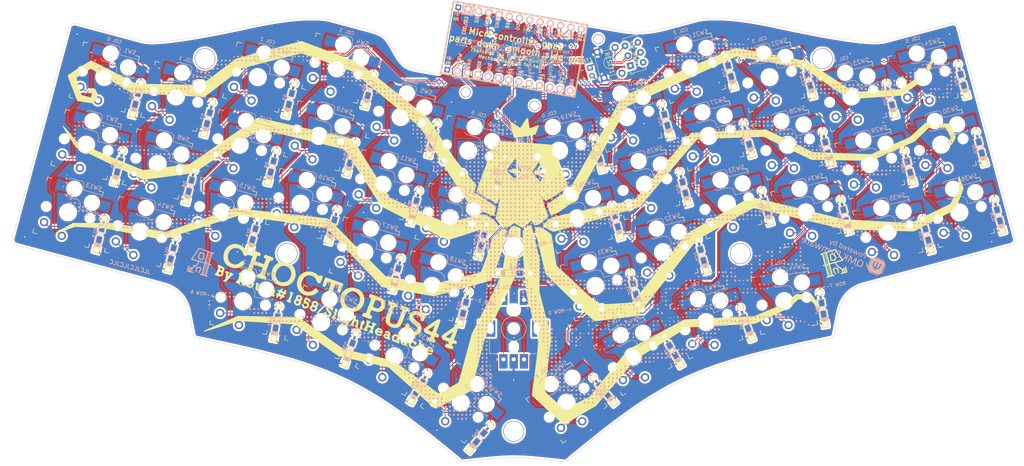
<source format=kicad_pcb>
(kicad_pcb (version 20171130) (host pcbnew "(5.1.9)-1")
  (title_block (title Choctopus44) (date 2021-07-05) (rev "1.0 Prototype"))
  (layers (0 F.Cu signal) (31 B.Cu signal) (34 B.Paste user hide) (35 F.Paste user) (36 B.SilkS user) (37 F.SilkS user) (38 B.Mask user) (39 F.Mask user) (44 Edge.Cuts user))
  (net 0 "")
  (net 1 "Net-(D1-Pad2)")
  (net 2 row0)
  (net 3 "Net-(D2-Pad2)")
  (net 4 "Net-(D3-Pad2)")
  (net 5 "Net-(D4-Pad2)")
  (net 6 "Net-(D5-Pad2)")
  (net 7 "Net-(D6-Pad2)")
  (net 8 row1)
  (net 9 "Net-(D7-Pad2)")
  (net 10 "Net-(D8-Pad2)")
  (net 11 "Net-(D9-Pad2)")
  (net 12 "Net-(D10-Pad2)")
  (net 13 "Net-(D11-Pad2)")
  (net 14 "Net-(D12-Pad2)")
  (net 15 row2)
  (net 16 "Net-(D13-Pad2)")
  (net 17 "Net-(D14-Pad2)")
  (net 18 "Net-(D15-Pad2)")
  (net 19 "Net-(D16-Pad2)")
  (net 20 "Net-(D17-Pad2)")
  (net 21 "Net-(D18-Pad2)")
  (net 22 row3)
  (net 23 "Net-(D19-Pad2)")
  (net 24 "Net-(D20-Pad2)")
  (net 25 "Net-(D21-Pad2)")
  (net 26 "Net-(D22-Pad2)")
  (net 27 "Net-(D23-Pad2)")
  (net 28 "Net-(D24-Pad2)")
  (net 29 row4)
  (net 30 "Net-(D25-Pad2)")
  (net 31 "Net-(D26-Pad2)")
  (net 32 "Net-(D27-Pad2)")
  (net 33 "Net-(D28-Pad2)")
  (net 34 "Net-(D29-Pad2)")
  (net 35 "Net-(D30-Pad2)")
  (net 36 row5)
  (net 37 "Net-(D31-Pad2)")
  (net 38 "Net-(D32-Pad2)")
  (net 39 "Net-(D33-Pad2)")
  (net 40 "Net-(D34-Pad2)")
  (net 41 "Net-(D35-Pad2)")
  (net 42 "Net-(D36-Pad2)")
  (net 43 row6)
  (net 44 "Net-(D37-Pad2)")
  (net 45 "Net-(D38-Pad2)")
  (net 46 "Net-(D39-Pad2)")
  (net 47 "Net-(D40-Pad2)")
  (net 48 "Net-(D41-Pad2)")
  (net 49 VCC)
  (net 50 GND)
  (net 51 col0)
  (net 52 col1)
  (net 53 col2)
  (net 54 col3)
  (net 55 col4)
  (net 56 col5)
  (net 57 reset)
  (net 58 "Net-(D42-Pad2)")
  (net 59 "Net-(U1-Pad1)")
  (net 60 "Net-(U1-Pad13)")
  (net 61 "Net-(U1-Pad24)")
  (net 62 Enc1A)
  (net 63 Enc1B)
  (net 64 row7)
  (net 65 "Net-(D43-Pad2)")
  (net 66 "Net-(D44-Pad2)")
  (net 67 "Net-(D45-Pad2)")
  (net 68 "Net-(BT1-Pad1)")
  (net 69 "Net-(BT1-Pad2)")
  (net 70 +BATT)
  (net 71 -BATT)
  (module Rotary_Encoder:RotaryEncoder_Alps_EC11E-Switch_Vertical_H20mm-SMD-support (layer F.Cu) (at 142.16 137 90)
    (fp_text reference SW45)
    (fp_text value Rotary_Encoder_Switch)
    (pad "" np_thru_hole oval (at 12 2.5 90) (size 2.2 2.6) (drill oval 2.2 2.6) (layers *.Cu *.Mask))
    (pad "" np_thru_hole oval (at 3 2.5 90) (size 2.2 1.6) (drill oval 2.2 1.6) (layers *.Cu *.Mask))
    (pad "" np_thru_hole circle (at 7.5 2.5 90) (size 2.1 2.1) (drill 2.1) (layers *.Cu *.Mask))
    (pad "" smd rect (at -1.5 8.3 90) (size 4 4) (drill (offset 0.5 0)) (layers F.Cu F.Paste F.Mask))
    (pad "" smd rect (at -1.5 -3.3 90) (size 4 4) (drill (offset 0.5 0)) (layers F.Cu F.Paste F.Mask))
    (pad "" smd rect (at 15.1 -3.3 90) (size 4 4) (drill (offset 0.5 0)) (layers F.Cu F.Paste F.Mask))
    (pad "" smd rect (at 15.1 8.3 90) (size 4 4) (drill (offset 0.5 0)) (layers F.Cu F.Paste F.Mask))
    (pad S1 thru_hole rect (at 14.5 5 90) (size 3.5 2) (drill 1 (offset 0.5 0)) (layers *.Cu *.Mask) (net 67 "Net-(D45-Pad2)"))
    (pad S2 thru_hole rect (at 14.5 0 90) (size 3.5 2) (drill 1 (offset 0.5 0)) (layers *.Cu *.Mask) (net 51 col0))
    (pad MP thru_hole rect (at 7.5 8.1 90) (size 4 4) (drill oval 2.8 1.5 (offset 0 0.9)) (layers *.Cu *.Mask))
    (pad MP thru_hole rect (at 7.5 -3.1 90) (size 4 4) (drill oval 2.8 1.5 (offset 0 -0.9)) (layers *.Cu *.Mask))
    (pad B thru_hole rect (at 0 5 90) (size 3.5 2) (drill 1 (offset -0.5 0)) (layers *.Cu *.Mask) (net 63 Enc1B))
    (pad C thru_hole rect (at 0 2.5 90) (size 3.5 2) (drill 1 (offset -0.5 0)) (layers *.Cu *.Mask) (net 50 GND))
    (pad A thru_hole rect (at 0 0 90) (size 3.5 2) (drill 1 (offset -0.5 0)) (layers *.Cu *.Mask) (net 62 Enc1A))
  )
  (module keyswitches:Kailh_socket_PG1350_optional (layer F.Cu) (at 172.173 78.031734 15)
    (fp_text reference SW20)
    (fp_text value SW_PUSH hide)
    (fp_text user %R (at 4.445 -7.62 15) (layer B.SilkS) (effects (justify mirror)))
    (pad "" np_thru_hole circle (at -5.5 0 15) (size 1.7018 1.7018) (drill 1.7018) (layers *.Cu *.Mask))
    (pad "" np_thru_hole circle (at 5.5 0 15) (size 1.7018 1.7018) (drill 1.7018) (layers *.Cu *.Mask))
    (pad 1 smd rect (at -3.275 -5.95 15) (size 2.6 2.6) (layers B.Cu B.Paste B.Mask) (net 52 col1))
    (pad "" np_thru_hole circle (at 5 -3.75 15) (size 3 3) (drill 3) (layers *.Cu *.Mask))
    (pad "" np_thru_hole circle (at 0 0 15) (size 3.429 3.429) (drill 3.429) (layers *.Cu *.Mask))
    (pad 2 thru_hole circle (at -5 3.8 15) (size 2.032 2.032) (drill 1.27) (layers *.Cu *.Mask) (net 24 "Net-(D20-Pad2)"))
    (pad 1 thru_hole circle (at 0 5.9 15) (size 2.032 2.032) (drill 1.27) (layers *.Cu *.Mask) (net 52 col1))
    (pad "" np_thru_hole circle (at 0 -5.95 15) (size 3 3) (drill 3) (layers *.Cu *.Mask))
    (pad 2 smd rect (at 8.275 -3.75 15) (size 2.6 2.6) (layers B.Cu B.Paste B.Mask) (net 24 "Net-(D20-Pad2)"))
  )
  (module keyswitches:Kailh_socket_PG1350_optional (layer F.Cu) (at 78.042872 84.769141 345)
    (fp_text reference SW9)
    (fp_text value SW_PUSH hide)
    (fp_text user %R (at 4.445 -7.62 165) (layer B.SilkS) (effects (justify mirror)))
    (pad "" np_thru_hole circle (at -5.5 0 345) (size 1.7018 1.7018) (drill 1.7018) (layers *.Cu *.Mask))
    (pad "" np_thru_hole circle (at 5.5 0 345) (size 1.7018 1.7018) (drill 1.7018) (layers *.Cu *.Mask))
    (pad 1 smd rect (at -3.275 -5.95 345) (size 2.6 2.6) (layers B.Cu B.Paste B.Mask) (net 53 col2))
    (pad "" np_thru_hole circle (at 5 -3.75 345) (size 3 3) (drill 3) (layers *.Cu *.Mask))
    (pad "" np_thru_hole circle (at 0 0 345) (size 3.429 3.429) (drill 3.429) (layers *.Cu *.Mask))
    (pad 2 thru_hole circle (at -5 3.8 345) (size 2.032 2.032) (drill 1.27) (layers *.Cu *.Mask) (net 11 "Net-(D9-Pad2)"))
    (pad 1 thru_hole circle (at 0 5.9 345) (size 2.032 2.032) (drill 1.27) (layers *.Cu *.Mask) (net 53 col2))
    (pad "" np_thru_hole circle (at 0 -5.95 345) (size 3 3) (drill 3) (layers *.Cu *.Mask))
    (pad 2 smd rect (at 8.275 -3.75 345) (size 2.6 2.6) (layers B.Cu B.Paste B.Mask) (net 11 "Net-(D9-Pad2)"))
  )
  (module keyswitches:Kailh_socket_PG1350_optional (layer F.Cu) (at 133.618917 86.208389 345)
    (fp_text reference SW6)
    (fp_text value SW_PUSH hide)
    (fp_text user %R (at 4.445 -7.62 165) (layer B.SilkS) (effects (justify mirror)))
    (pad "" np_thru_hole circle (at -5.5 0 345) (size 1.7018 1.7018) (drill 1.7018) (layers *.Cu *.Mask))
    (pad "" np_thru_hole circle (at 5.5 0 345) (size 1.7018 1.7018) (drill 1.7018) (layers *.Cu *.Mask))
    (pad 1 smd rect (at -3.275 -5.95 345) (size 2.6 2.6) (layers B.Cu B.Paste B.Mask) (net 56 col5))
    (pad "" np_thru_hole circle (at 5 -3.75 345) (size 3 3) (drill 3) (layers *.Cu *.Mask))
    (pad "" np_thru_hole circle (at 0 0 345) (size 3.429 3.429) (drill 3.429) (layers *.Cu *.Mask))
    (pad 2 thru_hole circle (at -5 3.8 345) (size 2.032 2.032) (drill 1.27) (layers *.Cu *.Mask) (net 7 "Net-(D6-Pad2)"))
    (pad 1 thru_hole circle (at 0 5.9 345) (size 2.032 2.032) (drill 1.27) (layers *.Cu *.Mask) (net 56 col5))
    (pad "" np_thru_hole circle (at 0 -5.95 345) (size 3 3) (drill 3) (layers *.Cu *.Mask))
    (pad 2 smd rect (at 8.275 -3.75 345) (size 2.6 2.6) (layers B.Cu B.Paste B.Mask) (net 7 "Net-(D6-Pad2)"))
  )
  (module keyswitches:Kailh_socket_PG1350_optional (layer F.Cu) (at 187.662377 66.138489 15)
    (fp_text reference SW21)
    (fp_text value SW_PUSH hide)
    (fp_text user %R (at 4.445 -7.62 15) (layer B.SilkS) (effects (justify mirror)))
    (pad "" np_thru_hole circle (at -5.5 0 15) (size 1.7018 1.7018) (drill 1.7018) (layers *.Cu *.Mask))
    (pad "" np_thru_hole circle (at 5.5 0 15) (size 1.7018 1.7018) (drill 1.7018) (layers *.Cu *.Mask))
    (pad 1 smd rect (at -3.275 -5.95 15) (size 2.6 2.6) (layers B.Cu B.Paste B.Mask) (net 53 col2))
    (pad "" np_thru_hole circle (at 5 -3.75 15) (size 3 3) (drill 3) (layers *.Cu *.Mask))
    (pad "" np_thru_hole circle (at 0 0 15) (size 3.429 3.429) (drill 3.429) (layers *.Cu *.Mask))
    (pad 2 thru_hole circle (at -5 3.8 15) (size 2.032 2.032) (drill 1.27) (layers *.Cu *.Mask) (net 25 "Net-(D21-Pad2)"))
    (pad 1 thru_hole circle (at 0 5.9 15) (size 2.032 2.032) (drill 1.27) (layers *.Cu *.Mask) (net 53 col2))
    (pad "" np_thru_hole circle (at 0 -5.95 15) (size 3 3) (drill 3) (layers *.Cu *.Mask))
    (pad 2 smd rect (at 8.275 -3.75 15) (size 2.6 2.6) (layers B.Cu B.Paste B.Mask) (net 25 "Net-(D21-Pad2)"))
  )
  (module keyswitches:Kailh_socket_PG1350_optional (layer F.Cu) (at 117.148878 78.031816 345)
    (fp_text reference SW5)
    (fp_text value SW_PUSH hide)
    (fp_text user %R (at 4.445 -7.62 165) (layer B.SilkS) (effects (justify mirror)))
    (pad "" np_thru_hole circle (at -5.5 0 345) (size 1.7018 1.7018) (drill 1.7018) (layers *.Cu *.Mask))
    (pad "" np_thru_hole circle (at 5.5 0 345) (size 1.7018 1.7018) (drill 1.7018) (layers *.Cu *.Mask))
    (pad 1 smd rect (at -3.275 -5.95 345) (size 2.6 2.6) (layers B.Cu B.Paste B.Mask) (net 55 col4))
    (pad "" np_thru_hole circle (at 5 -3.75 345) (size 3 3) (drill 3) (layers *.Cu *.Mask))
    (pad "" np_thru_hole circle (at 0 0 345) (size 3.429 3.429) (drill 3.429) (layers *.Cu *.Mask))
    (pad 2 thru_hole circle (at -5 3.8 345) (size 2.032 2.032) (drill 1.27) (layers *.Cu *.Mask) (net 6 "Net-(D5-Pad2)"))
    (pad 1 thru_hole circle (at 0 5.9 345) (size 2.032 2.032) (drill 1.27) (layers *.Cu *.Mask) (net 55 col4))
    (pad "" np_thru_hole circle (at 0 -5.95 345) (size 3 3) (drill 3) (layers *.Cu *.Mask))
    (pad 2 smd rect (at 8.275 -3.75 345) (size 2.6 2.6) (layers B.Cu B.Paste B.Mask) (net 6 "Net-(D5-Pad2)"))
  )
  (module keyswitches:Kailh_socket_PG1350_optional (layer F.Cu) (at 253.022825 101.233497 15)
    (fp_text reference SW36)
    (fp_text value SW_PUSH hide)
    (fp_text user %R (at 4.445 -7.62 15) (layer B.SilkS) (effects (justify mirror)))
    (pad "" np_thru_hole circle (at -5.5 0 15) (size 1.7018 1.7018) (drill 1.7018) (layers *.Cu *.Mask))
    (pad "" np_thru_hole circle (at 5.5 0 15) (size 1.7018 1.7018) (drill 1.7018) (layers *.Cu *.Mask))
    (pad 1 smd rect (at -3.275 -5.95 15) (size 2.6 2.6) (layers B.Cu B.Paste B.Mask) (net 56 col5))
    (pad "" np_thru_hole circle (at 5 -3.75 15) (size 3 3) (drill 3) (layers *.Cu *.Mask))
    (pad "" np_thru_hole circle (at 0 0 15) (size 3.429 3.429) (drill 3.429) (layers *.Cu *.Mask))
    (pad 2 thru_hole circle (at -5 3.8 15) (size 2.032 2.032) (drill 1.27) (layers *.Cu *.Mask) (net 42 "Net-(D36-Pad2)"))
    (pad 1 thru_hole circle (at 0 5.9 15) (size 2.032 2.032) (drill 1.27) (layers *.Cu *.Mask) (net 56 col5))
    (pad "" np_thru_hole circle (at 0 -5.95 15) (size 3 3) (drill 3) (layers *.Cu *.Mask))
    (pad 2 smd rect (at 8.275 -3.75 15) (size 2.6 2.6) (layers B.Cu B.Paste B.Mask) (net 42 "Net-(D36-Pad2)"))
  )
  (module keyswitches:Kailh_socket_PG1350_optional (layer F.Cu) (at 101.659501 66.138571 345)
    (fp_text reference SW4)
    (fp_text value SW_PUSH hide)
    (fp_text user %R (at 4.445 -7.62 165) (layer B.SilkS) (effects (justify mirror)))
    (pad "" np_thru_hole circle (at -5.5 0 345) (size 1.7018 1.7018) (drill 1.7018) (layers *.Cu *.Mask))
    (pad "" np_thru_hole circle (at 5.5 0 345) (size 1.7018 1.7018) (drill 1.7018) (layers *.Cu *.Mask))
    (pad 1 smd rect (at -3.275 -5.95 345) (size 2.6 2.6) (layers B.Cu B.Paste B.Mask) (net 54 col3))
    (pad "" np_thru_hole circle (at 5 -3.75 345) (size 3 3) (drill 3) (layers *.Cu *.Mask))
    (pad "" np_thru_hole circle (at 0 0 345) (size 3.429 3.429) (drill 3.429) (layers *.Cu *.Mask))
    (pad 2 thru_hole circle (at -5 3.8 345) (size 2.032 2.032) (drill 1.27) (layers *.Cu *.Mask) (net 5 "Net-(D4-Pad2)"))
    (pad 1 thru_hole circle (at 0 5.9 345) (size 2.032 2.032) (drill 1.27) (layers *.Cu *.Mask) (net 54 col3))
    (pad "" np_thru_hole circle (at 0 -5.95 345) (size 3 3) (drill 3) (layers *.Cu *.Mask))
    (pad 2 smd rect (at 8.275 -3.75 345) (size 2.6 2.6) (layers B.Cu B.Paste B.Mask) (net 5 "Net-(D4-Pad2)"))
  )
  (module keyswitches:Kailh_socket_PG1350_optional (layer F.Cu) (at 36.299054 101.233579 345)
    (fp_text reference SW13)
    (fp_text value SW_PUSH hide)
    (fp_text user %R (at 4.445 -7.62 165) (layer B.SilkS) (effects (justify mirror)))
    (pad "" np_thru_hole circle (at -5.5 0 345) (size 1.7018 1.7018) (drill 1.7018) (layers *.Cu *.Mask))
    (pad "" np_thru_hole circle (at 5.5 0 345) (size 1.7018 1.7018) (drill 1.7018) (layers *.Cu *.Mask))
    (pad 1 smd rect (at -3.275 -5.95 345) (size 2.6 2.6) (layers B.Cu B.Paste B.Mask) (net 51 col0))
    (pad "" np_thru_hole circle (at 5 -3.75 345) (size 3 3) (drill 3) (layers *.Cu *.Mask))
    (pad "" np_thru_hole circle (at 0 0 345) (size 3.429 3.429) (drill 3.429) (layers *.Cu *.Mask))
    (pad 2 thru_hole circle (at -5 3.8 345) (size 2.032 2.032) (drill 1.27) (layers *.Cu *.Mask) (net 16 "Net-(D13-Pad2)"))
    (pad 1 thru_hole circle (at 0 5.9 345) (size 2.032 2.032) (drill 1.27) (layers *.Cu *.Mask) (net 51 col0))
    (pad "" np_thru_hole circle (at 0 -5.95 345) (size 3 3) (drill 3) (layers *.Cu *.Mask))
    (pad 2 smd rect (at 8.275 -3.75 345) (size 2.6 2.6) (layers B.Cu B.Paste B.Mask) (net 16 "Net-(D13-Pad2)"))
  )
  (module keyswitches:Kailh_socket_PG1350_optional (layer F.Cu) (at 131.795001 147.553933 320)
    (fp_text reference SW40)
    (fp_text value SW_PUSH hide)
    (fp_text user %R (at 4.445 -7.62 140) (layer B.SilkS) (effects (justify mirror)))
    (pad "" np_thru_hole circle (at -5.5 0 320) (size 1.7018 1.7018) (drill 1.7018) (layers *.Cu *.Mask))
    (pad "" np_thru_hole circle (at 5.5 0 320) (size 1.7018 1.7018) (drill 1.7018) (layers *.Cu *.Mask))
    (pad 1 smd rect (at -3.275 -5.95 320) (size 2.6 2.6) (layers B.Cu B.Paste B.Mask) (net 56 col5))
    (pad "" np_thru_hole circle (at 5 -3.75 320) (size 3 3) (drill 3) (layers *.Cu *.Mask))
    (pad "" np_thru_hole circle (at 0 0 320) (size 3.429 3.429) (drill 3.429) (layers *.Cu *.Mask))
    (pad 2 thru_hole circle (at -5 3.8 320) (size 2.032 2.032) (drill 1.27) (layers *.Cu *.Mask) (net 47 "Net-(D40-Pad2)"))
    (pad 1 thru_hole circle (at 0 5.9 320) (size 2.032 2.032) (drill 1.27) (layers *.Cu *.Mask) (net 56 col5))
    (pad "" np_thru_hole circle (at 0 -5.95 320) (size 3 3) (drill 3) (layers *.Cu *.Mask))
    (pad 2 smd rect (at 8.275 -3.75 320) (size 2.6 2.6) (layers B.Cu B.Paste B.Mask) (net 47 "Net-(D40-Pad2)"))
  )
  (module keyswitches:Kailh_socket_PG1350_optional (layer F.Cu) (at 191.468834 127.94736 20)
    (fp_text reference SW43)
    (fp_text value SW_PUSH hide)
    (fp_text user %R (at 4.445 -7.62 20) (layer B.SilkS) (effects (justify mirror)))
    (pad "" np_thru_hole circle (at -5.5 0 20) (size 1.7018 1.7018) (drill 1.7018) (layers *.Cu *.Mask))
    (pad "" np_thru_hole circle (at 5.5 0 20) (size 1.7018 1.7018) (drill 1.7018) (layers *.Cu *.Mask))
    (pad 1 smd rect (at -3.275 -5.95 20) (size 2.6 2.6) (layers B.Cu B.Paste B.Mask) (net 53 col2))
    (pad "" np_thru_hole circle (at 5 -3.75 20) (size 3 3) (drill 3) (layers *.Cu *.Mask))
    (pad "" np_thru_hole circle (at 0 0 20) (size 3.429 3.429) (drill 3.429) (layers *.Cu *.Mask))
    (pad 2 thru_hole circle (at -5 3.8 20) (size 2.032 2.032) (drill 1.27) (layers *.Cu *.Mask) (net 65 "Net-(D43-Pad2)"))
    (pad 1 thru_hole circle (at 0 5.9 20) (size 2.032 2.032) (drill 1.27) (layers *.Cu *.Mask) (net 53 col2))
    (pad "" np_thru_hole circle (at 0 -5.95 20) (size 3 3) (drill 3) (layers *.Cu *.Mask))
    (pad 2 smd rect (at 8.275 -3.75 20) (size 2.6 2.6) (layers B.Cu B.Paste B.Mask) (net 65 "Net-(D43-Pad2)"))
  )
  (module keyswitches:Kailh_socket_PG1350_optional (layer F.Cu) (at 173.643092 136.269195 30)
    (fp_text reference SW42)
    (fp_text value SW_PUSH hide)
    (fp_text user %R (at 4.445 -7.62 30) (layer B.SilkS) (effects (justify mirror)))
    (pad "" np_thru_hole circle (at -5.5 0 30) (size 1.7018 1.7018) (drill 1.7018) (layers *.Cu *.Mask))
    (pad "" np_thru_hole circle (at 5.5 0 30) (size 1.7018 1.7018) (drill 1.7018) (layers *.Cu *.Mask))
    (pad 1 smd rect (at -3.275 -5.95 30) (size 2.6 2.6) (layers B.Cu B.Paste B.Mask) (net 52 col1))
    (pad "" np_thru_hole circle (at 5 -3.75 30) (size 3 3) (drill 3) (layers *.Cu *.Mask))
    (pad "" np_thru_hole circle (at 0 0 30) (size 3.429 3.429) (drill 3.429) (layers *.Cu *.Mask))
    (pad 2 thru_hole circle (at -5 3.8 30) (size 2.032 2.032) (drill 1.27) (layers *.Cu *.Mask) (net 58 "Net-(D42-Pad2)"))
    (pad 1 thru_hole circle (at 0 5.9 30) (size 2.032 2.032) (drill 1.27) (layers *.Cu *.Mask) (net 52 col1))
    (pad "" np_thru_hole circle (at 0 -5.95 30) (size 3 3) (drill 3) (layers *.Cu *.Mask))
    (pad 2 smd rect (at 8.275 -3.75 30) (size 2.6 2.6) (layers B.Cu B.Paste B.Mask) (net 58 "Net-(D42-Pad2)"))
  )
  (module keyswitches:Kailh_socket_PG1350_optional (layer F.Cu) (at 97.851713 127.94736 340)
    (fp_text reference SW38)
    (fp_text value SW_PUSH hide)
    (fp_text user %R (at 4.445 -7.62 160) (layer B.SilkS) (effects (justify mirror)))
    (pad "" np_thru_hole circle (at -5.5 0 340) (size 1.7018 1.7018) (drill 1.7018) (layers *.Cu *.Mask))
    (pad "" np_thru_hole circle (at 5.5 0 340) (size 1.7018 1.7018) (drill 1.7018) (layers *.Cu *.Mask))
    (pad 1 smd rect (at -3.275 -5.95 340) (size 2.6 2.6) (layers B.Cu B.Paste B.Mask) (net 54 col3))
    (pad "" np_thru_hole circle (at 5 -3.75 340) (size 3 3) (drill 3) (layers *.Cu *.Mask))
    (pad "" np_thru_hole circle (at 0 0 340) (size 3.429 3.429) (drill 3.429) (layers *.Cu *.Mask))
    (pad 2 thru_hole circle (at -5 3.8 340) (size 2.032 2.032) (drill 1.27) (layers *.Cu *.Mask) (net 45 "Net-(D38-Pad2)"))
    (pad 1 thru_hole circle (at 0 5.9 340) (size 2.032 2.032) (drill 1.27) (layers *.Cu *.Mask) (net 54 col3))
    (pad "" np_thru_hole circle (at 0 -5.95 340) (size 3 3) (drill 3) (layers *.Cu *.Mask))
    (pad 2 smd rect (at 8.275 -3.75 340) (size 2.6 2.6) (layers B.Cu B.Paste B.Mask) (net 45 "Net-(D38-Pad2)"))
  )
  (module keyswitches:Kailh_socket_PG1350_optional (layer F.Cu) (at 78.873909 122.85 350)
    (fp_text reference SW37)
    (fp_text value SW_PUSH hide)
    (fp_text user %R (at 4.445 -7.62 170) (layer B.SilkS) (effects (justify mirror)))
    (pad "" np_thru_hole circle (at -5.5 0 350) (size 1.7018 1.7018) (drill 1.7018) (layers *.Cu *.Mask))
    (pad "" np_thru_hole circle (at 5.5 0 350) (size 1.7018 1.7018) (drill 1.7018) (layers *.Cu *.Mask))
    (pad 1 smd rect (at -3.275 -5.95 350) (size 2.6 2.6) (layers B.Cu B.Paste B.Mask) (net 53 col2))
    (pad "" np_thru_hole circle (at 5 -3.75 350) (size 3 3) (drill 3) (layers *.Cu *.Mask))
    (pad "" np_thru_hole circle (at 0 0 350) (size 3.429 3.429) (drill 3.429) (layers *.Cu *.Mask))
    (pad 2 thru_hole circle (at -5 3.8 350) (size 2.032 2.032) (drill 1.27) (layers *.Cu *.Mask) (net 44 "Net-(D37-Pad2)"))
    (pad 1 thru_hole circle (at 0 5.9 350) (size 2.032 2.032) (drill 1.27) (layers *.Cu *.Mask) (net 53 col2))
    (pad "" np_thru_hole circle (at 0 -5.95 350) (size 3 3) (drill 3) (layers *.Cu *.Mask))
    (pad 2 smd rect (at 8.275 -3.75 350) (size 2.6 2.6) (layers B.Cu B.Paste B.Mask) (net 44 "Net-(D37-Pad2)"))
  )
  (module keyswitches:Kailh_socket_PG1350_optional (layer F.Cu) (at 235.594114 105.910306 15)
    (fp_text reference SW35)
    (fp_text value SW_PUSH hide)
    (fp_text user %R (at 4.445 -7.62 15) (layer B.SilkS) (effects (justify mirror)))
    (pad "" np_thru_hole circle (at -5.5 0 15) (size 1.7018 1.7018) (drill 1.7018) (layers *.Cu *.Mask))
    (pad "" np_thru_hole circle (at 5.5 0 15) (size 1.7018 1.7018) (drill 1.7018) (layers *.Cu *.Mask))
    (pad 1 smd rect (at -3.275 -5.95 15) (size 2.6 2.6) (layers B.Cu B.Paste B.Mask) (net 55 col4))
    (pad "" np_thru_hole circle (at 5 -3.75 15) (size 3 3) (drill 3) (layers *.Cu *.Mask))
    (pad "" np_thru_hole circle (at 0 0 15) (size 3.429 3.429) (drill 3.429) (layers *.Cu *.Mask))
    (pad 2 thru_hole circle (at -5 3.8 15) (size 2.032 2.032) (drill 1.27) (layers *.Cu *.Mask) (net 41 "Net-(D35-Pad2)"))
    (pad 1 thru_hole circle (at 0 5.9 15) (size 2.032 2.032) (drill 1.27) (layers *.Cu *.Mask) (net 55 col4))
    (pad "" np_thru_hole circle (at 0 -5.95 15) (size 3 3) (drill 3) (layers *.Cu *.Mask))
    (pad 2 smd rect (at 8.275 -3.75 15) (size 2.6 2.6) (layers B.Cu B.Paste B.Mask) (net 41 "Net-(D35-Pad2)"))
  )
  (module keyswitches:Kailh_socket_PG1350_optional (layer F.Cu) (at 215.691959 101.247149 15)
    (fp_text reference SW34)
    (fp_text value SW_PUSH hide)
    (fp_text user %R (at 4.445 -7.62 15) (layer B.SilkS) (effects (justify mirror)))
    (pad "" np_thru_hole circle (at -5.5 0 15) (size 1.7018 1.7018) (drill 1.7018) (layers *.Cu *.Mask))
    (pad "" np_thru_hole circle (at 5.5 0 15) (size 1.7018 1.7018) (drill 1.7018) (layers *.Cu *.Mask))
    (pad 1 smd rect (at -3.275 -5.95 15) (size 2.6 2.6) (layers B.Cu B.Paste B.Mask) (net 54 col3))
    (pad "" np_thru_hole circle (at 5 -3.75 15) (size 3 3) (drill 3) (layers *.Cu *.Mask))
    (pad "" np_thru_hole circle (at 0 0 15) (size 3.429 3.429) (drill 3.429) (layers *.Cu *.Mask))
    (pad 2 thru_hole circle (at -5 3.8 15) (size 2.032 2.032) (drill 1.27) (layers *.Cu *.Mask) (net 40 "Net-(D34-Pad2)"))
    (pad 1 thru_hole circle (at 0 5.9 15) (size 2.032 2.032) (drill 1.27) (layers *.Cu *.Mask) (net 54 col3))
    (pad "" np_thru_hole circle (at 0 -5.95 15) (size 3 3) (drill 3) (layers *.Cu *.Mask))
    (pad 2 smd rect (at 8.275 -3.75 15) (size 2.6 2.6) (layers B.Cu B.Paste B.Mask) (net 40 "Net-(D34-Pad2)"))
  )
  (module keyswitches:Kailh_socket_PG1350_optional (layer F.Cu) (at 180.962047 110.910833 15)
    (fp_text reference SW32)
    (fp_text value SW_PUSH hide)
    (fp_text user %R (at 4.445 -7.62 15) (layer B.SilkS) (effects (justify mirror)))
    (pad "" np_thru_hole circle (at -5.5 0 15) (size 1.7018 1.7018) (drill 1.7018) (layers *.Cu *.Mask))
    (pad "" np_thru_hole circle (at 5.5 0 15) (size 1.7018 1.7018) (drill 1.7018) (layers *.Cu *.Mask))
    (pad 1 smd rect (at -3.275 -5.95 15) (size 2.6 2.6) (layers B.Cu B.Paste B.Mask) (net 52 col1))
    (pad "" np_thru_hole circle (at 5 -3.75 15) (size 3 3) (drill 3) (layers *.Cu *.Mask))
    (pad "" np_thru_hole circle (at 0 0 15) (size 3.429 3.429) (drill 3.429) (layers *.Cu *.Mask))
    (pad 2 thru_hole circle (at -5 3.8 15) (size 2.032 2.032) (drill 1.27) (layers *.Cu *.Mask) (net 38 "Net-(D32-Pad2)"))
    (pad 1 thru_hole circle (at 0 5.9 15) (size 2.032 2.032) (drill 1.27) (layers *.Cu *.Mask) (net 52 col1))
    (pad "" np_thru_hole circle (at 0 -5.95 15) (size 3 3) (drill 3) (layers *.Cu *.Mask))
    (pad 2 smd rect (at 8.275 -3.75 15) (size 2.6 2.6) (layers B.Cu B.Paste B.Mask) (net 38 "Net-(D32-Pad2)"))
  )
  (module keyswitches:Kailh_socket_PG1350_optional (layer F.Cu) (at 248.609001 84.745446 15)
    (fp_text reference SW30)
    (fp_text value SW_PUSH hide)
    (fp_text user %R (at 4.445 -7.62 15) (layer B.SilkS) (effects (justify mirror)))
    (pad "" np_thru_hole circle (at -5.5 0 15) (size 1.7018 1.7018) (drill 1.7018) (layers *.Cu *.Mask))
    (pad "" np_thru_hole circle (at 5.5 0 15) (size 1.7018 1.7018) (drill 1.7018) (layers *.Cu *.Mask))
    (pad 1 smd rect (at -3.275 -5.95 15) (size 2.6 2.6) (layers B.Cu B.Paste B.Mask) (net 56 col5))
    (pad "" np_thru_hole circle (at 5 -3.75 15) (size 3 3) (drill 3) (layers *.Cu *.Mask))
    (pad "" np_thru_hole circle (at 0 0 15) (size 3.429 3.429) (drill 3.429) (layers *.Cu *.Mask))
    (pad 2 thru_hole circle (at -5 3.8 15) (size 2.032 2.032) (drill 1.27) (layers *.Cu *.Mask) (net 35 "Net-(D30-Pad2)"))
    (pad 1 thru_hole circle (at 0 5.9 15) (size 2.032 2.032) (drill 1.27) (layers *.Cu *.Mask) (net 56 col5))
    (pad "" np_thru_hole circle (at 0 -5.95 15) (size 3 3) (drill 3) (layers *.Cu *.Mask))
    (pad 2 smd rect (at 8.275 -3.75 15) (size 2.6 2.6) (layers B.Cu B.Paste B.Mask) (net 35 "Net-(D30-Pad2)"))
  )
  (module keyswitches:Kailh_socket_PG1350_optional (layer F.Cu) (at 231.223624 89.458616 15)
    (fp_text reference SW29)
    (fp_text value SW_PUSH hide)
    (fp_text user %R (at 4.445 -7.62 15) (layer B.SilkS) (effects (justify mirror)))
    (pad "" np_thru_hole circle (at -5.5 0 15) (size 1.7018 1.7018) (drill 1.7018) (layers *.Cu *.Mask))
    (pad "" np_thru_hole circle (at 5.5 0 15) (size 1.7018 1.7018) (drill 1.7018) (layers *.Cu *.Mask))
    (pad 1 smd rect (at -3.275 -5.95 15) (size 2.6 2.6) (layers B.Cu B.Paste B.Mask) (net 55 col4))
    (pad "" np_thru_hole circle (at 5 -3.75 15) (size 3 3) (drill 3) (layers *.Cu *.Mask))
    (pad "" np_thru_hole circle (at 0 0 15) (size 3.429 3.429) (drill 3.429) (layers *.Cu *.Mask))
    (pad 2 thru_hole circle (at -5 3.8 15) (size 2.032 2.032) (drill 1.27) (layers *.Cu *.Mask) (net 34 "Net-(D29-Pad2)"))
    (pad 1 thru_hole circle (at 0 5.9 15) (size 2.032 2.032) (drill 1.27) (layers *.Cu *.Mask) (net 55 col4))
    (pad "" np_thru_hole circle (at 0 -5.95 15) (size 3 3) (drill 3) (layers *.Cu *.Mask))
    (pad 2 smd rect (at 8.275 -3.75 15) (size 2.6 2.6) (layers B.Cu B.Paste B.Mask) (net 34 "Net-(D29-Pad2)"))
  )
  (module keyswitches:Kailh_socket_PG1350_optional (layer F.Cu) (at 211.279007 84.769059 15)
    (fp_text reference SW28)
    (fp_text value SW_PUSH hide)
    (fp_text user %R (at 4.445 -7.62 15) (layer B.SilkS) (effects (justify mirror)))
    (pad "" np_thru_hole circle (at -5.5 0 15) (size 1.7018 1.7018) (drill 1.7018) (layers *.Cu *.Mask))
    (pad "" np_thru_hole circle (at 5.5 0 15) (size 1.7018 1.7018) (drill 1.7018) (layers *.Cu *.Mask))
    (pad 1 smd rect (at -3.275 -5.95 15) (size 2.6 2.6) (layers B.Cu B.Paste B.Mask) (net 54 col3))
    (pad "" np_thru_hole circle (at 5 -3.75 15) (size 3 3) (drill 3) (layers *.Cu *.Mask))
    (pad "" np_thru_hole circle (at 0 0 15) (size 3.429 3.429) (drill 3.429) (layers *.Cu *.Mask))
    (pad 2 thru_hole circle (at -5 3.8 15) (size 2.032 2.032) (drill 1.27) (layers *.Cu *.Mask) (net 33 "Net-(D28-Pad2)"))
    (pad 1 thru_hole circle (at 0 5.9 15) (size 2.032 2.032) (drill 1.27) (layers *.Cu *.Mask) (net 54 col3))
    (pad "" np_thru_hole circle (at 0 -5.95 15) (size 3 3) (drill 3) (layers *.Cu *.Mask))
    (pad 2 smd rect (at 8.275 -3.75 15) (size 2.6 2.6) (layers B.Cu B.Paste B.Mask) (net 33 "Net-(D28-Pad2)"))
  )
  (module keyswitches:Kailh_socket_PG1350_optional (layer F.Cu) (at 192.065368 82.61745 15)
    (fp_text reference SW27)
    (fp_text value SW_PUSH hide)
    (fp_text user %R (at 4.445 -7.62 15) (layer B.SilkS) (effects (justify mirror)))
    (pad "" np_thru_hole circle (at -5.5 0 15) (size 1.7018 1.7018) (drill 1.7018) (layers *.Cu *.Mask))
    (pad "" np_thru_hole circle (at 5.5 0 15) (size 1.7018 1.7018) (drill 1.7018) (layers *.Cu *.Mask))
    (pad 1 smd rect (at -3.275 -5.95 15) (size 2.6 2.6) (layers B.Cu B.Paste B.Mask) (net 53 col2))
    (pad "" np_thru_hole circle (at 5 -3.75 15) (size 3 3) (drill 3) (layers *.Cu *.Mask))
    (pad "" np_thru_hole circle (at 0 0 15) (size 3.429 3.429) (drill 3.429) (layers *.Cu *.Mask))
    (pad 2 thru_hole circle (at -5 3.8 15) (size 2.032 2.032) (drill 1.27) (layers *.Cu *.Mask) (net 32 "Net-(D27-Pad2)"))
    (pad 1 thru_hole circle (at 0 5.9 15) (size 2.032 2.032) (drill 1.27) (layers *.Cu *.Mask) (net 53 col2))
    (pad "" np_thru_hole circle (at 0 -5.95 15) (size 3 3) (drill 3) (layers *.Cu *.Mask))
    (pad 2 smd rect (at 8.275 -3.75 15) (size 2.6 2.6) (layers B.Cu B.Paste B.Mask) (net 32 "Net-(D27-Pad2)"))
  )
  (module keyswitches:Kailh_socket_PG1350_optional (layer F.Cu) (at 176.563414 94.481681 15)
    (fp_text reference SW26)
    (fp_text value SW_PUSH hide)
    (fp_text user %R (at 4.445 -7.62 15) (layer B.SilkS) (effects (justify mirror)))
    (pad "" np_thru_hole circle (at -5.5 0 15) (size 1.7018 1.7018) (drill 1.7018) (layers *.Cu *.Mask))
    (pad "" np_thru_hole circle (at 5.5 0 15) (size 1.7018 1.7018) (drill 1.7018) (layers *.Cu *.Mask))
    (pad 1 smd rect (at -3.275 -5.95 15) (size 2.6 2.6) (layers B.Cu B.Paste B.Mask) (net 52 col1))
    (pad "" np_thru_hole circle (at 5 -3.75 15) (size 3 3) (drill 3) (layers *.Cu *.Mask))
    (pad "" np_thru_hole circle (at 0 0 15) (size 3.429 3.429) (drill 3.429) (layers *.Cu *.Mask))
    (pad 2 thru_hole circle (at -5 3.8 15) (size 2.032 2.032) (drill 1.27) (layers *.Cu *.Mask) (net 31 "Net-(D26-Pad2)"))
    (pad 1 thru_hole circle (at 0 5.9 15) (size 2.032 2.032) (drill 1.27) (layers *.Cu *.Mask) (net 52 col1))
    (pad "" np_thru_hole circle (at 0 -5.95 15) (size 3 3) (drill 3) (layers *.Cu *.Mask))
    (pad 2 smd rect (at 8.275 -3.75 15) (size 2.6 2.6) (layers B.Cu B.Paste B.Mask) (net 31 "Net-(D26-Pad2)"))
  )
  (module keyswitches:Kailh_socket_PG1350_optional (layer F.Cu) (at 160.114171 102.666473 15)
    (fp_text reference SW25)
    (fp_text value SW_PUSH hide)
    (fp_text user %R (at 4.445 -7.62 15) (layer B.SilkS) (effects (justify mirror)))
    (pad "" np_thru_hole circle (at -5.5 0 15) (size 1.7018 1.7018) (drill 1.7018) (layers *.Cu *.Mask))
    (pad "" np_thru_hole circle (at 5.5 0 15) (size 1.7018 1.7018) (drill 1.7018) (layers *.Cu *.Mask))
    (pad 1 smd rect (at -3.275 -5.95 15) (size 2.6 2.6) (layers B.Cu B.Paste B.Mask) (net 51 col0))
    (pad "" np_thru_hole circle (at 5 -3.75 15) (size 3 3) (drill 3) (layers *.Cu *.Mask))
    (pad "" np_thru_hole circle (at 0 0 15) (size 3.429 3.429) (drill 3.429) (layers *.Cu *.Mask))
    (pad 2 thru_hole circle (at -5 3.8 15) (size 2.032 2.032) (drill 1.27) (layers *.Cu *.Mask) (net 30 "Net-(D25-Pad2)"))
    (pad 1 thru_hole circle (at 0 5.9 15) (size 2.032 2.032) (drill 1.27) (layers *.Cu *.Mask) (net 51 col0))
    (pad "" np_thru_hole circle (at 0 -5.95 15) (size 3 3) (drill 3) (layers *.Cu *.Mask))
    (pad 2 smd rect (at 8.275 -3.75 15) (size 2.6 2.6) (layers B.Cu B.Paste B.Mask) (net 30 "Net-(D25-Pad2)"))
  )
  (module keyswitches:Kailh_socket_PG1350_optional (layer F.Cu) (at 108.359831 110.910915 345)
    (fp_text reference SW17)
    (fp_text value SW_PUSH hide)
    (fp_text user %R (at 4.445 -7.62 165) (layer B.SilkS) (effects (justify mirror)))
    (pad "" np_thru_hole circle (at -5.5 0 345) (size 1.7018 1.7018) (drill 1.7018) (layers *.Cu *.Mask))
    (pad "" np_thru_hole circle (at 5.5 0 345) (size 1.7018 1.7018) (drill 1.7018) (layers *.Cu *.Mask))
    (pad 1 smd rect (at -3.275 -5.95 345) (size 2.6 2.6) (layers B.Cu B.Paste B.Mask) (net 55 col4))
    (pad "" np_thru_hole circle (at 5 -3.75 345) (size 3 3) (drill 3) (layers *.Cu *.Mask))
    (pad "" np_thru_hole circle (at 0 0 345) (size 3.429 3.429) (drill 3.429) (layers *.Cu *.Mask))
    (pad 2 thru_hole circle (at -5 3.8 345) (size 2.032 2.032) (drill 1.27) (layers *.Cu *.Mask) (net 20 "Net-(D17-Pad2)"))
    (pad 1 thru_hole circle (at 0 5.9 345) (size 2.032 2.032) (drill 1.27) (layers *.Cu *.Mask) (net 55 col4))
    (pad "" np_thru_hole circle (at 0 -5.95 345) (size 3 3) (drill 3) (layers *.Cu *.Mask))
    (pad 2 smd rect (at 8.275 -3.75 345) (size 2.6 2.6) (layers B.Cu B.Paste B.Mask) (net 20 "Net-(D17-Pad2)"))
  )
  (module keyswitches:Kailh_socket_PG1350_optional (layer F.Cu) (at 92.837327 99.105115 345)
    (fp_text reference SW16)
    (fp_text value SW_PUSH hide)
    (fp_text user %R (at 4.445 -7.62 165) (layer B.SilkS) (effects (justify mirror)))
    (pad "" np_thru_hole circle (at -5.5 0 345) (size 1.7018 1.7018) (drill 1.7018) (layers *.Cu *.Mask))
    (pad "" np_thru_hole circle (at 5.5 0 345) (size 1.7018 1.7018) (drill 1.7018) (layers *.Cu *.Mask))
    (pad 1 smd rect (at -3.275 -5.95 345) (size 2.6 2.6) (layers B.Cu B.Paste B.Mask) (net 54 col3))
    (pad "" np_thru_hole circle (at 5 -3.75 345) (size 3 3) (drill 3) (layers *.Cu *.Mask))
    (pad "" np_thru_hole circle (at 0 0 345) (size 3.429 3.429) (drill 3.429) (layers *.Cu *.Mask))
    (pad 2 thru_hole circle (at -5 3.8 345) (size 2.032 2.032) (drill 1.27) (layers *.Cu *.Mask) (net 19 "Net-(D16-Pad2)"))
    (pad 1 thru_hole circle (at 0 5.9 345) (size 2.032 2.032) (drill 1.27) (layers *.Cu *.Mask) (net 54 col3))
    (pad "" np_thru_hole circle (at 0 -5.95 345) (size 3 3) (drill 3) (layers *.Cu *.Mask))
    (pad 2 smd rect (at 8.275 -3.75 345) (size 2.6 2.6) (layers B.Cu B.Paste B.Mask) (net 19 "Net-(D16-Pad2)"))
  )
  (module keyswitches:Kailh_socket_PG1350_optional (layer F.Cu) (at 73.629919 101.247231 345)
    (fp_text reference SW15)
    (fp_text value SW_PUSH hide)
    (fp_text user %R (at 4.445 -7.62 165) (layer B.SilkS) (effects (justify mirror)))
    (pad "" np_thru_hole circle (at -5.5 0 345) (size 1.7018 1.7018) (drill 1.7018) (layers *.Cu *.Mask))
    (pad "" np_thru_hole circle (at 5.5 0 345) (size 1.7018 1.7018) (drill 1.7018) (layers *.Cu *.Mask))
    (pad 1 smd rect (at -3.275 -5.95 345) (size 2.6 2.6) (layers B.Cu B.Paste B.Mask) (net 53 col2))
    (pad "" np_thru_hole circle (at 5 -3.75 345) (size 3 3) (drill 3) (layers *.Cu *.Mask))
    (pad "" np_thru_hole circle (at 0 0 345) (size 3.429 3.429) (drill 3.429) (layers *.Cu *.Mask))
    (pad 2 thru_hole circle (at -5 3.8 345) (size 2.032 2.032) (drill 1.27) (layers *.Cu *.Mask) (net 18 "Net-(D15-Pad2)"))
    (pad 1 thru_hole circle (at 0 5.9 345) (size 2.032 2.032) (drill 1.27) (layers *.Cu *.Mask) (net 53 col2))
    (pad "" np_thru_hole circle (at 0 -5.95 345) (size 3 3) (drill 3) (layers *.Cu *.Mask))
    (pad 2 smd rect (at 8.275 -3.75 345) (size 2.6 2.6) (layers B.Cu B.Paste B.Mask) (net 18 "Net-(D15-Pad2)"))
  )
  (module keyswitches:Kailh_socket_PG1350_optional (layer F.Cu) (at 129.207707 102.666555 345)
    (fp_text reference SW12)
    (fp_text value SW_PUSH hide)
    (fp_text user %R (at 4.445 -7.62 165) (layer B.SilkS) (effects (justify mirror)))
    (pad "" np_thru_hole circle (at -5.5 0 345) (size 1.7018 1.7018) (drill 1.7018) (layers *.Cu *.Mask))
    (pad "" np_thru_hole circle (at 5.5 0 345) (size 1.7018 1.7018) (drill 1.7018) (layers *.Cu *.Mask))
    (pad 1 smd rect (at -3.275 -5.95 345) (size 2.6 2.6) (layers B.Cu B.Paste B.Mask) (net 56 col5))
    (pad "" np_thru_hole circle (at 5 -3.75 345) (size 3 3) (drill 3) (layers *.Cu *.Mask))
    (pad "" np_thru_hole circle (at 0 0 345) (size 3.429 3.429) (drill 3.429) (layers *.Cu *.Mask))
    (pad 2 thru_hole circle (at -5 3.8 345) (size 2.032 2.032) (drill 1.27) (layers *.Cu *.Mask) (net 14 "Net-(D12-Pad2)"))
    (pad 1 thru_hole circle (at 0 5.9 345) (size 2.032 2.032) (drill 1.27) (layers *.Cu *.Mask) (net 56 col5))
    (pad "" np_thru_hole circle (at 0 -5.95 345) (size 3 3) (drill 3) (layers *.Cu *.Mask))
    (pad 2 smd rect (at 8.275 -3.75 345) (size 2.6 2.6) (layers B.Cu B.Paste B.Mask) (net 14 "Net-(D12-Pad2)"))
  )
  (module keyswitches:Kailh_socket_PG1350_optional (layer F.Cu) (at 112.758464 94.481763 345)
    (fp_text reference SW11)
    (fp_text value SW_PUSH hide)
    (fp_text user %R (at 4.445 -7.62 165) (layer B.SilkS) (effects (justify mirror)))
    (pad "" np_thru_hole circle (at -5.5 0 345) (size 1.7018 1.7018) (drill 1.7018) (layers *.Cu *.Mask))
    (pad "" np_thru_hole circle (at 5.5 0 345) (size 1.7018 1.7018) (drill 1.7018) (layers *.Cu *.Mask))
    (pad 1 smd rect (at -3.275 -5.95 345) (size 2.6 2.6) (layers B.Cu B.Paste B.Mask) (net 55 col4))
    (pad "" np_thru_hole circle (at 5 -3.75 345) (size 3 3) (drill 3) (layers *.Cu *.Mask))
    (pad "" np_thru_hole circle (at 0 0 345) (size 3.429 3.429) (drill 3.429) (layers *.Cu *.Mask))
    (pad 2 thru_hole circle (at -5 3.8 345) (size 2.032 2.032) (drill 1.27) (layers *.Cu *.Mask) (net 13 "Net-(D11-Pad2)"))
    (pad 1 thru_hole circle (at 0 5.9 345) (size 2.032 2.032) (drill 1.27) (layers *.Cu *.Mask) (net 55 col4))
    (pad "" np_thru_hole circle (at 0 -5.95 345) (size 3 3) (drill 3) (layers *.Cu *.Mask))
    (pad 2 smd rect (at 8.275 -3.75 345) (size 2.6 2.6) (layers B.Cu B.Paste B.Mask) (net 13 "Net-(D11-Pad2)"))
  )
  (module keyswitches:Kailh_socket_PG1350_optional (layer F.Cu) (at 58.098255 89.458698 345)
    (fp_text reference SW8)
    (fp_text value SW_PUSH hide)
    (fp_text user %R (at 4.445 -7.62 165) (layer B.SilkS) (effects (justify mirror)))
    (pad "" np_thru_hole circle (at -5.5 0 345) (size 1.7018 1.7018) (drill 1.7018) (layers *.Cu *.Mask))
    (pad "" np_thru_hole circle (at 5.5 0 345) (size 1.7018 1.7018) (drill 1.7018) (layers *.Cu *.Mask))
    (pad 1 smd rect (at -3.275 -5.95 345) (size 2.6 2.6) (layers B.Cu B.Paste B.Mask) (net 52 col1))
    (pad "" np_thru_hole circle (at 5 -3.75 345) (size 3 3) (drill 3) (layers *.Cu *.Mask))
    (pad "" np_thru_hole circle (at 0 0 345) (size 3.429 3.429) (drill 3.429) (layers *.Cu *.Mask))
    (pad 2 thru_hole circle (at -5 3.8 345) (size 2.032 2.032) (drill 1.27) (layers *.Cu *.Mask) (net 10 "Net-(D8-Pad2)"))
    (pad 1 thru_hole circle (at 0 5.9 345) (size 2.032 2.032) (drill 1.27) (layers *.Cu *.Mask) (net 52 col1))
    (pad "" np_thru_hole circle (at 0 -5.95 345) (size 3 3) (drill 3) (layers *.Cu *.Mask))
    (pad 2 smd rect (at 8.275 -3.75 345) (size 2.6 2.6) (layers B.Cu B.Paste B.Mask) (net 10 "Net-(D8-Pad2)"))
  )
  (module keyswitches:Kailh_socket_PG1350_optional (layer F.Cu) (at 82.443248 68.320065 345)
    (fp_text reference SW3)
    (fp_text value SW_PUSH hide)
    (fp_text user %R (at 4.445 -7.62 165) (layer B.SilkS) (effects (justify mirror)))
    (pad "" np_thru_hole circle (at -5.5 0 345) (size 1.7018 1.7018) (drill 1.7018) (layers *.Cu *.Mask))
    (pad "" np_thru_hole circle (at 5.5 0 345) (size 1.7018 1.7018) (drill 1.7018) (layers *.Cu *.Mask))
    (pad 1 smd rect (at -3.275 -5.95 345) (size 2.6 2.6) (layers B.Cu B.Paste B.Mask) (net 53 col2))
    (pad "" np_thru_hole circle (at 5 -3.75 345) (size 3 3) (drill 3) (layers *.Cu *.Mask))
    (pad "" np_thru_hole circle (at 0 0 345) (size 3.429 3.429) (drill 3.429) (layers *.Cu *.Mask))
    (pad 2 thru_hole circle (at -5 3.8 345) (size 2.032 2.032) (drill 1.27) (layers *.Cu *.Mask) (net 4 "Net-(D3-Pad2)"))
    (pad 1 thru_hole circle (at 0 5.9 345) (size 2.032 2.032) (drill 1.27) (layers *.Cu *.Mask) (net 53 col2))
    (pad "" np_thru_hole circle (at 0 -5.95 345) (size 3 3) (drill 3) (layers *.Cu *.Mask))
    (pad 2 smd rect (at 8.275 -3.75 345) (size 2.6 2.6) (layers B.Cu B.Paste B.Mask) (net 4 "Net-(D3-Pad2)"))
  )
  (module keyswitches:Kailh_socket_PG1350_optional (layer F.Cu) (at 62.529388 73.002275 345)
    (fp_text reference SW2)
    (fp_text value SW_PUSH hide)
    (fp_text user %R (at 4.445 -7.62 165) (layer B.SilkS) (effects (justify mirror)))
    (pad "" np_thru_hole circle (at -5.5 0 345) (size 1.7018 1.7018) (drill 1.7018) (layers *.Cu *.Mask))
    (pad "" np_thru_hole circle (at 5.5 0 345) (size 1.7018 1.7018) (drill 1.7018) (layers *.Cu *.Mask))
    (pad 1 smd rect (at -3.275 -5.95 345) (size 2.6 2.6) (layers B.Cu B.Paste B.Mask) (net 52 col1))
    (pad "" np_thru_hole circle (at 5 -3.75 345) (size 3 3) (drill 3) (layers *.Cu *.Mask))
    (pad "" np_thru_hole circle (at 0 0 345) (size 3.429 3.429) (drill 3.429) (layers *.Cu *.Mask))
    (pad 2 thru_hole circle (at -5 3.8 345) (size 2.032 2.032) (drill 1.27) (layers *.Cu *.Mask) (net 3 "Net-(D2-Pad2)"))
    (pad 1 thru_hole circle (at 0 5.9 345) (size 2.032 2.032) (drill 1.27) (layers *.Cu *.Mask) (net 52 col1))
    (pad "" np_thru_hole circle (at 0 -5.95 345) (size 3 3) (drill 3) (layers *.Cu *.Mask))
    (pad 2 smd rect (at 8.275 -3.75 345) (size 2.6 2.6) (layers B.Cu B.Paste B.Mask) (net 3 "Net-(D2-Pad2)"))
  )
  (module keyswitches:Kailh_socket_PG1350_optional (layer F.Cu) (at 45.114126 68.28649 345)
    (fp_text reference SW1)
    (fp_text value SW_PUSH hide)
    (fp_text user %R (at 4.445 -7.62 165) (layer B.SilkS) (effects (justify mirror)))
    (pad "" np_thru_hole circle (at -5.5 0 345) (size 1.7018 1.7018) (drill 1.7018) (layers *.Cu *.Mask))
    (pad "" np_thru_hole circle (at 5.5 0 345) (size 1.7018 1.7018) (drill 1.7018) (layers *.Cu *.Mask))
    (pad 1 smd rect (at -3.275 -5.95 345) (size 2.6 2.6) (layers B.Cu B.Paste B.Mask) (net 51 col0))
    (pad "" np_thru_hole circle (at 5 -3.75 345) (size 3 3) (drill 3) (layers *.Cu *.Mask))
    (pad "" np_thru_hole circle (at 0 0 345) (size 3.429 3.429) (drill 3.429) (layers *.Cu *.Mask))
    (pad 2 thru_hole circle (at -5 3.8 345) (size 2.032 2.032) (drill 1.27) (layers *.Cu *.Mask) (net 1 "Net-(D1-Pad2)"))
    (pad 1 thru_hole circle (at 0 5.9 345) (size 2.032 2.032) (drill 1.27) (layers *.Cu *.Mask) (net 51 col0))
    (pad "" np_thru_hole circle (at 0 -5.95 345) (size 3 3) (drill 3) (layers *.Cu *.Mask))
    (pad 2 smd rect (at 8.275 -3.75 345) (size 2.6 2.6) (layers B.Cu B.Paste B.Mask) (net 1 "Net-(D1-Pad2)"))
  )
  (module keyswitches:Kailh_socket_PG1350_optional (layer F.Cu) (at 210.45 122.85 10)
    (fp_text reference SW44)
    (fp_text value SW_PUSH hide)
    (fp_text user %R (at 4.445 -7.62 10) (layer B.SilkS) (effects (justify mirror)))
    (pad "" np_thru_hole circle (at -5.5 0 10) (size 1.7018 1.7018) (drill 1.7018) (layers *.Cu *.Mask))
    (pad "" np_thru_hole circle (at 5.5 0 10) (size 1.7018 1.7018) (drill 1.7018) (layers *.Cu *.Mask))
    (pad 1 smd rect (at -3.275 -5.95 10) (size 2.6 2.6) (layers B.Cu B.Paste B.Mask) (net 54 col3))
    (pad "" np_thru_hole circle (at 5 -3.75 10) (size 3 3) (drill 3) (layers *.Cu *.Mask))
    (pad "" np_thru_hole circle (at 0 0 10) (size 3.429 3.429) (drill 3.429) (layers *.Cu *.Mask))
    (pad 2 thru_hole circle (at -5 3.8 10) (size 2.032 2.032) (drill 1.27) (layers *.Cu *.Mask) (net 66 "Net-(D44-Pad2)"))
    (pad 1 thru_hole circle (at 0 5.9 10) (size 2.032 2.032) (drill 1.27) (layers *.Cu *.Mask) (net 54 col3))
    (pad "" np_thru_hole circle (at 0 -5.95 10) (size 3 3) (drill 3) (layers *.Cu *.Mask))
    (pad 2 smd rect (at 8.275 -3.75 10) (size 2.6 2.6) (layers B.Cu B.Paste B.Mask) (net 66 "Net-(D44-Pad2)"))
  )
  (module keyswitches:Kailh_socket_PG1350_optional (layer F.Cu) (at 157.525897 147.553933 40)
    (fp_text reference SW41)
    (fp_text value SW_PUSH hide)
    (fp_text user %R (at 4.445 -7.62 40) (layer B.SilkS) (effects (justify mirror)))
    (pad "" np_thru_hole circle (at -5.5 0 40) (size 1.7018 1.7018) (drill 1.7018) (layers *.Cu *.Mask))
    (pad "" np_thru_hole circle (at 5.5 0 40) (size 1.7018 1.7018) (drill 1.7018) (layers *.Cu *.Mask))
    (pad 1 smd rect (at -3.275 -5.95 40) (size 2.6 2.6) (layers B.Cu B.Paste B.Mask) (net 51 col0))
    (pad "" np_thru_hole circle (at 5 -3.75 40) (size 3 3) (drill 3) (layers *.Cu *.Mask))
    (pad "" np_thru_hole circle (at 0 0 40) (size 3.429 3.429) (drill 3.429) (layers *.Cu *.Mask))
    (pad 2 thru_hole circle (at -5 3.8 40) (size 2.032 2.032) (drill 1.27) (layers *.Cu *.Mask) (net 48 "Net-(D41-Pad2)"))
    (pad 1 thru_hole circle (at 0 5.9 40) (size 2.032 2.032) (drill 1.27) (layers *.Cu *.Mask) (net 51 col0))
    (pad "" np_thru_hole circle (at 0 -5.95 40) (size 3 3) (drill 3) (layers *.Cu *.Mask))
    (pad 2 smd rect (at 8.275 -3.75 40) (size 2.6 2.6) (layers B.Cu B.Paste B.Mask) (net 48 "Net-(D41-Pad2)"))
  )
  (module keyswitches:Kailh_socket_PG1350_optional (layer F.Cu) (at 40.712878 84.745528 345)
    (fp_text reference SW7)
    (fp_text value SW_PUSH hide)
    (fp_text user %R (at 4.445 -7.62 165) (layer B.SilkS) (effects (justify mirror)))
    (pad "" np_thru_hole circle (at -5.5 0 345) (size 1.7018 1.7018) (drill 1.7018) (layers *.Cu *.Mask))
    (pad "" np_thru_hole circle (at 5.5 0 345) (size 1.7018 1.7018) (drill 1.7018) (layers *.Cu *.Mask))
    (pad 1 smd rect (at -3.275 -5.95 345) (size 2.6 2.6) (layers B.Cu B.Paste B.Mask) (net 51 col0))
    (pad "" np_thru_hole circle (at 5 -3.75 345) (size 3 3) (drill 3) (layers *.Cu *.Mask))
    (pad "" np_thru_hole circle (at 0 0 345) (size 3.429 3.429) (drill 3.429) (layers *.Cu *.Mask))
    (pad 2 thru_hole circle (at -5 3.8 345) (size 2.032 2.032) (drill 1.27) (layers *.Cu *.Mask) (net 9 "Net-(D7-Pad2)"))
    (pad 1 thru_hole circle (at 0 5.9 345) (size 2.032 2.032) (drill 1.27) (layers *.Cu *.Mask) (net 51 col0))
    (pad "" np_thru_hole circle (at 0 -5.95 345) (size 3 3) (drill 3) (layers *.Cu *.Mask))
    (pad 2 smd rect (at 8.275 -3.75 345) (size 2.6 2.6) (layers B.Cu B.Paste B.Mask) (net 9 "Net-(D7-Pad2)"))
  )
  (module keyswitches:Kailh_socket_PG1350_optional (layer F.Cu) (at 196.479192 99.105502 15)
    (fp_text reference SW33)
    (fp_text value SW_PUSH hide)
    (fp_text user %R (at 4.445 -7.62 15) (layer B.SilkS) (effects (justify mirror)))
    (pad "" np_thru_hole circle (at -5.5 0 15) (size 1.7018 1.7018) (drill 1.7018) (layers *.Cu *.Mask))
    (pad "" np_thru_hole circle (at 5.5 0 15) (size 1.7018 1.7018) (drill 1.7018) (layers *.Cu *.Mask))
    (pad 1 smd rect (at -3.275 -5.95 15) (size 2.6 2.6) (layers B.Cu B.Paste B.Mask) (net 53 col2))
    (pad "" np_thru_hole circle (at 5 -3.75 15) (size 3 3) (drill 3) (layers *.Cu *.Mask))
    (pad "" np_thru_hole circle (at 0 0 15) (size 3.429 3.429) (drill 3.429) (layers *.Cu *.Mask))
    (pad 2 thru_hole circle (at -5 3.8 15) (size 2.032 2.032) (drill 1.27) (layers *.Cu *.Mask) (net 39 "Net-(D33-Pad2)"))
    (pad 1 thru_hole circle (at 0 5.9 15) (size 2.032 2.032) (drill 1.27) (layers *.Cu *.Mask) (net 53 col2))
    (pad "" np_thru_hole circle (at 0 -5.95 15) (size 3 3) (drill 3) (layers *.Cu *.Mask))
    (pad 2 smd rect (at 8.275 -3.75 15) (size 2.6 2.6) (layers B.Cu B.Paste B.Mask) (net 39 "Net-(D33-Pad2)"))
  )
  (module keyswitches:Kailh_socket_PG1350_optional (layer F.Cu) (at 53.727764 105.910388 345)
    (fp_text reference SW14)
    (fp_text value SW_PUSH hide)
    (fp_text user %R (at 4.445 -7.62 165) (layer B.SilkS) (effects (justify mirror)))
    (pad "" np_thru_hole circle (at -5.5 0 345) (size 1.7018 1.7018) (drill 1.7018) (layers *.Cu *.Mask))
    (pad "" np_thru_hole circle (at 5.5 0 345) (size 1.7018 1.7018) (drill 1.7018) (layers *.Cu *.Mask))
    (pad 1 smd rect (at -3.275 -5.95 345) (size 2.6 2.6) (layers B.Cu B.Paste B.Mask) (net 52 col1))
    (pad "" np_thru_hole circle (at 5 -3.75 345) (size 3 3) (drill 3) (layers *.Cu *.Mask))
    (pad "" np_thru_hole circle (at 0 0 345) (size 3.429 3.429) (drill 3.429) (layers *.Cu *.Mask))
    (pad 2 thru_hole circle (at -5 3.8 345) (size 2.032 2.032) (drill 1.27) (layers *.Cu *.Mask) (net 17 "Net-(D14-Pad2)"))
    (pad 1 thru_hole circle (at 0 5.9 345) (size 2.032 2.032) (drill 1.27) (layers *.Cu *.Mask) (net 52 col1))
    (pad "" np_thru_hole circle (at 0 -5.95 345) (size 3 3) (drill 3) (layers *.Cu *.Mask))
    (pad 2 smd rect (at 8.275 -3.75 345) (size 2.6 2.6) (layers B.Cu B.Paste B.Mask) (net 17 "Net-(D14-Pad2)"))
  )
  (module keyswitches:Kailh_socket_PG1350_optional (layer F.Cu) (at 164.516291 119.135473 15)
    (fp_text reference SW31)
    (fp_text value SW_PUSH hide)
    (fp_text user %R (at 4.445 -7.62 15) (layer B.SilkS) (effects (justify mirror)))
    (pad "" np_thru_hole circle (at -5.5 0 15) (size 1.7018 1.7018) (drill 1.7018) (layers *.Cu *.Mask))
    (pad "" np_thru_hole circle (at 5.5 0 15) (size 1.7018 1.7018) (drill 1.7018) (layers *.Cu *.Mask))
    (pad 1 smd rect (at -3.275 -5.95 15) (size 2.6 2.6) (layers B.Cu B.Paste B.Mask) (net 51 col0))
    (pad "" np_thru_hole circle (at 5 -3.75 15) (size 3 3) (drill 3) (layers *.Cu *.Mask))
    (pad "" np_thru_hole circle (at 0 0 15) (size 3.429 3.429) (drill 3.429) (layers *.Cu *.Mask))
    (pad 2 thru_hole circle (at -5 3.8 15) (size 2.032 2.032) (drill 1.27) (layers *.Cu *.Mask) (net 37 "Net-(D31-Pad2)"))
    (pad 1 thru_hole circle (at 0 5.9 15) (size 2.032 2.032) (drill 1.27) (layers *.Cu *.Mask) (net 51 col0))
    (pad "" np_thru_hole circle (at 0 -5.95 15) (size 3 3) (drill 3) (layers *.Cu *.Mask))
    (pad 2 smd rect (at 8.275 -3.75 15) (size 2.6 2.6) (layers B.Cu B.Paste B.Mask) (net 37 "Net-(D31-Pad2)"))
  )
  (module keyswitches:Kailh_socket_PG1350_optional (layer F.Cu) (at 244.207753 68.286408 15)
    (fp_text reference SW24)
    (fp_text value SW_PUSH hide)
    (fp_text user %R (at 4.445 -7.62 15) (layer B.SilkS) (effects (justify mirror)))
    (pad "" np_thru_hole circle (at -5.5 0 15) (size 1.7018 1.7018) (drill 1.7018) (layers *.Cu *.Mask))
    (pad "" np_thru_hole circle (at 5.5 0 15) (size 1.7018 1.7018) (drill 1.7018) (layers *.Cu *.Mask))
    (pad 1 smd rect (at -3.275 -5.95 15) (size 2.6 2.6) (layers B.Cu B.Paste B.Mask) (net 56 col5))
    (pad "" np_thru_hole circle (at 5 -3.75 15) (size 3 3) (drill 3) (layers *.Cu *.Mask))
    (pad "" np_thru_hole circle (at 0 0 15) (size 3.429 3.429) (drill 3.429) (layers *.Cu *.Mask))
    (pad 2 thru_hole circle (at -5 3.8 15) (size 2.032 2.032) (drill 1.27) (layers *.Cu *.Mask) (net 28 "Net-(D24-Pad2)"))
    (pad 1 thru_hole circle (at 0 5.9 15) (size 2.032 2.032) (drill 1.27) (layers *.Cu *.Mask) (net 56 col5))
    (pad "" np_thru_hole circle (at 0 -5.95 15) (size 3 3) (drill 3) (layers *.Cu *.Mask))
    (pad 2 smd rect (at 8.275 -3.75 15) (size 2.6 2.6) (layers B.Cu B.Paste B.Mask) (net 28 "Net-(D24-Pad2)"))
  )
  (module keyswitches:Kailh_socket_PG1350_optional (layer F.Cu) (at 124.805588 119.135555 345)
    (fp_text reference SW18)
    (fp_text value SW_PUSH hide)
    (fp_text user %R (at 4.445 -7.62 165) (layer B.SilkS) (effects (justify mirror)))
    (pad "" np_thru_hole circle (at -5.5 0 345) (size 1.7018 1.7018) (drill 1.7018) (layers *.Cu *.Mask))
    (pad "" np_thru_hole circle (at 5.5 0 345) (size 1.7018 1.7018) (drill 1.7018) (layers *.Cu *.Mask))
    (pad 1 smd rect (at -3.275 -5.95 345) (size 2.6 2.6) (layers B.Cu B.Paste B.Mask) (net 56 col5))
    (pad "" np_thru_hole circle (at 5 -3.75 345) (size 3 3) (drill 3) (layers *.Cu *.Mask))
    (pad "" np_thru_hole circle (at 0 0 345) (size 3.429 3.429) (drill 3.429) (layers *.Cu *.Mask))
    (pad 2 thru_hole circle (at -5 3.8 345) (size 2.032 2.032) (drill 1.27) (layers *.Cu *.Mask) (net 21 "Net-(D18-Pad2)"))
    (pad 1 thru_hole circle (at 0 5.9 345) (size 2.032 2.032) (drill 1.27) (layers *.Cu *.Mask) (net 56 col5))
    (pad "" np_thru_hole circle (at 0 -5.95 345) (size 3 3) (drill 3) (layers *.Cu *.Mask))
    (pad 2 smd rect (at 8.275 -3.75 345) (size 2.6 2.6) (layers B.Cu B.Paste B.Mask) (net 21 "Net-(D18-Pad2)"))
  )
  (module keyswitches:Kailh_socket_PG1350_optional (layer F.Cu) (at 97.25651 82.617532 345)
    (fp_text reference SW10)
    (fp_text value SW_PUSH hide)
    (fp_text user %R (at 4.445 -7.62 165) (layer B.SilkS) (effects (justify mirror)))
    (pad "" np_thru_hole circle (at -5.5 0 345) (size 1.7018 1.7018) (drill 1.7018) (layers *.Cu *.Mask))
    (pad "" np_thru_hole circle (at 5.5 0 345) (size 1.7018 1.7018) (drill 1.7018) (layers *.Cu *.Mask))
    (pad 1 smd rect (at -3.275 -5.95 345) (size 2.6 2.6) (layers B.Cu B.Paste B.Mask) (net 54 col3))
    (pad "" np_thru_hole circle (at 5 -3.75 345) (size 3 3) (drill 3) (layers *.Cu *.Mask))
    (pad "" np_thru_hole circle (at 0 0 345) (size 3.429 3.429) (drill 3.429) (layers *.Cu *.Mask))
    (pad 2 thru_hole circle (at -5 3.8 345) (size 2.032 2.032) (drill 1.27) (layers *.Cu *.Mask) (net 12 "Net-(D10-Pad2)"))
    (pad 1 thru_hole circle (at 0 5.9 345) (size 2.032 2.032) (drill 1.27) (layers *.Cu *.Mask) (net 54 col3))
    (pad "" np_thru_hole circle (at 0 -5.95 345) (size 3 3) (drill 3) (layers *.Cu *.Mask))
    (pad 2 smd rect (at 8.275 -3.75 345) (size 2.6 2.6) (layers B.Cu B.Paste B.Mask) (net 12 "Net-(D10-Pad2)"))
  )
  (module keyswitches:Kailh_socket_PG1350_optional (layer F.Cu) (at 115.671362 136.269195 330)
    (fp_text reference SW39)
    (fp_text value SW_PUSH hide)
    (fp_text user %R (at 4.445 -7.62 150) (layer B.SilkS) (effects (justify mirror)))
    (pad "" np_thru_hole circle (at -5.5 0 330) (size 1.7018 1.7018) (drill 1.7018) (layers *.Cu *.Mask))
    (pad "" np_thru_hole circle (at 5.5 0 330) (size 1.7018 1.7018) (drill 1.7018) (layers *.Cu *.Mask))
    (pad 1 smd rect (at -3.275 -5.95 330) (size 2.6 2.6) (layers B.Cu B.Paste B.Mask) (net 55 col4))
    (pad "" np_thru_hole circle (at 5 -3.75 330) (size 3 3) (drill 3) (layers *.Cu *.Mask))
    (pad "" np_thru_hole circle (at 0 0 330) (size 3.429 3.429) (drill 3.429) (layers *.Cu *.Mask))
    (pad 2 thru_hole circle (at -5 3.8 330) (size 2.032 2.032) (drill 1.27) (layers *.Cu *.Mask) (net 46 "Net-(D39-Pad2)"))
    (pad 1 thru_hole circle (at 0 5.9 330) (size 2.032 2.032) (drill 1.27) (layers *.Cu *.Mask) (net 55 col4))
    (pad "" np_thru_hole circle (at 0 -5.95 330) (size 3 3) (drill 3) (layers *.Cu *.Mask))
    (pad 2 smd rect (at 8.275 -3.75 330) (size 2.6 2.6) (layers B.Cu B.Paste B.Mask) (net 46 "Net-(D39-Pad2)"))
  )
  (module keyswitches:Kailh_socket_PG1350_optional (layer F.Cu) (at 226.79249 73.002193 15)
    (fp_text reference SW23)
    (fp_text value SW_PUSH hide)
    (fp_text user %R (at 4.445 -7.62 15) (layer B.SilkS) (effects (justify mirror)))
    (pad "" np_thru_hole circle (at -5.5 0 15) (size 1.7018 1.7018) (drill 1.7018) (layers *.Cu *.Mask))
    (pad "" np_thru_hole circle (at 5.5 0 15) (size 1.7018 1.7018) (drill 1.7018) (layers *.Cu *.Mask))
    (pad 1 smd rect (at -3.275 -5.95 15) (size 2.6 2.6) (layers B.Cu B.Paste B.Mask) (net 55 col4))
    (pad "" np_thru_hole circle (at 5 -3.75 15) (size 3 3) (drill 3) (layers *.Cu *.Mask))
    (pad "" np_thru_hole circle (at 0 0 15) (size 3.429 3.429) (drill 3.429) (layers *.Cu *.Mask))
    (pad 2 thru_hole circle (at -5 3.8 15) (size 2.032 2.032) (drill 1.27) (layers *.Cu *.Mask) (net 27 "Net-(D23-Pad2)"))
    (pad 1 thru_hole circle (at 0 5.9 15) (size 2.032 2.032) (drill 1.27) (layers *.Cu *.Mask) (net 55 col4))
    (pad "" np_thru_hole circle (at 0 -5.95 15) (size 3 3) (drill 3) (layers *.Cu *.Mask))
    (pad 2 smd rect (at 8.275 -3.75 15) (size 2.6 2.6) (layers B.Cu B.Paste B.Mask) (net 27 "Net-(D23-Pad2)"))
  )
  (module keyswitches:Kailh_socket_PG1350_optional (layer F.Cu) (at 206.878631 68.319983 15)
    (fp_text reference SW22)
    (fp_text value SW_PUSH hide)
    (fp_text user %R (at 4.445 -7.62 15) (layer B.SilkS) (effects (justify mirror)))
    (pad "" np_thru_hole circle (at -5.5 0 15) (size 1.7018 1.7018) (drill 1.7018) (layers *.Cu *.Mask))
    (pad "" np_thru_hole circle (at 5.5 0 15) (size 1.7018 1.7018) (drill 1.7018) (layers *.Cu *.Mask))
    (pad 1 smd rect (at -3.275 -5.95 15) (size 2.6 2.6) (layers B.Cu B.Paste B.Mask) (net 54 col3))
    (pad "" np_thru_hole circle (at 5 -3.75 15) (size 3 3) (drill 3) (layers *.Cu *.Mask))
    (pad "" np_thru_hole circle (at 0 0 15) (size 3.429 3.429) (drill 3.429) (layers *.Cu *.Mask))
    (pad 2 thru_hole circle (at -5 3.8 15) (size 2.032 2.032) (drill 1.27) (layers *.Cu *.Mask) (net 26 "Net-(D22-Pad2)"))
    (pad 1 thru_hole circle (at 0 5.9 15) (size 2.032 2.032) (drill 1.27) (layers *.Cu *.Mask) (net 54 col3))
    (pad "" np_thru_hole circle (at 0 -5.95 15) (size 3 3) (drill 3) (layers *.Cu *.Mask))
    (pad 2 smd rect (at 8.275 -3.75 15) (size 2.6 2.6) (layers B.Cu B.Paste B.Mask) (net 26 "Net-(D22-Pad2)"))
  )
  (module keyswitches:Kailh_socket_PG1350_optional (layer F.Cu) (at 155.702962 86.208307 15)
    (fp_text reference SW19)
    (fp_text value SW_PUSH hide)
    (fp_text user %R (at 4.445 -7.62 15) (layer B.SilkS) (effects (justify mirror)))
    (pad "" np_thru_hole circle (at -5.5 0 15) (size 1.7018 1.7018) (drill 1.7018) (layers *.Cu *.Mask))
    (pad "" np_thru_hole circle (at 5.5 0 15) (size 1.7018 1.7018) (drill 1.7018) (layers *.Cu *.Mask))
    (pad 1 smd rect (at -3.275 -5.95 15) (size 2.6 2.6) (layers B.Cu B.Paste B.Mask) (net 51 col0))
    (pad "" np_thru_hole circle (at 5 -3.75 15) (size 3 3) (drill 3) (layers *.Cu *.Mask))
    (pad "" np_thru_hole circle (at 0 0 15) (size 3.429 3.429) (drill 3.429) (layers *.Cu *.Mask))
    (pad 2 thru_hole circle (at -5 3.8 15) (size 2.032 2.032) (drill 1.27) (layers *.Cu *.Mask) (net 23 "Net-(D19-Pad2)"))
    (pad 1 thru_hole circle (at 0 5.9 15) (size 2.032 2.032) (drill 1.27) (layers *.Cu *.Mask) (net 51 col0))
    (pad "" np_thru_hole circle (at 0 -5.95 15) (size 3 3) (drill 3) (layers *.Cu *.Mask))
    (pad 2 smd rect (at 8.275 -3.75 15) (size 2.6 2.6) (layers B.Cu B.Paste B.Mask) (net 23 "Net-(D19-Pad2)"))
  )
  (module Keebio-Parts:ArduinoProMicro (layer B.Cu) (at 146 61.7 350)
    (fp_text reference U1 hide)
    (fp_text value ProMicro hide)
    (fp_text user ST (at -8.91 5.04 260) (layer F.SilkS) (effects (font (size 0.8 0.8))))
    (fp_text user TX0/D3 (at -13.97 -3.571872 260) (layer B.SilkS) (effects (font (size 0.8 0.8)) (justify mirror)))
    (fp_text user TX0/D3 (at -13.97 -3.571872 260) (layer F.SilkS) (effects (font (size 0.8 0.8))))
    (fp_text user D2 (at -11.43 -5.461 260) (layer B.SilkS) (effects (font (size 0.8 0.8)) (justify mirror)))
    (fp_text user D0 (at -1.27 -5.461 260) (layer B.SilkS) (effects (font (size 0.8 0.8)) (justify mirror)))
    (fp_text user D1 (at -3.81 -5.461 260) (layer B.SilkS) (effects (font (size 0.8 0.8)) (justify mirror)))
    (fp_text user GND (at -6.35 -5.461 260) (layer B.SilkS) (effects (font (size 0.8 0.8)) (justify mirror)))
    (fp_text user GND (at -8.89 -5.461 260) (layer B.SilkS) (effects (font (size 0.8 0.8)) (justify mirror)))
    (fp_text user D4 (at 1.851608 -5.502628 260) (layer B.SilkS) (effects (font (size 0.8 0.8)) (justify mirror)))
    (fp_text user C6 (at 4.391607 -5.502628 260) (layer B.SilkS) (effects (font (size 0.8 0.8)) (justify mirror)))
    (fp_text user D7 (at 6.931607 -5.502627 260) (layer B.SilkS) (effects (font (size 0.8 0.8)) (justify mirror)))
    (fp_text user E6 (at 9.471608 -5.502628 260) (layer B.SilkS) (effects (font (size 0.8 0.8)) (justify mirror)))
    (fp_text user B4 (at 12.011607 -5.502627 260) (layer B.SilkS) (effects (font (size 0.8 0.8)) (justify mirror)))
    (fp_text user B5 (at 14.551607 -5.502627 260) (layer B.SilkS) (effects (font (size 0.8 0.8)) (justify mirror)))
    (fp_text user B6 (at 13.97 5.461 260) (layer B.SilkS) (effects (font (size 0.8 0.8)) (justify mirror)))
    (fp_text user B2 (at 11.43 5.461 260) (layer F.SilkS) (effects (font (size 0.8 0.8))))
    (fp_text user B3 (at 9.471607 5.419372 260) (layer B.SilkS) (effects (font (size 0.8 0.8)) (justify mirror)))
    (fp_text user B1 (at 6.931608 5.419372 260) (layer B.SilkS) (effects (font (size 0.8 0.8)) (justify mirror)))
    (fp_text user F7 (at 3.81 5.461 260) (layer F.SilkS) (effects (font (size 0.8 0.8))))
    (fp_text user F6 (at 1.27 5.461 260) (layer F.SilkS) (effects (font (size 0.8 0.8))))
    (fp_text user F5 (at -1.27 5.461 260) (layer F.SilkS) (effects (font (size 0.8 0.8))))
    (fp_text user F4 (at -3.228392 5.419373 260) (layer B.SilkS) (effects (font (size 0.8 0.8)) (justify mirror)))
    (fp_text user VCC (at -6.35 5.461 260) (layer B.SilkS) (effects (font (size 0.8 0.8)) (justify mirror)))
    (fp_text user ST (at -8.92 5.73312 260) (layer B.SilkS) (effects (font (size 0.8 0.8)) (justify mirror)))
    (fp_text user GND (at -11.43 5.461 260) (layer B.SilkS) (effects (font (size 0.8 0.8)) (justify mirror)))
    (fp_text user RAW (at -13.97 5.461 260) (layer B.SilkS) (effects (font (size 0.8 0.8)) (justify mirror)))
    (fp_text user RAW (at -13.9 4.7 260) (layer F.SilkS))
    (fp_text user GND (at -11.43 5.461 260) (layer F.SilkS) (effects (font (size 0.8 0.8))))
    (fp_text user VCC (at -6.35 5.461 260) (layer F.SilkS) (effects (font (size 0.8 0.8))))
    (fp_text user F4 (at -3.81 5.461 260) (layer F.SilkS) (effects (font (size 0.8 0.8))))
    (fp_text user F5 (at -0.688393 5.419373 260) (layer B.SilkS) (effects (font (size 0.8 0.8)) (justify mirror)))
    (fp_text user F6 (at 1.851607 5.419372 260) (layer B.SilkS) (effects (font (size 0.8 0.8)) (justify mirror)))
    (fp_text user F7 (at 4.391608 5.419373 260) (layer B.SilkS) (effects (font (size 0.8 0.8)) (justify mirror)))
    (fp_text user B1 (at 6.35 5.461 260) (layer F.SilkS) (effects (font (size 0.8 0.8))))
    (fp_text user B3 (at 8.89 5.461 260) (layer F.SilkS) (effects (font (size 0.8 0.8))))
    (fp_text user B2 (at 12.011608 5.419373 260) (layer B.SilkS) (effects (font (size 0.8 0.8)) (justify mirror)))
    (fp_text user B6 (at 13.97 5.461 260) (layer F.SilkS) (effects (font (size 0.8 0.8))))
    (fp_text user B5 (at 13.97 -5.461 260) (layer F.SilkS) (effects (font (size 0.8 0.8))))
    (fp_text user B4 (at 11.43 -5.461 260) (layer F.SilkS) (effects (font (size 0.8 0.8))))
    (fp_text user E6 (at 8.89 -5.461 260) (layer F.SilkS) (effects (font (size 0.8 0.8))))
    (fp_text user D7 (at 6.35 -5.461 260) (layer F.SilkS) (effects (font (size 0.8 0.8))))
    (fp_text user C6 (at 3.81 -5.461 260) (layer F.SilkS) (effects (font (size 0.8 0.8))))
    (fp_text user D4 (at 1.27 -5.461 260) (layer F.SilkS) (effects (font (size 0.8 0.8))))
    (fp_text user GND (at -8.89 -5.461 260) (layer F.SilkS) (effects (font (size 0.8 0.8))))
    (fp_text user GND (at -6.35 -5.461 260) (layer F.SilkS) (effects (font (size 0.8 0.8))))
    (fp_text user D1 (at -3.81 -5.461 260) (layer F.SilkS) (effects (font (size 0.8 0.8))))
    (fp_text user D0 (at -1.27 -5.461 260) (layer F.SilkS) (effects (font (size 0.8 0.8))))
    (fp_text user D2 (at -11.43 -5.461 260) (layer F.SilkS) (effects (font (size 0.8 0.8))))
    (pad 24 thru_hole circle (at -13.97 7.62 350) (size 1.7526 1.7526) (drill 1.0922) (layers *.Cu *.SilkS *.Mask) (net 61 "Net-(U1-Pad24)"))
    (pad 12 thru_hole circle (at 13.97 -7.62 350) (size 1.7526 1.7526) (drill 1.0922) (layers *.Cu *.SilkS *.Mask) (net 56 col5))
    (pad 23 thru_hole circle (at -11.43 7.62 350) (size 1.7526 1.7526) (drill 1.0922) (layers *.Cu *.SilkS *.Mask) (net 50 GND))
    (pad 22 thru_hole circle (at -8.89 7.62 350) (size 1.7526 1.7526) (drill 1.0922) (layers *.Cu *.SilkS *.Mask) (net 57 reset))
    (pad 21 thru_hole circle (at -6.35 7.62 350) (size 1.7526 1.7526) (drill 1.0922) (layers *.Cu *.SilkS *.Mask) (net 49 VCC))
    (pad 20 thru_hole circle (at -3.81 7.62 350) (size 1.7526 1.7526) (drill 1.0922) (layers *.Cu *.SilkS *.Mask) (net 2 row0))
    (pad 19 thru_hole circle (at -1.27 7.62 350) (size 1.7526 1.7526) (drill 1.0922) (layers *.Cu *.SilkS *.Mask) (net 8 row1))
    (pad 18 thru_hole circle (at 1.27 7.62 350) (size 1.7526 1.7526) (drill 1.0922) (layers *.Cu *.SilkS *.Mask) (net 15 row2))
    (pad 17 thru_hole circle (at 3.81 7.62 350) (size 1.7526 1.7526) (drill 1.0922) (layers *.Cu *.SilkS *.Mask) (net 22 row3))
    (pad 16 thru_hole circle (at 6.35 7.62 350) (size 1.7526 1.7526) (drill 1.0922) (layers *.Cu *.SilkS *.Mask) (net 29 row4))
    (pad 15 thru_hole circle (at 8.89 7.62 350) (size 1.7526 1.7526) (drill 1.0922) (layers *.Cu *.SilkS *.Mask) (net 36 row5))
    (pad 14 thru_hole circle (at 11.43 7.62 350) (size 1.7526 1.7526) (drill 1.0922) (layers *.Cu *.SilkS *.Mask) (net 43 row6))
    (pad 13 thru_hole circle (at 13.97 7.62 350) (size 1.7526 1.7526) (drill 1.0922) (layers *.Cu *.SilkS *.Mask) (net 60 "Net-(U1-Pad13)"))
    (pad 11 thru_hole circle (at 11.43 -7.62 350) (size 1.7526 1.7526) (drill 1.0922) (layers *.Cu *.SilkS *.Mask) (net 55 col4))
    (pad 10 thru_hole circle (at 8.89 -7.62 350) (size 1.7526 1.7526) (drill 1.0922) (layers *.Cu *.SilkS *.Mask) (net 54 col3))
    (pad 9 thru_hole circle (at 6.35 -7.62 350) (size 1.7526 1.7526) (drill 1.0922) (layers *.Cu *.SilkS *.Mask) (net 53 col2))
    (pad 8 thru_hole circle (at 3.81 -7.62 350) (size 1.7526 1.7526) (drill 1.0922) (layers *.Cu *.SilkS *.Mask) (net 52 col1))
    (pad 7 thru_hole circle (at 1.27 -7.62 350) (size 1.7526 1.7526) (drill 1.0922) (layers *.Cu *.SilkS *.Mask) (net 51 col0))
    (pad 6 thru_hole circle (at -1.27 -7.62 350) (size 1.7526 1.7526) (drill 1.0922) (layers *.Cu *.SilkS *.Mask) (net 63 Enc1B))
    (pad 5 thru_hole circle (at -3.81 -7.62 350) (size 1.7526 1.7526) (drill 1.0922) (layers *.Cu *.SilkS *.Mask) (net 62 Enc1A))
    (pad 4 thru_hole circle (at -6.35 -7.62 350) (size 1.7526 1.7526) (drill 1.0922) (layers *.Cu *.SilkS *.Mask) (net 50 GND))
    (pad 3 thru_hole circle (at -8.89 -7.62 350) (size 1.7526 1.7526) (drill 1.0922) (layers *.Cu *.SilkS *.Mask) (net 50 GND))
    (pad 2 thru_hole circle (at -11.43 -7.62 350) (size 1.7526 1.7526) (drill 1.0922) (layers *.Cu *.SilkS *.Mask) (net 64 row7))
    (pad 1 thru_hole rect (at -13.97 -7.62 350) (size 1.7526 1.7526) (drill 1.0922) (layers *.Cu *.SilkS *.Mask) (net 59 "Net-(U1-Pad1)"))
  )
  (module "keyboard stuff:choctopus205-v2-dots" (layer B.Cu) (at 145.75 108.25 180)
    (fp_text reference G*** hide)
    (fp_text value LOGO hide)
  )
  (module "keyboard stuff:choctopus205-v2" (layer F.Cu) (at 143.25 108.75)
    (fp_text reference G*** hide)
    (fp_text value LOGO hide)
  )
  (module "keyboard stuff:routa-logo-smallish" (layer F.Cu) (at 222.5 113.5 15)
    (fp_text reference G*** hide)
    (fp_text value LOGO hide)
  )
  (module "keyboard stuff:routa-logo-smallish" (layer B.Cu) (at 68.5 113.25 165)
    (fp_text reference G*** hide)
    (fp_text value LOGO hide)
  )
  (module Keebio-Parts:Diode-dual (layer F.Cu) (at 132.705588 124.435555 255)
    (fp_text reference D18 (at -0.0254 1.4 255) (layer B.SilkS) (effects (font (size 0.8 0.8)) (justify mirror)))
    (fp_text value 1N4148W hide)
    (pad 2 smd rect (at -2.5 0 255) (size 2.9 0.5) (layers B.Cu) (net 21 "Net-(D18-Pad2)"))
    (pad 2 smd rect (at -1.4 0 255) (size 1.6 1.2) (layers B.Cu B.Paste B.Mask) (net 21 "Net-(D18-Pad2)"))
    (pad 1 smd rect (at 1.4 0 255) (size 1.6 1.2) (layers B.Cu B.Paste B.Mask) (net 15 row2))
    (pad 1 smd rect (at 2.5 0 255) (size 2.9 0.5) (layers B.Cu) (net 15 row2))
    (pad 1 smd rect (at 1.4 0 255) (size 1.6 1.2) (layers F.Cu F.Paste F.Mask) (net 15 row2))
    (pad 2 smd rect (at -1.4 0 255) (size 1.6 1.2) (layers F.Cu F.Paste F.Mask) (net 21 "Net-(D18-Pad2)"))
    (pad 2 thru_hole circle (at -3.9 0 255) (size 1.6 1.6) (drill 1) (layers *.Cu *.Mask F.SilkS) (net 21 "Net-(D18-Pad2)"))
    (pad 1 thru_hole rect (at 3.9 0 255) (size 1.6 1.6) (drill 1) (layers *.Cu *.Mask F.SilkS) (net 15 row2))
    (pad 2 smd rect (at -2.5 0 255) (size 2.9 0.5) (layers F.Cu) (net 21 "Net-(D18-Pad2)"))
    (pad 1 smd rect (at 2.5 0 255) (size 2.9 0.5) (layers F.Cu) (net 15 row2))
  )
  (module Keebio-Parts:Diode-dual (layer F.Cu) (at 181.673 78.731734 285)
    (fp_text reference D20 (at -0.0254 1.4 105) (layer B.SilkS) (effects (font (size 0.8 0.8)) (justify mirror)))
    (fp_text value 1N4148W hide)
    (pad 2 smd rect (at -2.5 0 285) (size 2.9 0.5) (layers B.Cu) (net 24 "Net-(D20-Pad2)"))
    (pad 2 smd rect (at -1.4 0 285) (size 1.6 1.2) (layers B.Cu B.Paste B.Mask) (net 24 "Net-(D20-Pad2)"))
    (pad 1 smd rect (at 1.4 0 285) (size 1.6 1.2) (layers B.Cu B.Paste B.Mask) (net 22 row3))
    (pad 1 smd rect (at 2.5 0 285) (size 2.9 0.5) (layers B.Cu) (net 22 row3))
    (pad 1 smd rect (at 1.4 0 285) (size 1.6 1.2) (layers F.Cu F.Paste F.Mask) (net 22 row3))
    (pad 2 smd rect (at -1.4 0 285) (size 1.6 1.2) (layers F.Cu F.Paste F.Mask) (net 24 "Net-(D20-Pad2)"))
    (pad 2 thru_hole circle (at -3.9 0 285) (size 1.6 1.6) (drill 1) (layers *.Cu *.Mask F.SilkS) (net 24 "Net-(D20-Pad2)"))
    (pad 1 thru_hole rect (at 3.9 0 285) (size 1.6 1.6) (drill 1) (layers *.Cu *.Mask F.SilkS) (net 22 row3))
    (pad 2 smd rect (at -2.5 0 285) (size 2.9 0.5) (layers F.Cu) (net 24 "Net-(D20-Pad2)"))
    (pad 1 smd rect (at 2.5 0 285) (size 2.9 0.5) (layers F.Cu) (net 22 row3))
  )
  (module Keebio-Parts:Diode-dual (layer F.Cu) (at 174.02 119.84 285)
    (fp_text reference D31 (at -0.0254 1.4 105) (layer B.SilkS) (effects (font (size 0.8 0.8)) (justify mirror)))
    (fp_text value 1N4148W hide)
    (pad 2 smd rect (at -2.5 0 285) (size 2.9 0.5) (layers B.Cu) (net 37 "Net-(D31-Pad2)"))
    (pad 2 smd rect (at -1.4 0 285) (size 1.6 1.2) (layers B.Cu B.Paste B.Mask) (net 37 "Net-(D31-Pad2)"))
    (pad 1 smd rect (at 1.4 0 285) (size 1.6 1.2) (layers B.Cu B.Paste B.Mask) (net 36 row5))
    (pad 1 smd rect (at 2.5 0 285) (size 2.9 0.5) (layers B.Cu) (net 36 row5))
    (pad 1 smd rect (at 1.4 0 285) (size 1.6 1.2) (layers F.Cu F.Paste F.Mask) (net 36 row5))
    (pad 2 smd rect (at -1.4 0 285) (size 1.6 1.2) (layers F.Cu F.Paste F.Mask) (net 37 "Net-(D31-Pad2)"))
    (pad 2 thru_hole circle (at -3.9 0 285) (size 1.6 1.6) (drill 1) (layers *.Cu *.Mask F.SilkS) (net 37 "Net-(D31-Pad2)"))
    (pad 1 thru_hole rect (at 3.9 0 285) (size 1.6 1.6) (drill 1) (layers *.Cu *.Mask F.SilkS) (net 36 row5))
    (pad 2 smd rect (at -2.5 0 285) (size 2.9 0.5) (layers F.Cu) (net 37 "Net-(D31-Pad2)"))
    (pad 1 smd rect (at 2.5 0 285) (size 2.9 0.5) (layers F.Cu) (net 36 row5))
  )
  (module Keebio-Parts:Diode-dual (layer F.Cu) (at 186.063414 95.181681 285)
    (fp_text reference D26 (at -0.0254 1.4 105) (layer B.SilkS) (effects (font (size 0.8 0.8)) (justify mirror)))
    (fp_text value 1N4148W hide)
    (pad 2 smd rect (at -2.5 0 285) (size 2.9 0.5) (layers B.Cu) (net 31 "Net-(D26-Pad2)"))
    (pad 2 smd rect (at -1.4 0 285) (size 1.6 1.2) (layers B.Cu B.Paste B.Mask) (net 31 "Net-(D26-Pad2)"))
    (pad 1 smd rect (at 1.4 0 285) (size 1.6 1.2) (layers B.Cu B.Paste B.Mask) (net 29 row4))
    (pad 1 smd rect (at 2.5 0 285) (size 2.9 0.5) (layers B.Cu) (net 29 row4))
    (pad 1 smd rect (at 1.4 0 285) (size 1.6 1.2) (layers F.Cu F.Paste F.Mask) (net 29 row4))
    (pad 2 smd rect (at -1.4 0 285) (size 1.6 1.2) (layers F.Cu F.Paste F.Mask) (net 31 "Net-(D26-Pad2)"))
    (pad 2 thru_hole circle (at -3.9 0 285) (size 1.6 1.6) (drill 1) (layers *.Cu *.Mask F.SilkS) (net 31 "Net-(D26-Pad2)"))
    (pad 1 thru_hole rect (at 3.9 0 285) (size 1.6 1.6) (drill 1) (layers *.Cu *.Mask F.SilkS) (net 29 row4))
    (pad 2 smd rect (at -2.5 0 285) (size 2.9 0.5) (layers F.Cu) (net 31 "Net-(D26-Pad2)"))
    (pad 1 smd rect (at 2.5 0 285) (size 2.9 0.5) (layers F.Cu) (net 29 row4))
  )
  (module Keebio-Parts:Diode-dual (layer F.Cu) (at 53.014126 73.58649 255)
    (fp_text reference D1 (at -0.0254 1.4 75) (layer B.SilkS) (effects (font (size 0.8 0.8)) (justify mirror)))
    (fp_text value 1N4148W hide)
    (pad 2 smd rect (at -2.5 0 255) (size 2.9 0.5) (layers B.Cu) (net 1 "Net-(D1-Pad2)"))
    (pad 2 smd rect (at -1.4 0 255) (size 1.6 1.2) (layers B.Cu B.Paste B.Mask) (net 1 "Net-(D1-Pad2)"))
    (pad 1 smd rect (at 1.4 0 255) (size 1.6 1.2) (layers B.Cu B.Paste B.Mask) (net 2 row0))
    (pad 1 smd rect (at 2.5 0 255) (size 2.9 0.5) (layers B.Cu) (net 2 row0))
    (pad 1 smd rect (at 1.4 0 255) (size 1.6 1.2) (layers F.Cu F.Paste F.Mask) (net 2 row0))
    (pad 2 smd rect (at -1.4 0 255) (size 1.6 1.2) (layers F.Cu F.Paste F.Mask) (net 1 "Net-(D1-Pad2)"))
    (pad 2 thru_hole circle (at -3.9 0 255) (size 1.6 1.6) (drill 1) (layers *.Cu *.Mask F.SilkS) (net 1 "Net-(D1-Pad2)"))
    (pad 1 thru_hole rect (at 3.9 0 255) (size 1.6 1.6) (drill 1) (layers *.Cu *.Mask F.SilkS) (net 2 row0))
    (pad 2 smd rect (at -2.5 0 255) (size 2.9 0.5) (layers F.Cu) (net 1 "Net-(D1-Pad2)"))
    (pad 1 smd rect (at 2.5 0 255) (size 2.9 0.5) (layers F.Cu) (net 2 row0))
  )
  (module Keebio-Parts:Diode-dual (layer F.Cu) (at 70.429388 78.302275 255)
    (fp_text reference D2 (at -0.0254 1.4 75) (layer B.SilkS) (effects (font (size 0.8 0.8)) (justify mirror)))
    (fp_text value 1N4148W hide)
    (pad 2 smd rect (at -2.5 0 255) (size 2.9 0.5) (layers B.Cu) (net 3 "Net-(D2-Pad2)"))
    (pad 2 smd rect (at -1.4 0 255) (size 1.6 1.2) (layers B.Cu B.Paste B.Mask) (net 3 "Net-(D2-Pad2)"))
    (pad 1 smd rect (at 1.4 0 255) (size 1.6 1.2) (layers B.Cu B.Paste B.Mask) (net 2 row0))
    (pad 1 smd rect (at 2.5 0 255) (size 2.9 0.5) (layers B.Cu) (net 2 row0))
    (pad 1 smd rect (at 1.4 0 255) (size 1.6 1.2) (layers F.Cu F.Paste F.Mask) (net 2 row0))
    (pad 2 smd rect (at -1.4 0 255) (size 1.6 1.2) (layers F.Cu F.Paste F.Mask) (net 3 "Net-(D2-Pad2)"))
    (pad 2 thru_hole circle (at -3.9 0 255) (size 1.6 1.6) (drill 1) (layers *.Cu *.Mask F.SilkS) (net 3 "Net-(D2-Pad2)"))
    (pad 1 thru_hole rect (at 3.9 0 255) (size 1.6 1.6) (drill 1) (layers *.Cu *.Mask F.SilkS) (net 2 row0))
    (pad 2 smd rect (at -2.5 0 255) (size 2.9 0.5) (layers F.Cu) (net 3 "Net-(D2-Pad2)"))
    (pad 1 smd rect (at 2.5 0 255) (size 2.9 0.5) (layers F.Cu) (net 2 row0))
  )
  (module Keebio-Parts:Diode-dual (layer F.Cu) (at 90.343248 73.620065 255)
    (fp_text reference D3 (at -0.0254 1.4 75) (layer B.SilkS) (effects (font (size 0.8 0.8)) (justify mirror)))
    (fp_text value 1N4148W hide)
    (pad 2 smd rect (at -2.5 0 255) (size 2.9 0.5) (layers B.Cu) (net 4 "Net-(D3-Pad2)"))
    (pad 2 smd rect (at -1.4 0 255) (size 1.6 1.2) (layers B.Cu B.Paste B.Mask) (net 4 "Net-(D3-Pad2)"))
    (pad 1 smd rect (at 1.4 0 255) (size 1.6 1.2) (layers B.Cu B.Paste B.Mask) (net 2 row0))
    (pad 1 smd rect (at 2.5 0 255) (size 2.9 0.5) (layers B.Cu) (net 2 row0))
    (pad 1 smd rect (at 1.4 0 255) (size 1.6 1.2) (layers F.Cu F.Paste F.Mask) (net 2 row0))
    (pad 2 smd rect (at -1.4 0 255) (size 1.6 1.2) (layers F.Cu F.Paste F.Mask) (net 4 "Net-(D3-Pad2)"))
    (pad 2 thru_hole circle (at -3.9 0 255) (size 1.6 1.6) (drill 1) (layers *.Cu *.Mask F.SilkS) (net 4 "Net-(D3-Pad2)"))
    (pad 1 thru_hole rect (at 3.9 0 255) (size 1.6 1.6) (drill 1) (layers *.Cu *.Mask F.SilkS) (net 2 row0))
    (pad 2 smd rect (at -2.5 0 255) (size 2.9 0.5) (layers F.Cu) (net 4 "Net-(D3-Pad2)"))
    (pad 1 smd rect (at 2.5 0 255) (size 2.9 0.5) (layers F.Cu) (net 2 row0))
  )
  (module Keebio-Parts:Diode-dual (layer F.Cu) (at 109.559501 71.438571 255)
    (fp_text reference D4 (at -0.0254 1.4 75) (layer B.SilkS) (effects (font (size 0.8 0.8)) (justify mirror)))
    (fp_text value 1N4148W hide)
    (pad 2 smd rect (at -2.5 0 255) (size 2.9 0.5) (layers B.Cu) (net 5 "Net-(D4-Pad2)"))
    (pad 2 smd rect (at -1.4 0 255) (size 1.6 1.2) (layers B.Cu B.Paste B.Mask) (net 5 "Net-(D4-Pad2)"))
    (pad 1 smd rect (at 1.4 0 255) (size 1.6 1.2) (layers B.Cu B.Paste B.Mask) (net 2 row0))
    (pad 1 smd rect (at 2.5 0 255) (size 2.9 0.5) (layers B.Cu) (net 2 row0))
    (pad 1 smd rect (at 1.4 0 255) (size 1.6 1.2) (layers F.Cu F.Paste F.Mask) (net 2 row0))
    (pad 2 smd rect (at -1.4 0 255) (size 1.6 1.2) (layers F.Cu F.Paste F.Mask) (net 5 "Net-(D4-Pad2)"))
    (pad 2 thru_hole circle (at -3.9 0 255) (size 1.6 1.6) (drill 1) (layers *.Cu *.Mask F.SilkS) (net 5 "Net-(D4-Pad2)"))
    (pad 1 thru_hole rect (at 3.9 0 255) (size 1.6 1.6) (drill 1) (layers *.Cu *.Mask F.SilkS) (net 2 row0))
    (pad 2 smd rect (at -2.5 0 255) (size 2.9 0.5) (layers F.Cu) (net 5 "Net-(D4-Pad2)"))
    (pad 1 smd rect (at 2.5 0 255) (size 2.9 0.5) (layers F.Cu) (net 2 row0))
  )
  (module Keebio-Parts:Diode-dual (layer F.Cu) (at 125.048878 83.331816 255)
    (fp_text reference D5 (at -0.0254 1.4 75) (layer B.SilkS) (effects (font (size 0.8 0.8)) (justify mirror)))
    (fp_text value 1N4148W hide)
    (pad 2 smd rect (at -2.5 0 255) (size 2.9 0.5) (layers B.Cu) (net 6 "Net-(D5-Pad2)"))
    (pad 2 smd rect (at -1.4 0 255) (size 1.6 1.2) (layers B.Cu B.Paste B.Mask) (net 6 "Net-(D5-Pad2)"))
    (pad 1 smd rect (at 1.4 0 255) (size 1.6 1.2) (layers B.Cu B.Paste B.Mask) (net 2 row0))
    (pad 1 smd rect (at 2.5 0 255) (size 2.9 0.5) (layers B.Cu) (net 2 row0))
    (pad 1 smd rect (at 1.4 0 255) (size 1.6 1.2) (layers F.Cu F.Paste F.Mask) (net 2 row0))
    (pad 2 smd rect (at -1.4 0 255) (size 1.6 1.2) (layers F.Cu F.Paste F.Mask) (net 6 "Net-(D5-Pad2)"))
    (pad 2 thru_hole circle (at -3.9 0 255) (size 1.6 1.6) (drill 1) (layers *.Cu *.Mask F.SilkS) (net 6 "Net-(D5-Pad2)"))
    (pad 1 thru_hole rect (at 3.9 0 255) (size 1.6 1.6) (drill 1) (layers *.Cu *.Mask F.SilkS) (net 2 row0))
    (pad 2 smd rect (at -2.5 0 255) (size 2.9 0.5) (layers F.Cu) (net 6 "Net-(D5-Pad2)"))
    (pad 1 smd rect (at 2.5 0 255) (size 2.9 0.5) (layers F.Cu) (net 2 row0))
  )
  (module Keebio-Parts:Diode-dual (layer F.Cu) (at 141.518917 91.508389 255)
    (fp_text reference D6 (at -0.0254 1.4 75) (layer B.SilkS) (effects (font (size 0.8 0.8)) (justify mirror)))
    (fp_text value 1N4148W hide)
    (pad 2 smd rect (at -2.5 0 255) (size 2.9 0.5) (layers B.Cu) (net 7 "Net-(D6-Pad2)"))
    (pad 2 smd rect (at -1.4 0 255) (size 1.6 1.2) (layers B.Cu B.Paste B.Mask) (net 7 "Net-(D6-Pad2)"))
    (pad 1 smd rect (at 1.4 0 255) (size 1.6 1.2) (layers B.Cu B.Paste B.Mask) (net 2 row0))
    (pad 1 smd rect (at 2.5 0 255) (size 2.9 0.5) (layers B.Cu) (net 2 row0))
    (pad 1 smd rect (at 1.4 0 255) (size 1.6 1.2) (layers F.Cu F.Paste F.Mask) (net 2 row0))
    (pad 2 smd rect (at -1.4 0 255) (size 1.6 1.2) (layers F.Cu F.Paste F.Mask) (net 7 "Net-(D6-Pad2)"))
    (pad 2 thru_hole circle (at -3.9 0 255) (size 1.6 1.6) (drill 1) (layers *.Cu *.Mask F.SilkS) (net 7 "Net-(D6-Pad2)"))
    (pad 1 thru_hole rect (at 3.9 0 255) (size 1.6 1.6) (drill 1) (layers *.Cu *.Mask F.SilkS) (net 2 row0))
    (pad 2 smd rect (at -2.5 0 255) (size 2.9 0.5) (layers F.Cu) (net 7 "Net-(D6-Pad2)"))
    (pad 1 smd rect (at 2.5 0 255) (size 2.9 0.5) (layers F.Cu) (net 2 row0))
  )
  (module Keebio-Parts:Diode-dual (layer F.Cu) (at 48.612878 90.045528 255)
    (fp_text reference D7 (at -0.0254 1.4 75) (layer B.SilkS) (effects (font (size 0.8 0.8)) (justify mirror)))
    (fp_text value 1N4148W hide)
    (pad 2 smd rect (at -2.5 0 255) (size 2.9 0.5) (layers B.Cu) (net 9 "Net-(D7-Pad2)"))
    (pad 2 smd rect (at -1.4 0 255) (size 1.6 1.2) (layers B.Cu B.Paste B.Mask) (net 9 "Net-(D7-Pad2)"))
    (pad 1 smd rect (at 1.4 0 255) (size 1.6 1.2) (layers B.Cu B.Paste B.Mask) (net 8 row1))
    (pad 1 smd rect (at 2.5 0 255) (size 2.9 0.5) (layers B.Cu) (net 8 row1))
    (pad 1 smd rect (at 1.4 0 255) (size 1.6 1.2) (layers F.Cu F.Paste F.Mask) (net 8 row1))
    (pad 2 smd rect (at -1.4 0 255) (size 1.6 1.2) (layers F.Cu F.Paste F.Mask) (net 9 "Net-(D7-Pad2)"))
    (pad 2 thru_hole circle (at -3.9 0 255) (size 1.6 1.6) (drill 1) (layers *.Cu *.Mask F.SilkS) (net 9 "Net-(D7-Pad2)"))
    (pad 1 thru_hole rect (at 3.9 0 255) (size 1.6 1.6) (drill 1) (layers *.Cu *.Mask F.SilkS) (net 8 row1))
    (pad 2 smd rect (at -2.5 0 255) (size 2.9 0.5) (layers F.Cu) (net 9 "Net-(D7-Pad2)"))
    (pad 1 smd rect (at 2.5 0 255) (size 2.9 0.5) (layers F.Cu) (net 8 row1))
  )
  (module Keebio-Parts:Diode-dual (layer F.Cu) (at 65.998255 94.758698 255)
    (fp_text reference D8 (at -0.0254 1.4 75) (layer B.SilkS) (effects (font (size 0.8 0.8)) (justify mirror)))
    (fp_text value 1N4148W hide)
    (pad 2 smd rect (at -2.5 0 255) (size 2.9 0.5) (layers B.Cu) (net 10 "Net-(D8-Pad2)"))
    (pad 2 smd rect (at -1.4 0 255) (size 1.6 1.2) (layers B.Cu B.Paste B.Mask) (net 10 "Net-(D8-Pad2)"))
    (pad 1 smd rect (at 1.4 0 255) (size 1.6 1.2) (layers B.Cu B.Paste B.Mask) (net 8 row1))
    (pad 1 smd rect (at 2.5 0 255) (size 2.9 0.5) (layers B.Cu) (net 8 row1))
    (pad 1 smd rect (at 1.4 0 255) (size 1.6 1.2) (layers F.Cu F.Paste F.Mask) (net 8 row1))
    (pad 2 smd rect (at -1.4 0 255) (size 1.6 1.2) (layers F.Cu F.Paste F.Mask) (net 10 "Net-(D8-Pad2)"))
    (pad 2 thru_hole circle (at -3.9 0 255) (size 1.6 1.6) (drill 1) (layers *.Cu *.Mask F.SilkS) (net 10 "Net-(D8-Pad2)"))
    (pad 1 thru_hole rect (at 3.9 0 255) (size 1.6 1.6) (drill 1) (layers *.Cu *.Mask F.SilkS) (net 8 row1))
    (pad 2 smd rect (at -2.5 0 255) (size 2.9 0.5) (layers F.Cu) (net 10 "Net-(D8-Pad2)"))
    (pad 1 smd rect (at 2.5 0 255) (size 2.9 0.5) (layers F.Cu) (net 8 row1))
  )
  (module Keebio-Parts:Diode-dual (layer F.Cu) (at 85.942872 90.069141 255)
    (fp_text reference D9 (at -0.0254 1.4 75) (layer B.SilkS) (effects (font (size 0.8 0.8)) (justify mirror)))
    (fp_text value 1N4148W hide)
    (pad 2 smd rect (at -2.5 0 255) (size 2.9 0.5) (layers B.Cu) (net 11 "Net-(D9-Pad2)"))
    (pad 2 smd rect (at -1.4 0 255) (size 1.6 1.2) (layers B.Cu B.Paste B.Mask) (net 11 "Net-(D9-Pad2)"))
    (pad 1 smd rect (at 1.4 0 255) (size 1.6 1.2) (layers B.Cu B.Paste B.Mask) (net 8 row1))
    (pad 1 smd rect (at 2.5 0 255) (size 2.9 0.5) (layers B.Cu) (net 8 row1))
    (pad 1 smd rect (at 1.4 0 255) (size 1.6 1.2) (layers F.Cu F.Paste F.Mask) (net 8 row1))
    (pad 2 smd rect (at -1.4 0 255) (size 1.6 1.2) (layers F.Cu F.Paste F.Mask) (net 11 "Net-(D9-Pad2)"))
    (pad 2 thru_hole circle (at -3.9 0 255) (size 1.6 1.6) (drill 1) (layers *.Cu *.Mask F.SilkS) (net 11 "Net-(D9-Pad2)"))
    (pad 1 thru_hole rect (at 3.9 0 255) (size 1.6 1.6) (drill 1) (layers *.Cu *.Mask F.SilkS) (net 8 row1))
    (pad 2 smd rect (at -2.5 0 255) (size 2.9 0.5) (layers F.Cu) (net 11 "Net-(D9-Pad2)"))
    (pad 1 smd rect (at 2.5 0 255) (size 2.9 0.5) (layers F.Cu) (net 8 row1))
  )
  (module Keebio-Parts:Diode-dual (layer F.Cu) (at 105.15651 87.917532 255)
    (fp_text reference D10 (at -0.0254 1.4 75) (layer B.SilkS) (effects (font (size 0.8 0.8)) (justify mirror)))
    (fp_text value 1N4148W hide)
    (pad 2 smd rect (at -2.5 0 255) (size 2.9 0.5) (layers B.Cu) (net 12 "Net-(D10-Pad2)"))
    (pad 2 smd rect (at -1.4 0 255) (size 1.6 1.2) (layers B.Cu B.Paste B.Mask) (net 12 "Net-(D10-Pad2)"))
    (pad 1 smd rect (at 1.4 0 255) (size 1.6 1.2) (layers B.Cu B.Paste B.Mask) (net 8 row1))
    (pad 1 smd rect (at 2.5 0 255) (size 2.9 0.5) (layers B.Cu) (net 8 row1))
    (pad 1 smd rect (at 1.4 0 255) (size 1.6 1.2) (layers F.Cu F.Paste F.Mask) (net 8 row1))
    (pad 2 smd rect (at -1.4 0 255) (size 1.6 1.2) (layers F.Cu F.Paste F.Mask) (net 12 "Net-(D10-Pad2)"))
    (pad 2 thru_hole circle (at -3.9 0 255) (size 1.6 1.6) (drill 1) (layers *.Cu *.Mask F.SilkS) (net 12 "Net-(D10-Pad2)"))
    (pad 1 thru_hole rect (at 3.9 0 255) (size 1.6 1.6) (drill 1) (layers *.Cu *.Mask F.SilkS) (net 8 row1))
    (pad 2 smd rect (at -2.5 0 255) (size 2.9 0.5) (layers F.Cu) (net 12 "Net-(D10-Pad2)"))
    (pad 1 smd rect (at 2.5 0 255) (size 2.9 0.5) (layers F.Cu) (net 8 row1))
  )
  (module Keebio-Parts:Diode-dual (layer F.Cu) (at 120.658464 99.781763 255)
    (fp_text reference D11 (at -0.0254 1.4 75) (layer B.SilkS) (effects (font (size 0.8 0.8)) (justify mirror)))
    (fp_text value 1N4148W hide)
    (pad 2 smd rect (at -2.5 0 255) (size 2.9 0.5) (layers B.Cu) (net 13 "Net-(D11-Pad2)"))
    (pad 2 smd rect (at -1.4 0 255) (size 1.6 1.2) (layers B.Cu B.Paste B.Mask) (net 13 "Net-(D11-Pad2)"))
    (pad 1 smd rect (at 1.4 0 255) (size 1.6 1.2) (layers B.Cu B.Paste B.Mask) (net 8 row1))
    (pad 1 smd rect (at 2.5 0 255) (size 2.9 0.5) (layers B.Cu) (net 8 row1))
    (pad 1 smd rect (at 1.4 0 255) (size 1.6 1.2) (layers F.Cu F.Paste F.Mask) (net 8 row1))
    (pad 2 smd rect (at -1.4 0 255) (size 1.6 1.2) (layers F.Cu F.Paste F.Mask) (net 13 "Net-(D11-Pad2)"))
    (pad 2 thru_hole circle (at -3.9 0 255) (size 1.6 1.6) (drill 1) (layers *.Cu *.Mask F.SilkS) (net 13 "Net-(D11-Pad2)"))
    (pad 1 thru_hole rect (at 3.9 0 255) (size 1.6 1.6) (drill 1) (layers *.Cu *.Mask F.SilkS) (net 8 row1))
    (pad 2 smd rect (at -2.5 0 255) (size 2.9 0.5) (layers F.Cu) (net 13 "Net-(D11-Pad2)"))
    (pad 1 smd rect (at 2.5 0 255) (size 2.9 0.5) (layers F.Cu) (net 8 row1))
  )
  (module Keebio-Parts:Diode-dual (layer F.Cu) (at 137.107707 107.966555 255)
    (fp_text reference D12 (at -0.0254 1.4 75) (layer B.SilkS) (effects (font (size 0.8 0.8)) (justify mirror)))
    (fp_text value 1N4148W hide)
    (pad 2 smd rect (at -2.5 0 255) (size 2.9 0.5) (layers B.Cu) (net 14 "Net-(D12-Pad2)"))
    (pad 2 smd rect (at -1.4 0 255) (size 1.6 1.2) (layers B.Cu B.Paste B.Mask) (net 14 "Net-(D12-Pad2)"))
    (pad 1 smd rect (at 1.4 0 255) (size 1.6 1.2) (layers B.Cu B.Paste B.Mask) (net 8 row1))
    (pad 1 smd rect (at 2.5 0 255) (size 2.9 0.5) (layers B.Cu) (net 8 row1))
    (pad 1 smd rect (at 1.4 0 255) (size 1.6 1.2) (layers F.Cu F.Paste F.Mask) (net 8 row1))
    (pad 2 smd rect (at -1.4 0 255) (size 1.6 1.2) (layers F.Cu F.Paste F.Mask) (net 14 "Net-(D12-Pad2)"))
    (pad 2 thru_hole circle (at -3.9 0 255) (size 1.6 1.6) (drill 1) (layers *.Cu *.Mask F.SilkS) (net 14 "Net-(D12-Pad2)"))
    (pad 1 thru_hole rect (at 3.9 0 255) (size 1.6 1.6) (drill 1) (layers *.Cu *.Mask F.SilkS) (net 8 row1))
    (pad 2 smd rect (at -2.5 0 255) (size 2.9 0.5) (layers F.Cu) (net 14 "Net-(D12-Pad2)"))
    (pad 1 smd rect (at 2.5 0 255) (size 2.9 0.5) (layers F.Cu) (net 8 row1))
  )
  (module Keebio-Parts:Diode-dual (layer F.Cu) (at 44.199054 106.533579 255)
    (fp_text reference D13 (at -0.0254 1.4 75) (layer B.SilkS) (effects (font (size 0.8 0.8)) (justify mirror)))
    (fp_text value 1N4148W hide)
    (pad 2 smd rect (at -2.5 0 255) (size 2.9 0.5) (layers B.Cu) (net 16 "Net-(D13-Pad2)"))
    (pad 2 smd rect (at -1.4 0 255) (size 1.6 1.2) (layers B.Cu B.Paste B.Mask) (net 16 "Net-(D13-Pad2)"))
    (pad 1 smd rect (at 1.4 0 255) (size 1.6 1.2) (layers B.Cu B.Paste B.Mask) (net 15 row2))
    (pad 1 smd rect (at 2.5 0 255) (size 2.9 0.5) (layers B.Cu) (net 15 row2))
    (pad 1 smd rect (at 1.4 0 255) (size 1.6 1.2) (layers F.Cu F.Paste F.Mask) (net 15 row2))
    (pad 2 smd rect (at -1.4 0 255) (size 1.6 1.2) (layers F.Cu F.Paste F.Mask) (net 16 "Net-(D13-Pad2)"))
    (pad 2 thru_hole circle (at -3.9 0 255) (size 1.6 1.6) (drill 1) (layers *.Cu *.Mask F.SilkS) (net 16 "Net-(D13-Pad2)"))
    (pad 1 thru_hole rect (at 3.9 0 255) (size 1.6 1.6) (drill 1) (layers *.Cu *.Mask F.SilkS) (net 15 row2))
    (pad 2 smd rect (at -2.5 0 255) (size 2.9 0.5) (layers F.Cu) (net 16 "Net-(D13-Pad2)"))
    (pad 1 smd rect (at 2.5 0 255) (size 2.9 0.5) (layers F.Cu) (net 15 row2))
  )
  (module Keebio-Parts:Diode-dual (layer F.Cu) (at 61.627764 111.210388 255)
    (fp_text reference D14 (at -0.0254 1.4 75) (layer B.SilkS) (effects (font (size 0.8 0.8)) (justify mirror)))
    (fp_text value 1N4148W hide)
    (pad 2 smd rect (at -2.5 0 255) (size 2.9 0.5) (layers B.Cu) (net 17 "Net-(D14-Pad2)"))
    (pad 2 smd rect (at -1.4 0 255) (size 1.6 1.2) (layers B.Cu B.Paste B.Mask) (net 17 "Net-(D14-Pad2)"))
    (pad 1 smd rect (at 1.4 0 255) (size 1.6 1.2) (layers B.Cu B.Paste B.Mask) (net 15 row2))
    (pad 1 smd rect (at 2.5 0 255) (size 2.9 0.5) (layers B.Cu) (net 15 row2))
    (pad 1 smd rect (at 1.4 0 255) (size 1.6 1.2) (layers F.Cu F.Paste F.Mask) (net 15 row2))
    (pad 2 smd rect (at -1.4 0 255) (size 1.6 1.2) (layers F.Cu F.Paste F.Mask) (net 17 "Net-(D14-Pad2)"))
    (pad 2 thru_hole circle (at -3.9 0 255) (size 1.6 1.6) (drill 1) (layers *.Cu *.Mask F.SilkS) (net 17 "Net-(D14-Pad2)"))
    (pad 1 thru_hole rect (at 3.9 0 255) (size 1.6 1.6) (drill 1) (layers *.Cu *.Mask F.SilkS) (net 15 row2))
    (pad 2 smd rect (at -2.5 0 255) (size 2.9 0.5) (layers F.Cu) (net 17 "Net-(D14-Pad2)"))
    (pad 1 smd rect (at 2.5 0 255) (size 2.9 0.5) (layers F.Cu) (net 15 row2))
  )
  (module Keebio-Parts:Diode-dual (layer F.Cu) (at 81.529919 106.547231 255)
    (fp_text reference D15 (at -0.0254 1.4 75) (layer B.SilkS) (effects (font (size 0.8 0.8)) (justify mirror)))
    (fp_text value 1N4148W hide)
    (pad 2 smd rect (at -2.5 0 255) (size 2.9 0.5) (layers B.Cu) (net 18 "Net-(D15-Pad2)"))
    (pad 2 smd rect (at -1.4 0 255) (size 1.6 1.2) (layers B.Cu B.Paste B.Mask) (net 18 "Net-(D15-Pad2)"))
    (pad 1 smd rect (at 1.4 0 255) (size 1.6 1.2) (layers B.Cu B.Paste B.Mask) (net 15 row2))
    (pad 1 smd rect (at 2.5 0 255) (size 2.9 0.5) (layers B.Cu) (net 15 row2))
    (pad 1 smd rect (at 1.4 0 255) (size 1.6 1.2) (layers F.Cu F.Paste F.Mask) (net 15 row2))
    (pad 2 smd rect (at -1.4 0 255) (size 1.6 1.2) (layers F.Cu F.Paste F.Mask) (net 18 "Net-(D15-Pad2)"))
    (pad 2 thru_hole circle (at -3.9 0 255) (size 1.6 1.6) (drill 1) (layers *.Cu *.Mask F.SilkS) (net 18 "Net-(D15-Pad2)"))
    (pad 1 thru_hole rect (at 3.9 0 255) (size 1.6 1.6) (drill 1) (layers *.Cu *.Mask F.SilkS) (net 15 row2))
    (pad 2 smd rect (at -2.5 0 255) (size 2.9 0.5) (layers F.Cu) (net 18 "Net-(D15-Pad2)"))
    (pad 1 smd rect (at 2.5 0 255) (size 2.9 0.5) (layers F.Cu) (net 15 row2))
  )
  (module Keebio-Parts:Diode-dual (layer F.Cu) (at 100.737327 104.405115 255)
    (fp_text reference D16 (at -0.0254 1.4 75) (layer B.SilkS) (effects (font (size 0.8 0.8)) (justify mirror)))
    (fp_text value 1N4148W hide)
    (pad 2 smd rect (at -2.5 0 255) (size 2.9 0.5) (layers B.Cu) (net 19 "Net-(D16-Pad2)"))
    (pad 2 smd rect (at -1.4 0 255) (size 1.6 1.2) (layers B.Cu B.Paste B.Mask) (net 19 "Net-(D16-Pad2)"))
    (pad 1 smd rect (at 1.4 0 255) (size 1.6 1.2) (layers B.Cu B.Paste B.Mask) (net 15 row2))
    (pad 1 smd rect (at 2.5 0 255) (size 2.9 0.5) (layers B.Cu) (net 15 row2))
    (pad 1 smd rect (at 1.4 0 255) (size 1.6 1.2) (layers F.Cu F.Paste F.Mask) (net 15 row2))
    (pad 2 smd rect (at -1.4 0 255) (size 1.6 1.2) (layers F.Cu F.Paste F.Mask) (net 19 "Net-(D16-Pad2)"))
    (pad 2 thru_hole circle (at -3.9 0 255) (size 1.6 1.6) (drill 1) (layers *.Cu *.Mask F.SilkS) (net 19 "Net-(D16-Pad2)"))
    (pad 1 thru_hole rect (at 3.9 0 255) (size 1.6 1.6) (drill 1) (layers *.Cu *.Mask F.SilkS) (net 15 row2))
    (pad 2 smd rect (at -2.5 0 255) (size 2.9 0.5) (layers F.Cu) (net 19 "Net-(D16-Pad2)"))
    (pad 1 smd rect (at 2.5 0 255) (size 2.9 0.5) (layers F.Cu) (net 15 row2))
  )
  (module Keebio-Parts:Diode-dual (layer F.Cu) (at 116.259831 116.210915 255)
    (fp_text reference D17 (at -0.0254 1.4 75) (layer B.SilkS) (effects (font (size 0.8 0.8)) (justify mirror)))
    (fp_text value 1N4148W hide)
    (pad 2 smd rect (at -2.5 0 255) (size 2.9 0.5) (layers B.Cu) (net 20 "Net-(D17-Pad2)"))
    (pad 2 smd rect (at -1.4 0 255) (size 1.6 1.2) (layers B.Cu B.Paste B.Mask) (net 20 "Net-(D17-Pad2)"))
    (pad 1 smd rect (at 1.4 0 255) (size 1.6 1.2) (layers B.Cu B.Paste B.Mask) (net 15 row2))
    (pad 1 smd rect (at 2.5 0 255) (size 2.9 0.5) (layers B.Cu) (net 15 row2))
    (pad 1 smd rect (at 1.4 0 255) (size 1.6 1.2) (layers F.Cu F.Paste F.Mask) (net 15 row2))
    (pad 2 smd rect (at -1.4 0 255) (size 1.6 1.2) (layers F.Cu F.Paste F.Mask) (net 20 "Net-(D17-Pad2)"))
    (pad 2 thru_hole circle (at -3.9 0 255) (size 1.6 1.6) (drill 1) (layers *.Cu *.Mask F.SilkS) (net 20 "Net-(D17-Pad2)"))
    (pad 1 thru_hole rect (at 3.9 0 255) (size 1.6 1.6) (drill 1) (layers *.Cu *.Mask F.SilkS) (net 15 row2))
    (pad 2 smd rect (at -2.5 0 255) (size 2.9 0.5) (layers F.Cu) (net 20 "Net-(D17-Pad2)"))
    (pad 1 smd rect (at 2.5 0 255) (size 2.9 0.5) (layers F.Cu) (net 15 row2))
  )
  (module Keebio-Parts:Diode-dual (layer F.Cu) (at 165.202962 86.908307 285)
    (fp_text reference D19 (at -0.0254 1.4 105) (layer B.SilkS) (effects (font (size 0.8 0.8)) (justify mirror)))
    (fp_text value 1N4148W hide)
    (pad 2 smd rect (at -2.5 0 285) (size 2.9 0.5) (layers B.Cu) (net 23 "Net-(D19-Pad2)"))
    (pad 2 smd rect (at -1.4 0 285) (size 1.6 1.2) (layers B.Cu B.Paste B.Mask) (net 23 "Net-(D19-Pad2)"))
    (pad 1 smd rect (at 1.4 0 285) (size 1.6 1.2) (layers B.Cu B.Paste B.Mask) (net 22 row3))
    (pad 1 smd rect (at 2.5 0 285) (size 2.9 0.5) (layers B.Cu) (net 22 row3))
    (pad 1 smd rect (at 1.4 0 285) (size 1.6 1.2) (layers F.Cu F.Paste F.Mask) (net 22 row3))
    (pad 2 smd rect (at -1.4 0 285) (size 1.6 1.2) (layers F.Cu F.Paste F.Mask) (net 23 "Net-(D19-Pad2)"))
    (pad 2 thru_hole circle (at -3.9 0 285) (size 1.6 1.6) (drill 1) (layers *.Cu *.Mask F.SilkS) (net 23 "Net-(D19-Pad2)"))
    (pad 1 thru_hole rect (at 3.9 0 285) (size 1.6 1.6) (drill 1) (layers *.Cu *.Mask F.SilkS) (net 22 row3))
    (pad 2 smd rect (at -2.5 0 285) (size 2.9 0.5) (layers F.Cu) (net 23 "Net-(D19-Pad2)"))
    (pad 1 smd rect (at 2.5 0 285) (size 2.9 0.5) (layers F.Cu) (net 22 row3))
  )
  (module Keebio-Parts:Diode-dual (layer F.Cu) (at 197.162377 66.838489 285)
    (fp_text reference D21 (at -0.0254 1.4 105) (layer B.SilkS) (effects (font (size 0.8 0.8)) (justify mirror)))
    (fp_text value 1N4148W hide)
    (pad 2 smd rect (at -2.5 0 285) (size 2.9 0.5) (layers B.Cu) (net 25 "Net-(D21-Pad2)"))
    (pad 2 smd rect (at -1.4 0 285) (size 1.6 1.2) (layers B.Cu B.Paste B.Mask) (net 25 "Net-(D21-Pad2)"))
    (pad 1 smd rect (at 1.4 0 285) (size 1.6 1.2) (layers B.Cu B.Paste B.Mask) (net 22 row3))
    (pad 1 smd rect (at 2.5 0 285) (size 2.9 0.5) (layers B.Cu) (net 22 row3))
    (pad 1 smd rect (at 1.4 0 285) (size 1.6 1.2) (layers F.Cu F.Paste F.Mask) (net 22 row3))
    (pad 2 smd rect (at -1.4 0 285) (size 1.6 1.2) (layers F.Cu F.Paste F.Mask) (net 25 "Net-(D21-Pad2)"))
    (pad 2 thru_hole circle (at -3.9 0 285) (size 1.6 1.6) (drill 1) (layers *.Cu *.Mask F.SilkS) (net 25 "Net-(D21-Pad2)"))
    (pad 1 thru_hole rect (at 3.9 0 285) (size 1.6 1.6) (drill 1) (layers *.Cu *.Mask F.SilkS) (net 22 row3))
    (pad 2 smd rect (at -2.5 0 285) (size 2.9 0.5) (layers F.Cu) (net 25 "Net-(D21-Pad2)"))
    (pad 1 smd rect (at 2.5 0 285) (size 2.9 0.5) (layers F.Cu) (net 22 row3))
  )
  (module Keebio-Parts:Diode-dual (layer F.Cu) (at 216.378631 69.019983 285)
    (fp_text reference D22 (at -0.0254 1.4 105) (layer B.SilkS) (effects (font (size 0.8 0.8)) (justify mirror)))
    (fp_text value 1N4148W hide)
    (pad 2 smd rect (at -2.5 0 285) (size 2.9 0.5) (layers B.Cu) (net 26 "Net-(D22-Pad2)"))
    (pad 2 smd rect (at -1.4 0 285) (size 1.6 1.2) (layers B.Cu B.Paste B.Mask) (net 26 "Net-(D22-Pad2)"))
    (pad 1 smd rect (at 1.4 0 285) (size 1.6 1.2) (layers B.Cu B.Paste B.Mask) (net 22 row3))
    (pad 1 smd rect (at 2.5 0 285) (size 2.9 0.5) (layers B.Cu) (net 22 row3))
    (pad 1 smd rect (at 1.4 0 285) (size 1.6 1.2) (layers F.Cu F.Paste F.Mask) (net 22 row3))
    (pad 2 smd rect (at -1.4 0 285) (size 1.6 1.2) (layers F.Cu F.Paste F.Mask) (net 26 "Net-(D22-Pad2)"))
    (pad 2 thru_hole circle (at -3.9 0 285) (size 1.6 1.6) (drill 1) (layers *.Cu *.Mask F.SilkS) (net 26 "Net-(D22-Pad2)"))
    (pad 1 thru_hole rect (at 3.9 0 285) (size 1.6 1.6) (drill 1) (layers *.Cu *.Mask F.SilkS) (net 22 row3))
    (pad 2 smd rect (at -2.5 0 285) (size 2.9 0.5) (layers F.Cu) (net 26 "Net-(D22-Pad2)"))
    (pad 1 smd rect (at 2.5 0 285) (size 2.9 0.5) (layers F.Cu) (net 22 row3))
  )
  (module Keebio-Parts:Diode-dual (layer F.Cu) (at 236.29249 73.702193 285)
    (fp_text reference D23 (at -0.0254 1.4 105) (layer B.SilkS) (effects (font (size 0.8 0.8)) (justify mirror)))
    (fp_text value 1N4148W hide)
    (pad 2 smd rect (at -2.5 0 285) (size 2.9 0.5) (layers B.Cu) (net 27 "Net-(D23-Pad2)"))
    (pad 2 smd rect (at -1.4 0 285) (size 1.6 1.2) (layers B.Cu B.Paste B.Mask) (net 27 "Net-(D23-Pad2)"))
    (pad 1 smd rect (at 1.4 0 285) (size 1.6 1.2) (layers B.Cu B.Paste B.Mask) (net 22 row3))
    (pad 1 smd rect (at 2.5 0 285) (size 2.9 0.5) (layers B.Cu) (net 22 row3))
    (pad 1 smd rect (at 1.4 0 285) (size 1.6 1.2) (layers F.Cu F.Paste F.Mask) (net 22 row3))
    (pad 2 smd rect (at -1.4 0 285) (size 1.6 1.2) (layers F.Cu F.Paste F.Mask) (net 27 "Net-(D23-Pad2)"))
    (pad 2 thru_hole circle (at -3.9 0 285) (size 1.6 1.6) (drill 1) (layers *.Cu *.Mask F.SilkS) (net 27 "Net-(D23-Pad2)"))
    (pad 1 thru_hole rect (at 3.9 0 285) (size 1.6 1.6) (drill 1) (layers *.Cu *.Mask F.SilkS) (net 22 row3))
    (pad 2 smd rect (at -2.5 0 285) (size 2.9 0.5) (layers F.Cu) (net 27 "Net-(D23-Pad2)"))
    (pad 1 smd rect (at 2.5 0 285) (size 2.9 0.5) (layers F.Cu) (net 22 row3))
  )
  (module Keebio-Parts:Diode-dual (layer F.Cu) (at 253.707753 68.986408 285)
    (fp_text reference D24 (at -0.0254 1.4 105) (layer B.SilkS) (effects (font (size 0.8 0.8)) (justify mirror)))
    (fp_text value 1N4148W hide)
    (pad 2 smd rect (at -2.5 0 285) (size 2.9 0.5) (layers B.Cu) (net 28 "Net-(D24-Pad2)"))
    (pad 2 smd rect (at -1.4 0 285) (size 1.6 1.2) (layers B.Cu B.Paste B.Mask) (net 28 "Net-(D24-Pad2)"))
    (pad 1 smd rect (at 1.4 0 285) (size 1.6 1.2) (layers B.Cu B.Paste B.Mask) (net 22 row3))
    (pad 1 smd rect (at 2.5 0 285) (size 2.9 0.5) (layers B.Cu) (net 22 row3))
    (pad 1 smd rect (at 1.4 0 285) (size 1.6 1.2) (layers F.Cu F.Paste F.Mask) (net 22 row3))
    (pad 2 smd rect (at -1.4 0 285) (size 1.6 1.2) (layers F.Cu F.Paste F.Mask) (net 28 "Net-(D24-Pad2)"))
    (pad 2 thru_hole circle (at -3.9 0 285) (size 1.6 1.6) (drill 1) (layers *.Cu *.Mask F.SilkS) (net 28 "Net-(D24-Pad2)"))
    (pad 1 thru_hole rect (at 3.9 0 285) (size 1.6 1.6) (drill 1) (layers *.Cu *.Mask F.SilkS) (net 22 row3))
    (pad 2 smd rect (at -2.5 0 285) (size 2.9 0.5) (layers F.Cu) (net 28 "Net-(D24-Pad2)"))
    (pad 1 smd rect (at 2.5 0 285) (size 2.9 0.5) (layers F.Cu) (net 22 row3))
  )
  (module Keebio-Parts:Diode-dual (layer F.Cu) (at 169.614171 103.366473 285)
    (fp_text reference D25 (at -0.0254 1.4 105) (layer B.SilkS) (effects (font (size 0.8 0.8)) (justify mirror)))
    (fp_text value 1N4148W hide)
    (pad 2 smd rect (at -2.5 0 285) (size 2.9 0.5) (layers B.Cu) (net 30 "Net-(D25-Pad2)"))
    (pad 2 smd rect (at -1.4 0 285) (size 1.6 1.2) (layers B.Cu B.Paste B.Mask) (net 30 "Net-(D25-Pad2)"))
    (pad 1 smd rect (at 1.4 0 285) (size 1.6 1.2) (layers B.Cu B.Paste B.Mask) (net 29 row4))
    (pad 1 smd rect (at 2.5 0 285) (size 2.9 0.5) (layers B.Cu) (net 29 row4))
    (pad 1 smd rect (at 1.4 0 285) (size 1.6 1.2) (layers F.Cu F.Paste F.Mask) (net 29 row4))
    (pad 2 smd rect (at -1.4 0 285) (size 1.6 1.2) (layers F.Cu F.Paste F.Mask) (net 30 "Net-(D25-Pad2)"))
    (pad 2 thru_hole circle (at -3.9 0 285) (size 1.6 1.6) (drill 1) (layers *.Cu *.Mask F.SilkS) (net 30 "Net-(D25-Pad2)"))
    (pad 1 thru_hole rect (at 3.9 0 285) (size 1.6 1.6) (drill 1) (layers *.Cu *.Mask F.SilkS) (net 29 row4))
    (pad 2 smd rect (at -2.5 0 285) (size 2.9 0.5) (layers F.Cu) (net 30 "Net-(D25-Pad2)"))
    (pad 1 smd rect (at 2.5 0 285) (size 2.9 0.5) (layers F.Cu) (net 29 row4))
  )
  (module Keebio-Parts:Diode-dual (layer F.Cu) (at 201.565368 83.31745 285)
    (fp_text reference D27 (at -0.0254 1.4 105) (layer B.SilkS) (effects (font (size 0.8 0.8)) (justify mirror)))
    (fp_text value 1N4148W hide)
    (pad 2 smd rect (at -2.5 0 285) (size 2.9 0.5) (layers B.Cu) (net 32 "Net-(D27-Pad2)"))
    (pad 2 smd rect (at -1.4 0 285) (size 1.6 1.2) (layers B.Cu B.Paste B.Mask) (net 32 "Net-(D27-Pad2)"))
    (pad 1 smd rect (at 1.4 0 285) (size 1.6 1.2) (layers B.Cu B.Paste B.Mask) (net 29 row4))
    (pad 1 smd rect (at 2.5 0 285) (size 2.9 0.5) (layers B.Cu) (net 29 row4))
    (pad 1 smd rect (at 1.4 0 285) (size 1.6 1.2) (layers F.Cu F.Paste F.Mask) (net 29 row4))
    (pad 2 smd rect (at -1.4 0 285) (size 1.6 1.2) (layers F.Cu F.Paste F.Mask) (net 32 "Net-(D27-Pad2)"))
    (pad 2 thru_hole circle (at -3.9 0 285) (size 1.6 1.6) (drill 1) (layers *.Cu *.Mask F.SilkS) (net 32 "Net-(D27-Pad2)"))
    (pad 1 thru_hole rect (at 3.9 0 285) (size 1.6 1.6) (drill 1) (layers *.Cu *.Mask F.SilkS) (net 29 row4))
    (pad 2 smd rect (at -2.5 0 285) (size 2.9 0.5) (layers F.Cu) (net 32 "Net-(D27-Pad2)"))
    (pad 1 smd rect (at 2.5 0 285) (size 2.9 0.5) (layers F.Cu) (net 29 row4))
  )
  (module Keebio-Parts:Diode-dual (layer F.Cu) (at 220.779007 85.469059 285)
    (fp_text reference D28 (at -0.0254 1.4 105) (layer B.SilkS) (effects (font (size 0.8 0.8)) (justify mirror)))
    (fp_text value 1N4148W hide)
    (pad 2 smd rect (at -2.5 0 285) (size 2.9 0.5) (layers B.Cu) (net 33 "Net-(D28-Pad2)"))
    (pad 2 smd rect (at -1.4 0 285) (size 1.6 1.2) (layers B.Cu B.Paste B.Mask) (net 33 "Net-(D28-Pad2)"))
    (pad 1 smd rect (at 1.4 0 285) (size 1.6 1.2) (layers B.Cu B.Paste B.Mask) (net 29 row4))
    (pad 1 smd rect (at 2.5 0 285) (size 2.9 0.5) (layers B.Cu) (net 29 row4))
    (pad 1 smd rect (at 1.4 0 285) (size 1.6 1.2) (layers F.Cu F.Paste F.Mask) (net 29 row4))
    (pad 2 smd rect (at -1.4 0 285) (size 1.6 1.2) (layers F.Cu F.Paste F.Mask) (net 33 "Net-(D28-Pad2)"))
    (pad 2 thru_hole circle (at -3.9 0 285) (size 1.6 1.6) (drill 1) (layers *.Cu *.Mask F.SilkS) (net 33 "Net-(D28-Pad2)"))
    (pad 1 thru_hole rect (at 3.9 0 285) (size 1.6 1.6) (drill 1) (layers *.Cu *.Mask F.SilkS) (net 29 row4))
    (pad 2 smd rect (at -2.5 0 285) (size 2.9 0.5) (layers F.Cu) (net 33 "Net-(D28-Pad2)"))
    (pad 1 smd rect (at 2.5 0 285) (size 2.9 0.5) (layers F.Cu) (net 29 row4))
  )
  (module Keebio-Parts:Diode-dual (layer F.Cu) (at 240.723624 90.158616 285)
    (fp_text reference D29 (at -0.0254 1.4 105) (layer B.SilkS) (effects (font (size 0.8 0.8)) (justify mirror)))
    (fp_text value 1N4148W hide)
    (pad 2 smd rect (at -2.5 0 285) (size 2.9 0.5) (layers B.Cu) (net 34 "Net-(D29-Pad2)"))
    (pad 2 smd rect (at -1.4 0 285) (size 1.6 1.2) (layers B.Cu B.Paste B.Mask) (net 34 "Net-(D29-Pad2)"))
    (pad 1 smd rect (at 1.4 0 285) (size 1.6 1.2) (layers B.Cu B.Paste B.Mask) (net 29 row4))
    (pad 1 smd rect (at 2.5 0 285) (size 2.9 0.5) (layers B.Cu) (net 29 row4))
    (pad 1 smd rect (at 1.4 0 285) (size 1.6 1.2) (layers F.Cu F.Paste F.Mask) (net 29 row4))
    (pad 2 smd rect (at -1.4 0 285) (size 1.6 1.2) (layers F.Cu F.Paste F.Mask) (net 34 "Net-(D29-Pad2)"))
    (pad 2 thru_hole circle (at -3.9 0 285) (size 1.6 1.6) (drill 1) (layers *.Cu *.Mask F.SilkS) (net 34 "Net-(D29-Pad2)"))
    (pad 1 thru_hole rect (at 3.9 0 285) (size 1.6 1.6) (drill 1) (layers *.Cu *.Mask F.SilkS) (net 29 row4))
    (pad 2 smd rect (at -2.5 0 285) (size 2.9 0.5) (layers F.Cu) (net 34 "Net-(D29-Pad2)"))
    (pad 1 smd rect (at 2.5 0 285) (size 2.9 0.5) (layers F.Cu) (net 29 row4))
  )
  (module Keebio-Parts:Diode-dual (layer F.Cu) (at 258.109001 85.445446 285)
    (fp_text reference D30 (at -0.0254 1.4 105) (layer B.SilkS) (effects (font (size 0.8 0.8)) (justify mirror)))
    (fp_text value 1N4148W hide)
    (pad 2 smd rect (at -2.5 0 285) (size 2.9 0.5) (layers B.Cu) (net 35 "Net-(D30-Pad2)"))
    (pad 2 smd rect (at -1.4 0 285) (size 1.6 1.2) (layers B.Cu B.Paste B.Mask) (net 35 "Net-(D30-Pad2)"))
    (pad 1 smd rect (at 1.4 0 285) (size 1.6 1.2) (layers B.Cu B.Paste B.Mask) (net 29 row4))
    (pad 1 smd rect (at 2.5 0 285) (size 2.9 0.5) (layers B.Cu) (net 29 row4))
    (pad 1 smd rect (at 1.4 0 285) (size 1.6 1.2) (layers F.Cu F.Paste F.Mask) (net 29 row4))
    (pad 2 smd rect (at -1.4 0 285) (size 1.6 1.2) (layers F.Cu F.Paste F.Mask) (net 35 "Net-(D30-Pad2)"))
    (pad 2 thru_hole circle (at -3.9 0 285) (size 1.6 1.6) (drill 1) (layers *.Cu *.Mask F.SilkS) (net 35 "Net-(D30-Pad2)"))
    (pad 1 thru_hole rect (at 3.9 0 285) (size 1.6 1.6) (drill 1) (layers *.Cu *.Mask F.SilkS) (net 29 row4))
    (pad 2 smd rect (at -2.5 0 285) (size 2.9 0.5) (layers F.Cu) (net 35 "Net-(D30-Pad2)"))
    (pad 1 smd rect (at 2.5 0 285) (size 2.9 0.5) (layers F.Cu) (net 29 row4))
  )
  (module Keebio-Parts:Diode-dual (layer F.Cu) (at 190.462047 111.610833 285)
    (fp_text reference D32 (at -0.0254 1.4 105) (layer B.SilkS) (effects (font (size 0.8 0.8)) (justify mirror)))
    (fp_text value 1N4148W hide)
    (pad 2 smd rect (at -2.5 0 285) (size 2.9 0.5) (layers B.Cu) (net 38 "Net-(D32-Pad2)"))
    (pad 2 smd rect (at -1.4 0 285) (size 1.6 1.2) (layers B.Cu B.Paste B.Mask) (net 38 "Net-(D32-Pad2)"))
    (pad 1 smd rect (at 1.4 0 285) (size 1.6 1.2) (layers B.Cu B.Paste B.Mask) (net 36 row5))
    (pad 1 smd rect (at 2.5 0 285) (size 2.9 0.5) (layers B.Cu) (net 36 row5))
    (pad 1 smd rect (at 1.4 0 285) (size 1.6 1.2) (layers F.Cu F.Paste F.Mask) (net 36 row5))
    (pad 2 smd rect (at -1.4 0 285) (size 1.6 1.2) (layers F.Cu F.Paste F.Mask) (net 38 "Net-(D32-Pad2)"))
    (pad 2 thru_hole circle (at -3.9 0 285) (size 1.6 1.6) (drill 1) (layers *.Cu *.Mask F.SilkS) (net 38 "Net-(D32-Pad2)"))
    (pad 1 thru_hole rect (at 3.9 0 285) (size 1.6 1.6) (drill 1) (layers *.Cu *.Mask F.SilkS) (net 36 row5))
    (pad 2 smd rect (at -2.5 0 285) (size 2.9 0.5) (layers F.Cu) (net 38 "Net-(D32-Pad2)"))
    (pad 1 smd rect (at 2.5 0 285) (size 2.9 0.5) (layers F.Cu) (net 36 row5))
  )
  (module Keebio-Parts:Diode-dual (layer F.Cu) (at 205.979192 99.805502 285)
    (fp_text reference D33 (at -0.0254 1.4 105) (layer B.SilkS) (effects (font (size 0.8 0.8)) (justify mirror)))
    (fp_text value 1N4148W hide)
    (pad 2 smd rect (at -2.5 0 285) (size 2.9 0.5) (layers B.Cu) (net 39 "Net-(D33-Pad2)"))
    (pad 2 smd rect (at -1.4 0 285) (size 1.6 1.2) (layers B.Cu B.Paste B.Mask) (net 39 "Net-(D33-Pad2)"))
    (pad 1 smd rect (at 1.4 0 285) (size 1.6 1.2) (layers B.Cu B.Paste B.Mask) (net 36 row5))
    (pad 1 smd rect (at 2.5 0 285) (size 2.9 0.5) (layers B.Cu) (net 36 row5))
    (pad 1 smd rect (at 1.4 0 285) (size 1.6 1.2) (layers F.Cu F.Paste F.Mask) (net 36 row5))
    (pad 2 smd rect (at -1.4 0 285) (size 1.6 1.2) (layers F.Cu F.Paste F.Mask) (net 39 "Net-(D33-Pad2)"))
    (pad 2 thru_hole circle (at -3.9 0 285) (size 1.6 1.6) (drill 1) (layers *.Cu *.Mask F.SilkS) (net 39 "Net-(D33-Pad2)"))
    (pad 1 thru_hole rect (at 3.9 0 285) (size 1.6 1.6) (drill 1) (layers *.Cu *.Mask F.SilkS) (net 36 row5))
    (pad 2 smd rect (at -2.5 0 285) (size 2.9 0.5) (layers F.Cu) (net 39 "Net-(D33-Pad2)"))
    (pad 1 smd rect (at 2.5 0 285) (size 2.9 0.5) (layers F.Cu) (net 36 row5))
  )
  (module Keebio-Parts:Diode-dual (layer F.Cu) (at 225.191959 101.947149 285)
    (fp_text reference D34 (at -0.0254 1.4 105) (layer B.SilkS) (effects (font (size 0.8 0.8)) (justify mirror)))
    (fp_text value 1N4148W hide)
    (pad 2 smd rect (at -2.5 0 285) (size 2.9 0.5) (layers B.Cu) (net 40 "Net-(D34-Pad2)"))
    (pad 2 smd rect (at -1.4 0 285) (size 1.6 1.2) (layers B.Cu B.Paste B.Mask) (net 40 "Net-(D34-Pad2)"))
    (pad 1 smd rect (at 1.4 0 285) (size 1.6 1.2) (layers B.Cu B.Paste B.Mask) (net 36 row5))
    (pad 1 smd rect (at 2.5 0 285) (size 2.9 0.5) (layers B.Cu) (net 36 row5))
    (pad 1 smd rect (at 1.4 0 285) (size 1.6 1.2) (layers F.Cu F.Paste F.Mask) (net 36 row5))
    (pad 2 smd rect (at -1.4 0 285) (size 1.6 1.2) (layers F.Cu F.Paste F.Mask) (net 40 "Net-(D34-Pad2)"))
    (pad 2 thru_hole circle (at -3.9 0 285) (size 1.6 1.6) (drill 1) (layers *.Cu *.Mask F.SilkS) (net 40 "Net-(D34-Pad2)"))
    (pad 1 thru_hole rect (at 3.9 0 285) (size 1.6 1.6) (drill 1) (layers *.Cu *.Mask F.SilkS) (net 36 row5))
    (pad 2 smd rect (at -2.5 0 285) (size 2.9 0.5) (layers F.Cu) (net 40 "Net-(D34-Pad2)"))
    (pad 1 smd rect (at 2.5 0 285) (size 2.9 0.5) (layers F.Cu) (net 36 row5))
  )
  (module Keebio-Parts:Diode-dual (layer F.Cu) (at 245.094114 106.610306 285)
    (fp_text reference D35 (at -0.0254 1.4 105) (layer B.SilkS) (effects (font (size 0.8 0.8)) (justify mirror)))
    (fp_text value 1N4148W hide)
    (pad 2 smd rect (at -2.5 0 285) (size 2.9 0.5) (layers B.Cu) (net 41 "Net-(D35-Pad2)"))
    (pad 2 smd rect (at -1.4 0 285) (size 1.6 1.2) (layers B.Cu B.Paste B.Mask) (net 41 "Net-(D35-Pad2)"))
    (pad 1 smd rect (at 1.4 0 285) (size 1.6 1.2) (layers B.Cu B.Paste B.Mask) (net 36 row5))
    (pad 1 smd rect (at 2.5 0 285) (size 2.9 0.5) (layers B.Cu) (net 36 row5))
    (pad 1 smd rect (at 1.4 0 285) (size 1.6 1.2) (layers F.Cu F.Paste F.Mask) (net 36 row5))
    (pad 2 smd rect (at -1.4 0 285) (size 1.6 1.2) (layers F.Cu F.Paste F.Mask) (net 41 "Net-(D35-Pad2)"))
    (pad 2 thru_hole circle (at -3.9 0 285) (size 1.6 1.6) (drill 1) (layers *.Cu *.Mask F.SilkS) (net 41 "Net-(D35-Pad2)"))
    (pad 1 thru_hole rect (at 3.9 0 285) (size 1.6 1.6) (drill 1) (layers *.Cu *.Mask F.SilkS) (net 36 row5))
    (pad 2 smd rect (at -2.5 0 285) (size 2.9 0.5) (layers F.Cu) (net 41 "Net-(D35-Pad2)"))
    (pad 1 smd rect (at 2.5 0 285) (size 2.9 0.5) (layers F.Cu) (net 36 row5))
  )
  (module Keebio-Parts:Diode-dual (layer F.Cu) (at 262.522825 101.933497 285)
    (fp_text reference D36 (at -0.0254 1.4 105) (layer B.SilkS) (effects (font (size 0.8 0.8)) (justify mirror)))
    (fp_text value 1N4148W hide)
    (pad 2 smd rect (at -2.5 0 285) (size 2.9 0.5) (layers B.Cu) (net 42 "Net-(D36-Pad2)"))
    (pad 2 smd rect (at -1.4 0 285) (size 1.6 1.2) (layers B.Cu B.Paste B.Mask) (net 42 "Net-(D36-Pad2)"))
    (pad 1 smd rect (at 1.4 0 285) (size 1.6 1.2) (layers B.Cu B.Paste B.Mask) (net 36 row5))
    (pad 1 smd rect (at 2.5 0 285) (size 2.9 0.5) (layers B.Cu) (net 36 row5))
    (pad 1 smd rect (at 1.4 0 285) (size 1.6 1.2) (layers F.Cu F.Paste F.Mask) (net 36 row5))
    (pad 2 smd rect (at -1.4 0 285) (size 1.6 1.2) (layers F.Cu F.Paste F.Mask) (net 42 "Net-(D36-Pad2)"))
    (pad 2 thru_hole circle (at -3.9 0 285) (size 1.6 1.6) (drill 1) (layers *.Cu *.Mask F.SilkS) (net 42 "Net-(D36-Pad2)"))
    (pad 1 thru_hole rect (at 3.9 0 285) (size 1.6 1.6) (drill 1) (layers *.Cu *.Mask F.SilkS) (net 36 row5))
    (pad 2 smd rect (at -2.5 0 285) (size 2.9 0.5) (layers F.Cu) (net 42 "Net-(D36-Pad2)"))
    (pad 1 smd rect (at 2.5 0 285) (size 2.9 0.5) (layers F.Cu) (net 36 row5))
  )
  (module Keebio-Parts:Diode-dual (layer F.Cu) (at 87 128 260)
    (fp_text reference D37 (at -0.0254 1.4 80) (layer B.SilkS) (effects (font (size 0.8 0.8)) (justify mirror)))
    (fp_text value 1N4148W hide)
    (pad 2 smd rect (at -2.5 0 260) (size 2.9 0.5) (layers B.Cu) (net 44 "Net-(D37-Pad2)"))
    (pad 2 smd rect (at -1.4 0 260) (size 1.6 1.2) (layers B.Cu B.Paste B.Mask) (net 44 "Net-(D37-Pad2)"))
    (pad 1 smd rect (at 1.4 0 260) (size 1.6 1.2) (layers B.Cu B.Paste B.Mask) (net 43 row6))
    (pad 1 smd rect (at 2.5 0 260) (size 2.9 0.5) (layers B.Cu) (net 43 row6))
    (pad 1 smd rect (at 1.4 0 260) (size 1.6 1.2) (layers F.Cu F.Paste F.Mask) (net 43 row6))
    (pad 2 smd rect (at -1.4 0 260) (size 1.6 1.2) (layers F.Cu F.Paste F.Mask) (net 44 "Net-(D37-Pad2)"))
    (pad 2 thru_hole circle (at -3.9 0 260) (size 1.6 1.6) (drill 1) (layers *.Cu *.Mask F.SilkS) (net 44 "Net-(D37-Pad2)"))
    (pad 1 thru_hole rect (at 3.9 0 260) (size 1.6 1.6) (drill 1) (layers *.Cu *.Mask F.SilkS) (net 43 row6))
    (pad 2 smd rect (at -2.5 0 260) (size 2.9 0.5) (layers F.Cu) (net 44 "Net-(D37-Pad2)"))
    (pad 1 smd rect (at 2.5 0 260) (size 2.9 0.5) (layers F.Cu) (net 43 row6))
  )
  (module Keebio-Parts:Diode-dual (layer F.Cu) (at 105 134.349232 250)
    (fp_text reference D38 (at -0.0254 1.4 70) (layer B.SilkS) (effects (font (size 0.8 0.8)) (justify mirror)))
    (fp_text value 1N4148W hide)
    (pad 2 smd rect (at -2.5 0 250) (size 2.9 0.5) (layers B.Cu) (net 45 "Net-(D38-Pad2)"))
    (pad 2 smd rect (at -1.4 0 250) (size 1.6 1.2) (layers B.Cu B.Paste B.Mask) (net 45 "Net-(D38-Pad2)"))
    (pad 1 smd rect (at 1.4 0 250) (size 1.6 1.2) (layers B.Cu B.Paste B.Mask) (net 43 row6))
    (pad 1 smd rect (at 2.5 0 250) (size 2.9 0.5) (layers B.Cu) (net 43 row6))
    (pad 1 smd rect (at 1.4 0 250) (size 1.6 1.2) (layers F.Cu F.Paste F.Mask) (net 43 row6))
    (pad 2 smd rect (at -1.4 0 250) (size 1.6 1.2) (layers F.Cu F.Paste F.Mask) (net 45 "Net-(D38-Pad2)"))
    (pad 2 thru_hole circle (at -3.9 0 250) (size 1.6 1.6) (drill 1) (layers *.Cu *.Mask F.SilkS) (net 45 "Net-(D38-Pad2)"))
    (pad 1 thru_hole rect (at 3.9 0 250) (size 1.6 1.6) (drill 1) (layers *.Cu *.Mask F.SilkS) (net 43 row6))
    (pad 2 smd rect (at -2.5 0 250) (size 2.9 0.5) (layers F.Cu) (net 45 "Net-(D38-Pad2)"))
    (pad 1 smd rect (at 2.5 0 250) (size 2.9 0.5) (layers F.Cu) (net 43 row6))
  )
  (module Keebio-Parts:Diode-dual (layer F.Cu) (at 121.7 143.787564 240)
    (fp_text reference D39 (at -0.0254 1.4 60) (layer B.SilkS) (effects (font (size 0.8 0.8)) (justify mirror)))
    (fp_text value 1N4148W hide)
    (pad 2 smd rect (at -2.5 0 240) (size 2.9 0.5) (layers B.Cu) (net 46 "Net-(D39-Pad2)"))
    (pad 2 smd rect (at -1.4 0 240) (size 1.6 1.2) (layers B.Cu B.Paste B.Mask) (net 46 "Net-(D39-Pad2)"))
    (pad 1 smd rect (at 1.4 0 240) (size 1.6 1.2) (layers B.Cu B.Paste B.Mask) (net 43 row6))
    (pad 1 smd rect (at 2.5 0 240) (size 2.9 0.5) (layers B.Cu) (net 43 row6))
    (pad 1 smd rect (at 1.4 0 240) (size 1.6 1.2) (layers F.Cu F.Paste F.Mask) (net 43 row6))
    (pad 2 smd rect (at -1.4 0 240) (size 1.6 1.2) (layers F.Cu F.Paste F.Mask) (net 46 "Net-(D39-Pad2)"))
    (pad 2 thru_hole circle (at -3.9 0 240) (size 1.6 1.6) (drill 1) (layers *.Cu *.Mask F.SilkS) (net 46 "Net-(D39-Pad2)"))
    (pad 1 thru_hole rect (at 3.9 0 240) (size 1.6 1.6) (drill 1) (layers *.Cu *.Mask F.SilkS) (net 43 row6))
    (pad 2 smd rect (at -2.5 0 240) (size 2.9 0.5) (layers F.Cu) (net 46 "Net-(D39-Pad2)"))
    (pad 1 smd rect (at 2.5 0 240) (size 2.9 0.5) (layers F.Cu) (net 43 row6))
  )
  (module Keebio-Parts:Diode-dual (layer F.Cu) (at 166.493128 144.512427 310)
    (fp_text reference D41 (at -0.0254 1.4 130) (layer B.SilkS) (effects (font (size 0.8 0.8)) (justify mirror)))
    (fp_text value 1N4148W hide)
    (pad 2 smd rect (at -2.5 0 310) (size 2.9 0.5) (layers B.Cu) (net 48 "Net-(D41-Pad2)"))
    (pad 2 smd rect (at -1.4 0 310) (size 1.6 1.2) (layers B.Cu B.Paste B.Mask) (net 48 "Net-(D41-Pad2)"))
    (pad 1 smd rect (at 1.4 0 310) (size 1.6 1.2) (layers B.Cu B.Paste B.Mask) (net 64 row7))
    (pad 1 smd rect (at 2.5 0 310) (size 2.9 0.5) (layers B.Cu) (net 64 row7))
    (pad 1 smd rect (at 1.4 0 310) (size 1.6 1.2) (layers F.Cu F.Paste F.Mask) (net 64 row7))
    (pad 2 smd rect (at -1.4 0 310) (size 1.6 1.2) (layers F.Cu F.Paste F.Mask) (net 48 "Net-(D41-Pad2)"))
    (pad 2 thru_hole circle (at -3.9 0 310) (size 1.6 1.6) (drill 1) (layers *.Cu *.Mask F.SilkS) (net 48 "Net-(D41-Pad2)"))
    (pad 1 thru_hole rect (at 3.9 0 310) (size 1.6 1.6) (drill 1) (layers *.Cu *.Mask F.SilkS) (net 64 row7))
    (pad 2 smd rect (at -2.5 0 310) (size 2.9 0.5) (layers F.Cu) (net 48 "Net-(D41-Pad2)"))
    (pad 1 smd rect (at 2.5 0 310) (size 2.9 0.5) (layers F.Cu) (net 64 row7))
  )
  (module Keebio-Parts:Diode-dual (layer F.Cu) (at 183.25 134.834936 300)
    (fp_text reference D42 (at -0.0254 1.4 120) (layer B.SilkS) (effects (font (size 0.8 0.8)) (justify mirror)))
    (fp_text value 1N4148W hide)
    (pad 2 smd rect (at -2.5 0 300) (size 2.9 0.5) (layers B.Cu) (net 58 "Net-(D42-Pad2)"))
    (pad 2 smd rect (at -1.4 0 300) (size 1.6 1.2) (layers B.Cu B.Paste B.Mask) (net 58 "Net-(D42-Pad2)"))
    (pad 1 smd rect (at 1.4 0 300) (size 1.6 1.2) (layers B.Cu B.Paste B.Mask) (net 64 row7))
    (pad 1 smd rect (at 2.5 0 300) (size 2.9 0.5) (layers B.Cu) (net 64 row7))
    (pad 1 smd rect (at 1.4 0 300) (size 1.6 1.2) (layers F.Cu F.Paste F.Mask) (net 64 row7))
    (pad 2 smd rect (at -1.4 0 300) (size 1.6 1.2) (layers F.Cu F.Paste F.Mask) (net 58 "Net-(D42-Pad2)"))
    (pad 2 thru_hole circle (at -3.9 0 300) (size 1.6 1.6) (drill 1) (layers *.Cu *.Mask F.SilkS) (net 58 "Net-(D42-Pad2)"))
    (pad 1 thru_hole rect (at 3.9 0 300) (size 1.6 1.6) (drill 1) (layers *.Cu *.Mask F.SilkS) (net 64 row7))
    (pad 2 smd rect (at -2.5 0 300) (size 2.9 0.5) (layers F.Cu) (net 58 "Net-(D42-Pad2)"))
    (pad 1 smd rect (at 2.5 0 300) (size 2.9 0.5) (layers F.Cu) (net 64 row7))
  )
  (module Keebio-Parts:Diode-dual (layer F.Cu) (at 201.14495 128.150768 290)
    (fp_text reference D43 (at -0.0254 1.4 110) (layer B.SilkS) (effects (font (size 0.8 0.8)) (justify mirror)))
    (fp_text value 1N4148W hide)
    (pad 2 smd rect (at -2.5 0 290) (size 2.9 0.5) (layers B.Cu) (net 65 "Net-(D43-Pad2)"))
    (pad 2 smd rect (at -1.4 0 290) (size 1.6 1.2) (layers B.Cu B.Paste B.Mask) (net 65 "Net-(D43-Pad2)"))
    (pad 1 smd rect (at 1.4 0 290) (size 1.6 1.2) (layers B.Cu B.Paste B.Mask) (net 64 row7))
    (pad 1 smd rect (at 2.5 0 290) (size 2.9 0.5) (layers B.Cu) (net 64 row7))
    (pad 1 smd rect (at 1.4 0 290) (size 1.6 1.2) (layers F.Cu F.Paste F.Mask) (net 64 row7))
    (pad 2 smd rect (at -1.4 0 290) (size 1.6 1.2) (layers F.Cu F.Paste F.Mask) (net 65 "Net-(D43-Pad2)"))
    (pad 2 thru_hole circle (at -3.9 0 290) (size 1.6 1.6) (drill 1) (layers *.Cu *.Mask F.SilkS) (net 65 "Net-(D43-Pad2)"))
    (pad 1 thru_hole rect (at 3.9 0 290) (size 1.6 1.6) (drill 1) (layers *.Cu *.Mask F.SilkS) (net 64 row7))
    (pad 2 smd rect (at -2.5 0 290) (size 2.9 0.5) (layers F.Cu) (net 65 "Net-(D43-Pad2)"))
    (pad 1 smd rect (at 2.5 0 290) (size 2.9 0.5) (layers F.Cu) (net 64 row7))
  )
  (module Keebio-Parts:Diode-dual (layer F.Cu) (at 219.756893 124.621269 280)
    (fp_text reference D44 (at -0.0254 1.4 100) (layer B.SilkS) (effects (font (size 0.8 0.8)) (justify mirror)))
    (fp_text value 1N4148W hide)
    (pad 2 smd rect (at -2.5 0 280) (size 2.9 0.5) (layers B.Cu) (net 66 "Net-(D44-Pad2)"))
    (pad 2 smd rect (at -1.4 0 280) (size 1.6 1.2) (layers B.Cu B.Paste B.Mask) (net 66 "Net-(D44-Pad2)"))
    (pad 1 smd rect (at 1.4 0 280) (size 1.6 1.2) (layers B.Cu B.Paste B.Mask) (net 64 row7))
    (pad 1 smd rect (at 2.5 0 280) (size 2.9 0.5) (layers B.Cu) (net 64 row7))
    (pad 1 smd rect (at 1.4 0 280) (size 1.6 1.2) (layers F.Cu F.Paste F.Mask) (net 64 row7))
    (pad 2 smd rect (at -1.4 0 280) (size 1.6 1.2) (layers F.Cu F.Paste F.Mask) (net 66 "Net-(D44-Pad2)"))
    (pad 2 thru_hole circle (at -3.9 0 280) (size 1.6 1.6) (drill 1) (layers *.Cu *.Mask F.SilkS) (net 66 "Net-(D44-Pad2)"))
    (pad 1 thru_hole rect (at 3.9 0 280) (size 1.6 1.6) (drill 1) (layers *.Cu *.Mask F.SilkS) (net 64 row7))
    (pad 2 smd rect (at -2.5 0 280) (size 2.9 0.5) (layers F.Cu) (net 66 "Net-(D44-Pad2)"))
    (pad 1 smd rect (at 2.5 0 280) (size 2.9 0.5) (layers F.Cu) (net 64 row7))
  )
  (module Keebio-Parts:Diode-dual (layer F.Cu) (at 144.75 116 180)
    (fp_text reference D45 (at -0.0254 1.4) (layer B.SilkS) (effects (font (size 0.8 0.8)) (justify mirror)))
    (fp_text value 1N4148W hide)
    (pad 2 smd rect (at -2.5 0 180) (size 2.9 0.5) (layers B.Cu) (net 67 "Net-(D45-Pad2)"))
    (pad 2 smd rect (at -1.4 0 180) (size 1.6 1.2) (layers B.Cu B.Paste B.Mask) (net 67 "Net-(D45-Pad2)"))
    (pad 1 smd rect (at 1.4 0 180) (size 1.6 1.2) (layers B.Cu B.Paste B.Mask) (net 43 row6))
    (pad 1 smd rect (at 2.5 0 180) (size 2.9 0.5) (layers B.Cu) (net 43 row6))
    (pad 1 smd rect (at 1.4 0 180) (size 1.6 1.2) (layers F.Cu F.Paste F.Mask) (net 43 row6))
    (pad 2 smd rect (at -1.4 0 180) (size 1.6 1.2) (layers F.Cu F.Paste F.Mask) (net 67 "Net-(D45-Pad2)"))
    (pad 2 thru_hole circle (at -3.9 0 180) (size 1.6 1.6) (drill 1) (layers *.Cu *.Mask F.SilkS) (net 67 "Net-(D45-Pad2)"))
    (pad 1 thru_hole rect (at 3.9 0 180) (size 1.6 1.6) (drill 1) (layers *.Cu *.Mask F.SilkS) (net 43 row6))
    (pad 2 smd rect (at -2.5 0 180) (size 2.9 0.5) (layers F.Cu) (net 67 "Net-(D45-Pad2)"))
    (pad 1 smd rect (at 2.5 0 180) (size 2.9 0.5) (layers F.Cu) (net 43 row6))
  )
  (module Keebio-Parts:Diode-dual (layer F.Cu) (at 136.5 156 230)
    (fp_text reference D40 (at -0.0254 1.4 50) (layer B.SilkS) (effects (font (size 0.8 0.8)) (justify mirror)))
    (fp_text value 1N4148W hide)
    (pad 2 smd rect (at -2.5 0 230) (size 2.9 0.5) (layers B.Cu) (net 47 "Net-(D40-Pad2)"))
    (pad 2 smd rect (at -1.4 0 230) (size 1.6 1.2) (layers B.Cu B.Paste B.Mask) (net 47 "Net-(D40-Pad2)"))
    (pad 1 smd rect (at 1.4 0 230) (size 1.6 1.2) (layers B.Cu B.Paste B.Mask) (net 43 row6))
    (pad 1 smd rect (at 2.5 0 230) (size 2.9 0.5) (layers B.Cu) (net 43 row6))
    (pad 1 smd rect (at 1.4 0 230) (size 1.6 1.2) (layers F.Cu F.Paste F.Mask) (net 43 row6))
    (pad 2 smd rect (at -1.4 0 230) (size 1.6 1.2) (layers F.Cu F.Paste F.Mask) (net 47 "Net-(D40-Pad2)"))
    (pad 2 thru_hole circle (at -3.9 0 230) (size 1.6 1.6) (drill 1) (layers *.Cu *.Mask F.SilkS) (net 47 "Net-(D40-Pad2)"))
    (pad 1 thru_hole rect (at 3.9 0 230) (size 1.6 1.6) (drill 1) (layers *.Cu *.Mask F.SilkS) (net 43 row6))
    (pad 2 smd rect (at -2.5 0 230) (size 2.9 0.5) (layers F.Cu) (net 47 "Net-(D40-Pad2)"))
    (pad 1 smd rect (at 2.5 0 230) (size 2.9 0.5) (layers F.Cu) (net 43 row6))
  )
  (module Connector_PinHeader_2.00mm:PinHeader_1x01_P2.00mm_Vertical (layer F.Cu) (at 128.5 66.5 350)
    (fp_text reference B+ (at 0.003215 -2.285277 260) (layer F.SilkS))
    (fp_text value PinHeader_1x01_P2.00mm_Vertical)
    (pad 1 thru_hole rect (at 0 0 350) (size 1.35 1.35) (drill 0.8) (layers *.Cu *.Mask) (net 70 +BATT))
  )
  (module Connector_PinHeader_2.00mm:PinHeader_1x01_P2.00mm_Vertical (layer F.Cu) (at 131.2 51.3 80)
    (fp_text reference B- (at -2.262108 0.013008 80) (layer F.SilkS))
    (fp_text value PinHeader_1x01_P2.00mm_Vertical)
    (pad 1 thru_hole rect (at 0 0 80) (size 1.35 1.35) (drill 0.8) (layers *.Cu *.Mask) (net 71 -BATT))
  )
  (module _reviung-kbd:HOLE (layer F.Cu) (at 89.57 111.25 5)
    (fp_text reference H8)
    (fp_text value H8)
    (pad "" np_thru_hole circle (at 0 0 5) (size 5 5) (drill 4.8) (layers *.Cu *.Mask))
  )
  (module _reviung-kbd:HOLE (layer F.Cu) (at 199.75 111.25 5)
    (fp_text reference H8)
    (fp_text value H8)
    (pad "" np_thru_hole circle (at 0 0 5) (size 5 5) (drill 4.8) (layers *.Cu *.Mask))
  )
  (module Button_Switch_THT:SW_TH_Tactile_Omron_B3F-10xx (layer F.Cu) (at 169.3 61.075 285)
    (fp_text reference RESET1 (at 3.321112 2.287512 285) (layer F.SilkS))
    (fp_text value SW_PUSH)
    (pad 4 thru_hole circle (at 6.500001 4.5 285) (size 1.7 1.7) (drill 1) (layers *.Cu *.Mask) (net 50 GND))
    (pad 3 thru_hole circle (at 0 4.5 285) (size 1.7 1.7) (drill 1) (layers *.Cu *.Mask) (net 50 GND))
    (pad 2 thru_hole circle (at 6.5 0 285) (size 1.7 1.7) (drill 1) (layers *.Cu *.Mask) (net 57 reset))
    (pad 1 thru_hole circle (at 0 0 285) (size 1.7 1.7) (drill 1) (layers *.Cu *.Mask) (net 57 reset))
  )
  (module _reviung-kbd:HOLE (layer F.Cu) (at 144.66 109.68)
    (fp_text reference H6)
    (fp_text value H6)
    (pad "" np_thru_hole circle (at 0 0) (size 5 5) (drill 4.8) (layers *.Cu *.Mask))
  )
  (module _reviung-kbd:QMK-x4-ver1 (layer B.Cu) (at 225 111 157)
    (fp_text reference G*** hide)
    (fp_text value LOGO hide)
  )
  (module _reviung-kbd:HOLE_2.2mm (layer F.Cu) (at 133 72)
    (fp_text reference H12)
    (fp_text value H12)
    (pad "" np_thru_hole circle (at 0 0) (size 2.4 2.4) (drill 2.2) (layers *.Cu *.Mask))
  )
  (module _reviung-kbd:HOLE_2.2mm (layer F.Cu) (at 149.75 75.25)
    (fp_text reference H13)
    (fp_text value H13)
    (pad "" np_thru_hole circle (at 0 0) (size 2.4 2.4) (drill 2.2) (layers *.Cu *.Mask))
  )
  (module _reviung-kbd:HOLE_2.2mm (layer F.Cu) (at 165.25 59)
    (fp_text reference H14)
    (fp_text value H14)
    (pad "" np_thru_hole circle (at 0 0) (size 2.4 2.4) (drill 2.2) (layers *.Cu *.Mask))
  )
  (module _reviung-kbd:HOLE (layer F.Cu) (at 219.71 63.81 5)
    (fp_text reference H11)
    (fp_text value H11)
    (pad "" np_thru_hole circle (at 0 0 5) (size 5 5) (drill 4.8) (layers *.Cu *.Mask))
  )
  (module _reviung-kbd:HOLE (layer F.Cu) (at 144.66 154.5)
    (fp_text reference H6)
    (fp_text value H6)
    (pad "" np_thru_hole circle (at 0 0) (size 5 5) (drill 4.8) (layers *.Cu *.Mask))
  )
  (module _reviung-kbd:HOLE (layer F.Cu) (at 69.61 63.81 355)
    (fp_text reference H1)
    (fp_text value H1)
    (pad "" np_thru_hole circle (at 0 0 355) (size 5 5) (drill 4.8) (layers *.Cu *.Mask))
  )
  (module Connector_PinHeader_2.00mm:PinHeader_1x02_P2.00mm_Vertical (layer F.Cu) (at 163.19 66.02 15)
    (fp_text reference BT1 (at -0.111533 -1.805384 195) (layer F.SilkS))
    (fp_text value Battery_Cell)
    (pad 1 thru_hole rect (at 0 0 15) (size 1.35 1.35) (drill 0.8) (layers *.Cu *.Mask) (net 68 "Net-(BT1-Pad1)"))
    (pad 2 thru_hole oval (at 0 2 15) (size 1.35 1.35) (drill 0.8) (layers *.Cu *.Mask) (net 69 "Net-(BT1-Pad2)"))
  )
  (module Button_Switch_THT:SW_E-Switch_EG1271_DPDT (layer F.Cu) (at 173.05 65.525 105)
    (fp_text reference SW_PWR1 (at 2.375063 1.568145 105) (layer F.SilkS))
    (fp_text value SW_DPST)
    (pad 5 thru_hole rect (at 0 0 105) (size 1.6 1.6) (drill 0.8) (layers *.Cu *.Mask))
    (pad 1 thru_hole circle (at 2.5 0 105) (size 1.6 1.6) (drill 0.8) (layers *.Cu *.Mask) (net 70 +BATT))
    (pad 3 thru_hole circle (at 5 0 105) (size 1.6 1.6) (drill 0.8) (layers *.Cu *.Mask) (net 71 -BATT))
    (pad 6 thru_hole circle (at 0 3.2 105) (size 1.6 1.6) (drill 0.8) (layers *.Cu *.Mask))
    (pad 2 thru_hole circle (at 2.5 3.2 105) (size 1.6 1.6) (drill 0.8) (layers *.Cu *.Mask) (net 69 "Net-(BT1-Pad2)"))
    (pad 4 thru_hole circle (at 5 3.2 105) (size 1.6 1.6) (drill 0.8) (layers *.Cu *.Mask) (net 68 "Net-(BT1-Pad1)"))
  )
  (gr_text JLCJLCJLCJLC (at 51.36 114.53 -15) (layer B.SilkS) (effects (font (size 1 1) (thickness 0.2)) (justify mirror)))
  (gr_text "Thanks to the fine community of \nMechboards.co.uk for help!" (at 144.25 64 -10) (layer F.SilkS) (effects (font (size 0.8 0.8))))
  (gr_text "Microcontroller goes\nparts down, smooth side up" (at 145 60.25 -10) (layer F.SilkS) (effects (font (size 1.5 1.5) (thickness 0.3))))
  (gr_text "Choctopus44 [Prototype]\nDesigned by Routa#1858/SlightHeadache 2021\nBased on REVIUNG41 rev1.3 GH by gtips 2021" (at 159 63.75 -10) (layer B.SilkS) (effects (font (size 0.8 0.8)) (justify left mirror)))
  (gr_text B+ (at 128.9 64.25 80) (layer B.SilkS) (effects (font (size 1 1)) (justify mirror)))
  (gr_text B- (at 130.84 53.52 80) (layer B.SilkS) (effects (font (size 1 1)) (justify mirror)))
  (gr_text "COL 3" (at 208.9 113.54 10) (layer B.SilkS) (effects (font (size 0.8 0.8)) (justify mirror)))
  (gr_text "COL 2" (at 188.1 118.95 20) (layer B.SilkS) (effects (font (size 0.8 0.8)) (justify mirror)))
  (gr_text "COL 0" (at 151.52 140.22 40) (layer B.SilkS) (effects (font (size 0.8 0.8)) (justify mirror)))
  (gr_text "COL 5" (at 137.93 140.27 -40) (layer B.SilkS) (effects (font (size 0.8 0.8)) (justify mirror)))
  (gr_text "ROW 7->" (at 222.48 118.97 10) (layer B.SilkS) (effects (font (size 0.8 0.8)) (justify mirror)))
  (gr_text "<-ROW 6" (at 68.97 121.02 -10) (layer B.SilkS) (effects (font (size 0.8 0.8)) (justify mirror)))
  (gr_line (start 100.2 54.425) (end 109.575 56.94) (layer Edge.Cuts) (width 0.1))
  (gr_line (start 189.125 54.425) (end 182.36 56.24) (layer Edge.Cuts) (width 0.1))
  (gr_text - (at 161.31 66.76 195) (layer F.SilkS) (effects (font (size 1 1))))
  (gr_text + (at 161.79 68.73 195) (layer F.SilkS) (effects (font (size 1 1))))
  (gr_line (start 235.375 59.45) (end 250.995 55.27) (layer Edge.Cuts) (width 0.1))
  (gr_curve (pts (xy 209.995 56.24) (xy 231.95 60.9) (xy 234 59.75) (xy 235.375 59.45)) (layer Edge.Cuts) (width 0.1))
  (gr_curve (pts (xy 189.125 54.425) (xy 195.355 52.83) (xy 208.055 55.82) (xy 209.995 56.24)) (layer Edge.Cuts) (width 0.1))
  (gr_curve (pts (xy 79.33 56.24) (xy 57.375 60.9) (xy 55.25 59.75) (xy 53.95 59.45)) (layer Edge.Cuts) (width 0.1))
  (gr_line (start 53.95 59.45) (end 38.33 55.27) (layer Edge.Cuts) (width 0.1))
  (gr_curve (pts (xy 100.2 54.425) (xy 93.97 52.83) (xy 81.27 55.82) (xy 79.33 56.24)) (layer Edge.Cuts) (width 0.1))
  (gr_curve (pts (xy 66.78 130.91) (xy 66.96 131.75) (xy 67.46 131.78) (xy 68.275 131.95)) (layer Edge.Cuts) (width 0.1))
  (gr_line (start 36.6 56.1) (end 22.78 107.55) (layer Edge.Cuts) (width 0.1))
  (gr_curve (pts (xy 38.33 55.27) (xy 37.81 55.13) (xy 36.83 55.22) (xy 36.6 56.1)) (layer Edge.Cuts) (width 0.1))
  (gr_curve (pts (xy 22.78 107.55) (xy 22.54 108.61) (xy 23.31 109.05) (xy 23.82 109.19)) (layer Edge.Cuts) (width 0.1))
  (gr_curve (pts (xy 266.54 107.55) (xy 266.78 108.61) (xy 266.01 109.05) (xy 265.5 109.19)) (layer Edge.Cuts) (width 0.1))
  (gr_line (start 252.72 56.1) (end 266.54 107.55) (layer Edge.Cuts) (width 0.1))
  (gr_curve (pts (xy 250.99 55.27) (xy 251.51 55.13) (xy 252.49 55.22) (xy 252.72 56.1)) (layer Edge.Cuts) (width 0.1))
  (gr_curve (pts (xy 132.23 161.91) (xy 144.7 160.53) (xy 144.62 160.53) (xy 157.09 161.91)) (layer Edge.Cuts) (width 0.1))
  (gr_curve (pts (xy 157.09 161.91) (xy 157.46 161.96) (xy 157.79 161.58) (xy 158.39 161.08)) (layer Edge.Cuts) (width 0.1))
  (gr_curve (pts (xy 65.67 125.32) (xy 64.93 121.55) (xy 62.24 119.39) (xy 59.34 118.71)) (layer Edge.Cuts) (width 0.1))
  (gr_line (start 65.67 125.32) (end 66.78 130.91) (layer Edge.Cuts) (width 0.1))
  (gr_curve (pts (xy 222.54 130.91) (xy 222.36 131.75) (xy 221.86 131.78) (xy 221.045 131.95)) (layer Edge.Cuts) (width 0.1))
  (gr_curve (pts (xy 223.65 125.32) (xy 224.39 121.55) (xy 227.08 119.39) (xy 229.98 118.71)) (layer Edge.Cuts) (width 0.1))
  (gr_line (start 223.65 125.32) (end 222.54 130.91) (layer Edge.Cuts) (width 0.1))
  (gr_curve (pts (xy 132.23 161.91) (xy 131.86 161.96) (xy 131.53 161.58) (xy 130.93 161.08)) (layer Edge.Cuts) (width 0.1))
  (gr_line (start 265.5 109.19) (end 229.98 118.71) (layer Edge.Cuts) (width 0.1))
  (gr_curve (pts (xy 221.045 131.95) (xy 189.07 138.55) (xy 181.795 141.65) (xy 158.39 161.08)) (layer Edge.Cuts) (width 0.1))
  (gr_curve (pts (xy 169.93 56.87) (xy 173.9 57.59) (xy 176.86 57.75) (xy 182.36 56.24)) (layer Edge.Cuts) (width 0.1))
  (gr_curve (pts (xy 126.06 67.47) (xy 126.59 67.57) (xy 126.85 67.37) (xy 126.92 66.94)) (layer Edge.Cuts) (width 0.1))
  (gr_curve (pts (xy 115.75 62.33) (xy 118.09 66.36) (xy 119 66.2) (xy 122.75 66.89)) (layer Edge.Cuts) (width 0.1))
  (gr_curve (pts (xy 115.75 62.33) (xy 113.77 58.82) (xy 113.61 58.07) (xy 109.575 56.94)) (layer Edge.Cuts) (width 0.1))
  (gr_line (start 23.82 109.19) (end 59.34 118.71) (layer Edge.Cuts) (width 0.1))
  (gr_curve (pts (xy 126.06 67.47) (xy 126.06 67.47) (xy 126.06 67.47) (xy 122.75 66.89)) (layer Edge.Cuts) (width 0.1))
  (gr_curve (pts (xy 169.93 56.87) (xy 162.8 55.65) (xy 130.77 50) (xy 130.77 50.01)) (layer Edge.Cuts) (width 0.1))
  (gr_curve (pts (xy 68.275 131.95) (xy 100.25 138.55) (xy 107.525 141.65) (xy 130.93 161.08)) (layer Edge.Cuts) (width 0.1))
  (gr_curve (pts (xy 129.8 50.5) (xy 126.92 66.94) (xy 126.92 66.94) (xy 126.92 66.94)) (layer Edge.Cuts) (width 0.1))
  (gr_curve (pts (xy 130.77 50.01) (xy 130.42 49.95) (xy 129.9 50) (xy 129.8 50.5)) (layer Edge.Cuts) (width 0.1))
  (gr_text "<-ROW 3" (at 147.28 92.57 15) (layer B.SilkS) (effects (font (size 0.8 0.8)) (justify mirror)))
  (gr_text "<-ROW 4" (at 151.62 108.91 15) (layer B.SilkS) (effects (font (size 0.8 0.8)) (justify mirror)))
  (gr_text "<-ROW 5" (at 156 125.26 10) (layer B.SilkS) (effects (font (size 0.8 0.8)) (justify mirror)))
  (gr_text "ROW 2->" (at 137.05 122.91 -15) (layer B.SilkS) (effects (font (size 0.8 0.8)) (justify mirror)))
  (gr_text "ROW 1->" (at 141.64 106.33 -15) (layer B.SilkS) (effects (font (size 0.8 0.8)) (justify mirror)))
  (gr_text "ROW 0->" (at 145.96 89.89 -15) (layer B.SilkS) (effects (font (size 0.8 0.8)) (justify mirror)))
  (gr_text "COL 4" (at 120.32 127.85 -30) (layer B.SilkS) (effects (font (size 0.8 0.8)) (justify mirror)))
  (gr_text "COL 3" (at 101.2 119.02 -20) (layer B.SilkS) (effects (font (size 0.8 0.8)) (justify mirror)))
  (gr_text "COL 2" (at 80.66 113.57 -10) (layer B.SilkS) (effects (font (size 0.8 0.8)) (justify mirror)))
  (gr_text "COL 1" (at 168.88 127.98 30) (layer B.SilkS) (effects (font (size 0.8 0.8)) (justify mirror)))
  (gr_text "COL 0" (at 142.25 119.5) (layer B.SilkS) (effects (font (size 0.8 0.8)) (justify mirror)))
  (gr_text "COL 5" (at 241.7 59.15 15) (layer B.SilkS) (effects (font (size 0.8 0.8)) (justify mirror)))
  (gr_text "COL 4" (at 224.26 63.95 15) (layer B.SilkS) (effects (font (size 0.8 0.8)) (justify mirror)))
  (gr_text "COL 3" (at 204.4 59.21 15) (layer B.SilkS) (effects (font (size 0.8 0.8)) (justify mirror)))
  (gr_text "COL 2" (at 185.24 57.11 15) (layer B.SilkS) (effects (font (size 0.8 0.8)) (justify mirror)))
  (gr_text "COL 1" (at 169.73 69.08 15) (layer B.SilkS) (effects (font (size 0.8 0.8)) (justify mirror)))
  (gr_text "COL 0" (at 153.27 77.32 15) (layer B.SilkS) (effects (font (size 0.8 0.8)) (justify mirror)))
  (gr_text "COL 5" (at 136.17 77.33 -15) (layer B.SilkS) (effects (font (size 0.8 0.8)) (justify mirror)))
  (gr_text "COL 4" (at 119.67 69.25 -15) (layer B.SilkS) (effects (font (size 0.8 0.8)) (justify mirror)))
  (gr_text "COL 3" (at 104.11 57.28 -15) (layer B.SilkS) (effects (font (size 0.8 0.8)) (justify mirror)))
  (gr_text "COL 2" (at 84.86 59.49 -15) (layer B.SilkS) (effects (font (size 0.8 0.8)) (justify mirror)))
  (gr_text "COL 1" (at 65.03 64.03 -15) (layer B.SilkS) (effects (font (size 0.8 0.8)) (justify mirror)))
  (gr_text "ROW 6" (at 155.95 67.65 80) (layer B.SilkS) (effects (font (size 0.8 0.8)) (justify mirror)))
  (gr_text "ROW 5" (at 153.52 67.3 80) (layer B.SilkS) (effects (font (size 0.8 0.8)) (justify mirror)))
  (gr_text "ROW 2" (at 146.04 65.95 80) (layer B.SilkS) (effects (font (size 0.8 0.8)) (justify mirror)))
  (gr_text "ROW 1" (at 143.51 65.57 80) (layer B.SilkS) (effects (font (size 0.8 0.8)) (justify mirror)))
  (gr_text "ROW 3" (at 148.52 66.39 80) (layer B.SilkS) (effects (font (size 0.8 0.8)) (justify mirror)))
  (gr_text "ROW 0" (at 141.03 65.01 80) (layer B.SilkS) (effects (font (size 0.8 0.8)) (justify mirror)))
  (gr_text "ROW 4" (at 151.04 66.86 80) (layer B.SilkS) (effects (font (size 0.8 0.8)) (justify mirror)))
  (gr_text "COL 5" (at 159.95 59.6 80) (layer B.SilkS) (effects (font (size 0.8 0.8)) (justify mirror)))
  (gr_text "COL 4" (at 157.47 59.16 80) (layer B.SilkS) (effects (font (size 0.8 0.8)) (justify mirror)))
  (gr_text "COL 3" (at 154.95 58.69 80) (layer B.SilkS) (effects (font (size 0.8 0.8)) (justify mirror)))
  (gr_text "COL 2" (at 152.47 58.25 80) (layer B.SilkS) (effects (font (size 0.8 0.8)) (justify mirror)))
  (gr_text "COL 1" (at 149.94 57.87 80) (layer B.SilkS) (effects (font (size 0.8 0.8)) (justify mirror)))
  (gr_text "COL 0" (at 147.44 57.37 80) (layer B.SilkS) (effects (font (size 0.8 0.8)) (justify mirror)))
  (gr_text "COL 0" (at 47.6 59.38 -15) (layer B.SilkS) (effects (font (size 0.8 0.8)) (justify mirror)))
  (segment (start 39.485912 70.610002) (end 40.485911 71.610001) (width 0.2) (layer F.Cu) (net 1))
  (segment (start 40.485911 71.610001) (end 51.389999 71.610001) (width 0.2) (layer F.Cu) (net 1))
  (segment (start 53.233532 69.766468) (end 54.208448 69.766468) (width 0.2) (layer F.Cu) (net 1))
  (segment (start 51.389999 71.610001) (end 53.233532 69.766468) (width 0.2) (layer F.Cu) (net 1))
  (segment (start 54.02352 66.86021) (end 54.077734 66.805996) (width 0.2) (layer B.Cu) (net 1))
  (segment (start 54.02352 69.819379) (end 54.02352 66.86021) (width 0.2) (layer B.Cu) (net 1))
  (segment (start 106.172226 75.172226) (end 108.477933 75.172226) (width 0.2) (layer F.Cu) (net 2))
  (segment (start 138.297334 95.202666) (end 140.446194 95.202666) (width 0.2) (layer F.Cu) (net 2))
  (segment (start 106.172226 78.422226) (end 106.172226 75.172226) (width 0.2) (layer F.Cu) (net 2))
  (segment (start 95.95 73.8) (end 90.25 79.5) (width 0.2) (layer F.Cu) (net 2))
  (segment (start 104.8 73.8) (end 95.95 73.8) (width 0.2) (layer F.Cu) (net 2))
  (segment (start 106.172226 75.172226) (end 104.8 73.8) (width 0.2) (layer F.Cu) (net 2))
  (segment (start 60.3 77.1) (end 61.85 77.1) (width 0.2) (layer F.Cu) (net 2))
  (segment (start 53.125565 78.474435) (end 58.925565 78.474435) (width 0.2) (layer F.Cu) (net 2))
  (segment (start 58.925565 78.474435) (end 60.3 77.1) (width 0.2) (layer F.Cu) (net 2))
  (segment (start 52.004732 77.353601) (end 53.125565 78.474435) (width 0.2) (layer F.Cu) (net 2))
  (segment (start 128.971849 90.2) (end 128.971859 90.20001) (width 0.2) (layer F.Cu) (net 2))
  (segment (start 137.952666 95.202666) (end 138.297334 95.202666) (width 0.2) (layer F.Cu) (net 2))
  (segment (start 132.95001 90.20001) (end 137.952666 95.202666) (width 0.2) (layer F.Cu) (net 2))
  (segment (start 128.971859 90.20001) (end 132.95001 90.20001) (width 0.2) (layer F.Cu) (net 2))
  (segment (start 109.375 81.625) (end 109.75001 82.00001) (width 0.2) (layer F.Cu) (net 2))
  (segment (start 109.375 81.625) (end 106.172226 78.422226) (width 0.2) (layer F.Cu) (net 2))
  (segment (start 109.75001 82.00001) (end 116.45001 82.00001) (width 0.2) (layer F.Cu) (net 2))
  (segment (start 125.2 90.2) (end 124.65 90.2) (width 0.2) (layer F.Cu) (net 2))
  (segment (start 125.2 90.2) (end 128.971849 90.2) (width 0.2) (layer F.Cu) (net 2))
  (segment (start 123.340565 86.400008) (end 124.039484 87.098927) (width 0.2) (layer F.Cu) (net 2))
  (segment (start 120.850008 86.400008) (end 123.340565 86.400008) (width 0.2) (layer F.Cu) (net 2))
  (segment (start 120.525 86.075) (end 120.850008 86.400008) (width 0.2) (layer F.Cu) (net 2))
  (segment (start 124.65 90.2) (end 120.525 86.075) (width 0.2) (layer F.Cu) (net 2))
  (segment (start 120.525 86.075) (end 116.45001 82.00001) (width 0.2) (layer F.Cu) (net 2))
  (segment (start 89.5 79.5) (end 88.95 79.5) (width 0.2) (layer F.Cu) (net 2))
  (segment (start 90.25 79.5) (end 89.5 79.5) (width 0.2) (layer F.Cu) (net 2))
  (segment (start 89.5 79.5) (end 89 79.5) (width 0.2) (layer F.Cu) (net 2))
  (segment (start 88.646686 76.700008) (end 89.333854 77.387176) (width 0.2) (layer F.Cu) (net 2))
  (segment (start 86.150008 76.700008) (end 88.646686 76.700008) (width 0.2) (layer F.Cu) (net 2))
  (segment (start 85.825 76.375) (end 86.150008 76.700008) (width 0.2) (layer F.Cu) (net 2))
  (segment (start 88.95 79.5) (end 85.825 76.375) (width 0.2) (layer F.Cu) (net 2))
  (segment (start 66.150009 81.40001) (end 68.750618 81.40001) (width 0.2) (layer F.Cu) (net 2))
  (segment (start 65.975 81.225) (end 66.150009 81.40001) (width 0.2) (layer F.Cu) (net 2))
  (segment (start 61.85 77.1) (end 65.975 81.225) (width 0.2) (layer F.Cu) (net 2))
  (segment (start 68.750618 81.40001) (end 69.419994 82.069386) (width 0.2) (layer F.Cu) (net 2))
  (segment (start 65.975 81.225) (end 66.727499 81.977499) (width 0.2) (layer F.Cu) (net 2))
  (segment (start 80.1 72.3) (end 78 74.4) (width 0.2) (layer F.Cu) (net 2))
  (segment (start 70 84) (end 68.75 84) (width 0.2) (layer F.Cu) (net 2))
  (segment (start 81.75 72.3) (end 80.1 72.3) (width 0.2) (layer F.Cu) (net 2))
  (segment (start 78 76) (end 70 84) (width 0.2) (layer F.Cu) (net 2))
  (segment (start 78 74.4) (end 78 76) (width 0.2) (layer F.Cu) (net 2))
  (segment (start 85.825 76.375) (end 81.75 72.3) (width 0.2) (layer F.Cu) (net 2))
  (segment (start 68.75 84) (end 66.727499 81.977499) (width 0.2) (layer F.Cu) (net 2))
  (segment (start 140 97.25) (end 142 97.25) (width 0.2) (layer F.Cu) (net 2))
  (segment (start 142 97.25) (end 144.54997 94.70003) (width 0.2) (layer F.Cu) (net 2))
  (segment (start 144.54997 94.70003) (end 144.54997 93.784332) (width 0.2) (layer F.Cu) (net 2))
  (segment (start 144.54997 93.784332) (end 145.89994 92.434362) (width 0.2) (layer F.Cu) (net 2))
  (segment (start 145.89994 92.434362) (end 145.89994 83.39994) (width 0.2) (layer F.Cu) (net 2))
  (segment (start 145.89994 83.39994) (end 142.099992 79.599992) (width 0.2) (layer F.Cu) (net 2))
  (segment (start 137.952666 95.202666) (end 140 97.25) (width 0.2) (layer F.Cu) (net 2))
  (segment (start 142.099992 75.900008) (end 143.5 74.5) (width 0.2) (layer F.Cu) (net 2))
  (segment (start 142.099992 79.599992) (end 142.099992 75.900008) (width 0.2) (layer F.Cu) (net 2))
  (segment (start 140.924683 69.174683) (end 140.924683 68.542636) (width 0.2) (layer F.Cu) (net 2))
  (segment (start 143.5 74.5) (end 143.5 71.75) (width 0.2) (layer F.Cu) (net 2))
  (segment (start 143.5 71.75) (end 140.924683 69.174683) (width 0.2) (layer F.Cu) (net 2))
  (segment (start 71.438782 71.575995) (end 71.492996 71.521781) (width 0.2) (layer B.Cu) (net 3))
  (segment (start 71.438782 74.535164) (end 71.438782 71.575995) (width 0.2) (layer B.Cu) (net 3))
  (segment (start 70.483532 74.516468) (end 71.458448 74.516468) (width 0.2) (layer F.Cu) (net 3))
  (segment (start 67.3 81) (end 68.639999 79.660001) (width 0.2) (layer F.Cu) (net 3))
  (segment (start 68.639999 79.660001) (end 68.639999 76.360001) (width 0.2) (layer F.Cu) (net 3))
  (segment (start 66.315698 81) (end 67.3 81) (width 0.2) (layer F.Cu) (net 3))
  (segment (start 61.915698 76.6) (end 66.315698 81) (width 0.2) (layer F.Cu) (net 3))
  (segment (start 57.937548 76.6) (end 61.915698 76.6) (width 0.2) (layer F.Cu) (net 3))
  (segment (start 56.716246 75.378698) (end 57.937548 76.6) (width 0.2) (layer F.Cu) (net 3))
  (segment (start 68.639999 76.360001) (end 70.483532 74.516468) (width 0.2) (layer F.Cu) (net 3))
  (segment (start 88.639999 74.960001) (end 88.639999 71.660001) (width 0.2) (layer F.Cu) (net 4))
  (segment (start 81.915698 71.9) (end 86.315698 76.3) (width 0.2) (layer F.Cu) (net 4))
  (segment (start 87.3 76.3) (end 88.639999 74.960001) (width 0.2) (layer F.Cu) (net 4))
  (segment (start 76.716246 70.678698) (end 77.937548 71.9) (width 0.2) (layer F.Cu) (net 4))
  (segment (start 77.937548 71.9) (end 81.915698 71.9) (width 0.2) (layer F.Cu) (net 4))
  (segment (start 86.315698 76.3) (end 87.3 76.3) (width 0.2) (layer F.Cu) (net 4))
  (segment (start 88.639999 71.660001) (end 90.483532 69.816468) (width 0.2) (layer F.Cu) (net 4))
  (segment (start 90.483532 69.816468) (end 91.458448 69.816468) (width 0.2) (layer F.Cu) (net 4))
  (segment (start 91.406856 69.79874) (end 91.352642 69.852954) (width 0.2) (layer B.Cu) (net 4))
  (segment (start 91.406856 66.839571) (end 91.406856 69.79874) (width 0.2) (layer B.Cu) (net 4))
  (segment (start 110.568895 64.712291) (end 110.623109 64.658077) (width 0.2) (layer B.Cu) (net 5))
  (segment (start 110.568895 67.67146) (end 110.568895 64.712291) (width 0.2) (layer B.Cu) (net 5))
  (segment (start 95.846359 68.514994) (end 96.785006 68.514994) (width 0.2) (layer F.Cu) (net 5))
  (segment (start 107.889999 69.610001) (end 109.733532 67.766468) (width 0.2) (layer F.Cu) (net 5))
  (segment (start 104.794992 68.514994) (end 105.889999 69.610001) (width 0.2) (layer F.Cu) (net 5))
  (segment (start 109.733532 67.766468) (end 110.708448 67.766468) (width 0.2) (layer F.Cu) (net 5))
  (segment (start 105.889999 69.610001) (end 107.889999 69.610001) (width 0.2) (layer F.Cu) (net 5))
  (segment (start 95.846359 68.514994) (end 104.794992 68.514994) (width 0.2) (layer F.Cu) (net 5))
  (segment (start 123.339999 84.660001) (end 123.339999 81.360001) (width 0.2) (layer F.Cu) (net 6))
  (segment (start 116.615698 81.6) (end 121.015698 86) (width 0.2) (layer F.Cu) (net 6))
  (segment (start 122 86) (end 123.339999 84.660001) (width 0.2) (layer F.Cu) (net 6))
  (segment (start 111.416246 80.378698) (end 112.637548 81.6) (width 0.2) (layer F.Cu) (net 6))
  (segment (start 112.637548 81.6) (end 116.615698 81.6) (width 0.2) (layer F.Cu) (net 6))
  (segment (start 121.015698 86) (end 122 86) (width 0.2) (layer F.Cu) (net 6))
  (segment (start 123.339999 81.360001) (end 125.183532 79.516468) (width 0.2) (layer F.Cu) (net 6))
  (segment (start 125.183532 79.516468) (end 126.158448 79.516468) (width 0.2) (layer F.Cu) (net 6))
  (segment (start 126.058272 76.605536) (end 126.112486 76.551322) (width 0.2) (layer B.Cu) (net 6))
  (segment (start 126.058272 79.564705) (end 126.058272 76.605536) (width 0.2) (layer B.Cu) (net 6))
  (segment (start 139.839999 92.860001) (end 139.839999 89.560001) (width 0.2) (layer F.Cu) (net 7))
  (segment (start 133.115698 89.8) (end 137.515698 94.2) (width 0.2) (layer F.Cu) (net 7))
  (segment (start 138.5 94.2) (end 139.839999 92.860001) (width 0.2) (layer F.Cu) (net 7))
  (segment (start 127.916246 88.578698) (end 129.137548 89.8) (width 0.2) (layer F.Cu) (net 7))
  (segment (start 129.137548 89.8) (end 133.115698 89.8) (width 0.2) (layer F.Cu) (net 7))
  (segment (start 137.515698 94.2) (end 138.5 94.2) (width 0.2) (layer F.Cu) (net 7))
  (segment (start 139.839999 89.560001) (end 141.683532 87.716468) (width 0.2) (layer F.Cu) (net 7))
  (segment (start 141.683532 87.716468) (end 142.658448 87.716468) (width 0.2) (layer F.Cu) (net 7))
  (segment (start 142.528311 84.782109) (end 142.582525 84.727895) (width 0.2) (layer B.Cu) (net 7))
  (segment (start 142.528311 87.741278) (end 142.528311 84.782109) (width 0.2) (layer B.Cu) (net 7))
  (segment (start 142.708448 87.766468) (end 141.733532 87.766468) (width 0.2) (layer F.Cu) (net 7))
  (segment (start 101.922226 91.672226) (end 104.227933 91.672226) (width 0.2) (layer F.Cu) (net 8))
  (segment (start 67.5 98.5) (end 67.4 98.6) (width 0.2) (layer F.Cu) (net 8))
  (segment (start 55.825 93.625) (end 57.375 93.625) (width 0.2) (layer F.Cu) (net 8))
  (segment (start 54.35 95.1) (end 55.825 93.625) (width 0.2) (layer F.Cu) (net 8))
  (segment (start 48.890845 95.1) (end 54.35 95.1) (width 0.2) (layer F.Cu) (net 8))
  (segment (start 47.603484 93.812639) (end 48.890845 95.1) (width 0.2) (layer F.Cu) (net 8))
  (segment (start 64.25 100.5) (end 62.227499 98.477499) (width 0.2) (layer F.Cu) (net 8))
  (segment (start 65.5 100.5) (end 64.25 100.5) (width 0.2) (layer F.Cu) (net 8))
  (segment (start 67.4 98.6) (end 65.5 100.5) (width 0.2) (layer F.Cu) (net 8))
  (segment (start 74.2 88.8) (end 68.9 94.1) (width 0.2) (layer F.Cu) (net 8))
  (segment (start 77.45 88.8) (end 74.2 88.8) (width 0.2) (layer F.Cu) (net 8))
  (segment (start 68.9 94.1) (end 68.9 97.1) (width 0.2) (layer F.Cu) (net 8))
  (segment (start 68.9 97.1) (end 67.4 98.6) (width 0.2) (layer F.Cu) (net 8))
  (segment (start 84.297236 93.20001) (end 84.933478 93.836252) (width 0.2) (layer F.Cu) (net 8))
  (segment (start 81.850009 93.20001) (end 84.297236 93.20001) (width 0.2) (layer F.Cu) (net 8))
  (segment (start 81.725 93.075) (end 81.850009 93.20001) (width 0.2) (layer F.Cu) (net 8))
  (segment (start 81.725 93.075) (end 77.45 88.8) (width 0.2) (layer F.Cu) (net 8))
  (segment (start 84.025 95.375) (end 81.725 93.075) (width 0.2) (layer F.Cu) (net 8))
  (segment (start 87.25 93.55) (end 87.25 94.05) (width 0.2) (layer F.Cu) (net 8))
  (segment (start 94.1 86.7) (end 87.25 93.55) (width 0.2) (layer F.Cu) (net 8))
  (segment (start 87.25 94.05) (end 85.925 95.375) (width 0.2) (layer F.Cu) (net 8))
  (segment (start 96.47499 86.7) (end 94.1 86.7) (width 0.2) (layer F.Cu) (net 8))
  (segment (start 85.925 95.375) (end 84.025 95.375) (width 0.2) (layer F.Cu) (net 8))
  (segment (start 101.447216 91.672226) (end 96.47499 86.7) (width 0.2) (layer F.Cu) (net 8))
  (segment (start 101.922226 91.672226) (end 101.447216 91.672226) (width 0.2) (layer F.Cu) (net 8))
  (segment (start 117.048874 103.548874) (end 117 103.5) (width 0.2) (layer F.Cu) (net 8))
  (segment (start 119.64907 103.548874) (end 117.048874 103.548874) (width 0.2) (layer F.Cu) (net 8))
  (segment (start 112.00001 98.50001) (end 117 103.5) (width 0.2) (layer F.Cu) (net 8))
  (segment (start 119.2 105.7) (end 120.20001 106.70001) (width 0.2) (layer F.Cu) (net 8))
  (segment (start 117 103.5) (end 119.2 105.7) (width 0.2) (layer F.Cu) (net 8))
  (segment (start 120.20001 106.70001) (end 128.55001 106.70001) (width 0.2) (layer F.Cu) (net 8))
  (segment (start 133.583666 111.733666) (end 133.475 111.625) (width 0.2) (layer F.Cu) (net 8))
  (segment (start 136.098313 111.733666) (end 133.583666 111.733666) (width 0.2) (layer F.Cu) (net 8))
  (segment (start 128.55001 106.70001) (end 133.475 111.625) (width 0.2) (layer F.Cu) (net 8))
  (segment (start 101.447216 91.672226) (end 101.447216 94.047216) (width 0.2) (layer F.Cu) (net 8))
  (segment (start 105.90001 98.50001) (end 112.00001 98.50001) (width 0.2) (layer F.Cu) (net 8))
  (segment (start 101.447216 94.047216) (end 105.90001 98.50001) (width 0.2) (layer F.Cu) (net 8))
  (segment (start 64.463062 98.00001) (end 64.988861 98.525809) (width 0.2) (layer F.Cu) (net 8))
  (segment (start 61.750009 98.00001) (end 64.463062 98.00001) (width 0.2) (layer F.Cu) (net 8))
  (segment (start 61.225 97.475) (end 61.750009 98.00001) (width 0.2) (layer F.Cu) (net 8))
  (segment (start 57.375 93.625) (end 61.225 97.475) (width 0.2) (layer F.Cu) (net 8))
  (segment (start 61.225 97.475) (end 62.227499 98.477499) (width 0.2) (layer F.Cu) (net 8))
  (segment (start 144.94998 96.484322) (end 144.599992 96.83431) (width 0.2) (layer F.Cu) (net 8))
  (segment (start 144.94998 93.952927) (end 144.94998 96.484322) (width 0.2) (layer F.Cu) (net 8))
  (segment (start 145.2 93.702908) (end 144.94998 93.952927) (width 0.2) (layer F.Cu) (net 8))
  (segment (start 145.2 93.7) (end 145.2 93.702908) (width 0.2) (layer F.Cu) (net 8))
  (segment (start 135.6 113.75) (end 133.475 111.625) (width 0.2) (layer F.Cu) (net 8))
  (segment (start 146.29995 83.234252) (end 146.29995 92.60005) (width 0.2) (layer F.Cu) (net 8))
  (segment (start 142.5 79.434302) (end 146.29995 83.234252) (width 0.2) (layer F.Cu) (net 8))
  (segment (start 142.5 76.25) (end 142.5 79.434302) (width 0.2) (layer F.Cu) (net 8))
  (segment (start 144.599992 101.768612) (end 138.65783 107.710774) (width 0.2) (layer F.Cu) (net 8))
  (segment (start 144 74.75) (end 142.5 76.25) (width 0.2) (layer F.Cu) (net 8))
  (segment (start 144.599992 96.83431) (end 144.599992 101.768612) (width 0.2) (layer F.Cu) (net 8))
  (segment (start 143.426095 68.983702) (end 143.426095 70.926095) (width 0.2) (layer F.Cu) (net 8))
  (segment (start 143.426095 70.926095) (end 144 71.5) (width 0.2) (layer F.Cu) (net 8))
  (segment (start 146.29995 92.60005) (end 145.2 93.7) (width 0.2) (layer F.Cu) (net 8))
  (segment (start 144 71.5) (end 144 74.75) (width 0.2) (layer F.Cu) (net 8))
  (segment (start 138.65783 107.710774) (end 138.65783 111.84217) (width 0.2) (layer F.Cu) (net 8))
  (segment (start 138.65783 111.84217) (end 136.75 113.75) (width 0.2) (layer F.Cu) (net 8))
  (segment (start 136.75 113.75) (end 135.6 113.75) (width 0.2) (layer F.Cu) (net 8))
  (segment (start 34.985912 87.110002) (end 35.985911 88.110001) (width 0.2) (layer F.Cu) (net 9))
  (segment (start 46.889999 88.110001) (end 48.733532 86.266468) (width 0.2) (layer F.Cu) (net 9))
  (segment (start 48.733532 86.266468) (end 49.708448 86.266468) (width 0.2) (layer F.Cu) (net 9))
  (segment (start 35.985911 88.110001) (end 46.889999 88.110001) (width 0.2) (layer F.Cu) (net 9))
  (segment (start 49.622272 83.319248) (end 49.676486 83.265034) (width 0.2) (layer B.Cu) (net 9))
  (segment (start 49.622272 86.278417) (end 49.622272 83.319248) (width 0.2) (layer B.Cu) (net 9))
  (segment (start 67.007649 88.032418) (end 67.061863 87.978204) (width 0.2) (layer B.Cu) (net 10))
  (segment (start 67.007649 90.991587) (end 67.007649 88.032418) (width 0.2) (layer B.Cu) (net 10))
  (segment (start 61.915698 97.6) (end 57.5 93.184302) (width 0.2) (layer F.Cu) (net 10))
  (segment (start 53.727811 93.1) (end 52.414622 91.786811) (width 0.2) (layer F.Cu) (net 10))
  (segment (start 63.4 97.6) (end 61.915698 97.6) (width 0.2) (layer F.Cu) (net 10))
  (segment (start 64.1 96.9) (end 63.4 97.6) (width 0.2) (layer F.Cu) (net 10))
  (segment (start 64.1 92.9) (end 64.1 96.9) (width 0.2) (layer F.Cu) (net 10))
  (segment (start 65.983532 91.016468) (end 64.1 92.9) (width 0.2) (layer F.Cu) (net 10))
  (segment (start 66.958448 91.016468) (end 65.983532 91.016468) (width 0.2) (layer F.Cu) (net 10))
  (segment (start 53.812113 93.184302) (end 53.727811 93.1) (width 0.2) (layer F.Cu) (net 10))
  (segment (start 57.5 93.184302) (end 53.812113 93.184302) (width 0.2) (layer F.Cu) (net 10))
  (segment (start 84.339999 91.460001) (end 84.339999 88.160001) (width 0.2) (layer F.Cu) (net 11))
  (segment (start 77.615698 88.4) (end 82.015698 92.8) (width 0.2) (layer F.Cu) (net 11))
  (segment (start 83 92.8) (end 84.339999 91.460001) (width 0.2) (layer F.Cu) (net 11))
  (segment (start 72.416246 87.178698) (end 73.637548 88.4) (width 0.2) (layer F.Cu) (net 11))
  (segment (start 73.637548 88.4) (end 77.615698 88.4) (width 0.2) (layer F.Cu) (net 11))
  (segment (start 82.015698 92.8) (end 83 92.8) (width 0.2) (layer F.Cu) (net 11))
  (segment (start 84.339999 88.160001) (end 86.183532 86.316468) (width 0.2) (layer F.Cu) (net 11))
  (segment (start 86.183532 86.316468) (end 87.158448 86.316468) (width 0.2) (layer F.Cu) (net 11))
  (segment (start 86.952266 83.342861) (end 87.00648 83.288647) (width 0.2) (layer B.Cu) (net 11))
  (segment (start 86.952266 86.30203) (end 86.952266 83.342861) (width 0.2) (layer B.Cu) (net 11))
  (segment (start 103.339999 89.260001) (end 103.339999 85.960001) (width 0.2) (layer F.Cu) (net 12))
  (segment (start 96.615698 86.2) (end 101.015698 90.6) (width 0.2) (layer F.Cu) (net 12))
  (segment (start 102 90.6) (end 103.339999 89.260001) (width 0.2) (layer F.Cu) (net 12))
  (segment (start 91.416246 84.978698) (end 92.637548 86.2) (width 0.2) (layer F.Cu) (net 12))
  (segment (start 92.637548 86.2) (end 96.615698 86.2) (width 0.2) (layer F.Cu) (net 12))
  (segment (start 101.015698 90.6) (end 102 90.6) (width 0.2) (layer F.Cu) (net 12))
  (segment (start 103.339999 85.960001) (end 105.183532 84.116468) (width 0.2) (layer F.Cu) (net 12))
  (segment (start 105.183532 84.116468) (end 106.158448 84.116468) (width 0.2) (layer F.Cu) (net 12))
  (segment (start 106.165904 81.191252) (end 106.220118 81.137038) (width 0.2) (layer B.Cu) (net 12))
  (segment (start 106.165904 84.150421) (end 106.165904 81.191252) (width 0.2) (layer B.Cu) (net 12))
  (segment (start 118.939999 101.160001) (end 118.939999 97.860001) (width 0.2) (layer F.Cu) (net 13))
  (segment (start 112.215698 98.1) (end 116.615698 102.5) (width 0.2) (layer F.Cu) (net 13))
  (segment (start 117.6 102.5) (end 118.939999 101.160001) (width 0.2) (layer F.Cu) (net 13))
  (segment (start 107.016246 96.878698) (end 108.237548 98.1) (width 0.2) (layer F.Cu) (net 13))
  (segment (start 108.237548 98.1) (end 112.215698 98.1) (width 0.2) (layer F.Cu) (net 13))
  (segment (start 116.615698 102.5) (end 117.6 102.5) (width 0.2) (layer F.Cu) (net 13))
  (segment (start 118.939999 97.860001) (end 120.783532 96.016468) (width 0.2) (layer F.Cu) (net 13))
  (segment (start 120.783532 96.016468) (end 121.758448 96.016468) (width 0.2) (layer F.Cu) (net 13))
  (segment (start 121.667858 93.055483) (end 121.722072 93.001269) (width 0.2) (layer B.Cu) (net 13))
  (segment (start 121.667858 96.014652) (end 121.667858 93.055483) (width 0.2) (layer B.Cu) (net 13))
  (segment (start 135.439999 109.360001) (end 135.439999 106.060001) (width 0.2) (layer F.Cu) (net 14))
  (segment (start 128.715698 106.3) (end 133.115698 110.7) (width 0.2) (layer F.Cu) (net 14))
  (segment (start 134.1 110.7) (end 135.439999 109.360001) (width 0.2) (layer F.Cu) (net 14))
  (segment (start 123.516246 105.078698) (end 124.737548 106.3) (width 0.2) (layer F.Cu) (net 14))
  (segment (start 124.737548 106.3) (end 128.715698 106.3) (width 0.2) (layer F.Cu) (net 14))
  (segment (start 133.115698 110.7) (end 134.1 110.7) (width 0.2) (layer F.Cu) (net 14))
  (segment (start 135.439999 106.060001) (end 137.283532 104.216468) (width 0.2) (layer F.Cu) (net 14))
  (segment (start 137.283532 104.216468) (end 138.258448 104.216468) (width 0.2) (layer F.Cu) (net 14))
  (segment (start 138.117101 101.240275) (end 138.171315 101.186061) (width 0.2) (layer B.Cu) (net 14))
  (segment (start 138.117101 104.199444) (end 138.117101 101.240275) (width 0.2) (layer B.Cu) (net 14))
  (segment (start 64.685658 110.314342) (end 63 112) (width 0.2) (layer F.Cu) (net 15))
  (segment (start 115.000437 120.228026) (end 115.250437 119.978026) (width 0.2) (layer F.Cu) (net 15))
  (segment (start 112.771974 120.228026) (end 115.000437 120.228026) (width 0.2) (layer F.Cu) (net 15))
  (segment (start 117.243948 124.7) (end 112.771974 120.228026) (width 0.2) (layer F.Cu) (net 15))
  (segment (start 121.6 123.2) (end 120.1 124.7) (width 0.2) (layer F.Cu) (net 15))
  (segment (start 123.9 123.2) (end 121.6 123.2) (width 0.2) (layer F.Cu) (net 15))
  (segment (start 120.1 124.7) (end 117.243948 124.7) (width 0.2) (layer F.Cu) (net 15))
  (segment (start 83.35 109.35) (end 89.45 103.25) (width 0.2) (layer F.Cu) (net 15))
  (segment (start 89.45 103.25) (end 92.05 103.25) (width 0.2) (layer F.Cu) (net 15))
  (segment (start 92.05 103.25) (end 97.377774 108.577774) (width 0.2) (layer F.Cu) (net 15))
  (segment (start 99.322385 108.577774) (end 99.727933 108.172226) (width 0.2) (layer F.Cu) (net 15))
  (segment (start 97.377774 108.577774) (end 99.322385 108.577774) (width 0.2) (layer F.Cu) (net 15))
  (segment (start 83.35 110.45) (end 83.35 109.35) (width 0.2) (layer F.Cu) (net 15))
  (segment (start 81.9 112.1) (end 79.85 112.1) (width 0.2) (layer F.Cu) (net 15))
  (segment (start 83.35 110.65) (end 81.9 112.1) (width 0.2) (layer F.Cu) (net 15))
  (segment (start 83.35 110.45) (end 83.35 110.65) (width 0.2) (layer F.Cu) (net 15))
  (segment (start 78.085658 110.314342) (end 78.075 110.325) (width 0.2) (layer F.Cu) (net 15))
  (segment (start 80.520525 110.314342) (end 78.085658 110.314342) (width 0.2) (layer F.Cu) (net 15))
  (segment (start 79.85 112.1) (end 78.075 110.325) (width 0.2) (layer F.Cu) (net 15))
  (segment (start 44.38897 111.5) (end 43.18966 110.30069) (width 0.2) (layer F.Cu) (net 15))
  (segment (start 50.9 110) (end 49.4 111.5) (width 0.2) (layer F.Cu) (net 15))
  (segment (start 53 110) (end 50.9 110) (width 0.2) (layer F.Cu) (net 15))
  (segment (start 49.4 111.5) (end 44.38897 111.5) (width 0.2) (layer F.Cu) (net 15))
  (segment (start 61.25 117) (end 60 117) (width 0.2) (layer F.Cu) (net 15))
  (segment (start 63 115.25) (end 61.25 117) (width 0.2) (layer F.Cu) (net 15))
  (segment (start 63 112) (end 63 115.25) (width 0.2) (layer F.Cu) (net 15))
  (segment (start 56.7 113.7) (end 57.977499 114.977499) (width 0.2) (layer F.Cu) (net 15))
  (segment (start 57.977499 114.977499) (end 60.61837 114.977499) (width 0.2) (layer F.Cu) (net 15))
  (segment (start 60 117) (end 56.7 113.7) (width 0.2) (layer F.Cu) (net 15))
  (segment (start 56.7 113.7) (end 53 110) (width 0.2) (layer F.Cu) (net 15))
  (segment (start 112.621974 120.078026) (end 112.771974 120.228026) (width 0.2) (layer F.Cu) (net 15))
  (segment (start 107.721974 115.178026) (end 112.621974 120.078026) (width 0.2) (layer F.Cu) (net 15))
  (segment (start 104.621974 115.178026) (end 107.721974 115.178026) (width 0.2) (layer F.Cu) (net 15))
  (segment (start 103.5 116.3) (end 104.621974 115.178026) (width 0.2) (layer F.Cu) (net 15))
  (segment (start 100.9 116.3) (end 103.5 116.3) (width 0.2) (layer F.Cu) (net 15))
  (segment (start 97.377774 112.777774) (end 100.9 116.3) (width 0.2) (layer F.Cu) (net 15))
  (segment (start 97.377774 108.577774) (end 97.377774 112.777774) (width 0.2) (layer F.Cu) (net 15))
  (segment (start 73.2 105.5) (end 73.225 105.475) (width 0.2) (layer F.Cu) (net 15))
  (segment (start 69.5 105.5) (end 73.2 105.5) (width 0.2) (layer F.Cu) (net 15))
  (segment (start 78.075 110.325) (end 73.225 105.475) (width 0.2) (layer F.Cu) (net 15))
  (segment (start 69.5 105.5) (end 63 112) (width 0.2) (layer F.Cu) (net 15))
  (segment (start 131.59886 128.3) (end 131.696194 128.202666) (width 0.2) (layer F.Cu) (net 15))
  (segment (start 129 128.3) (end 123.9 123.2) (width 0.2) (layer F.Cu) (net 15))
  (segment (start 129 128.3) (end 131.59886 128.3) (width 0.2) (layer F.Cu) (net 15))
  (segment (start 145 97) (end 145.34999 96.65001) (width 0.2) (layer F.Cu) (net 15))
  (segment (start 135.5 121.25) (end 135.5 119.36568) (width 0.2) (layer F.Cu) (net 15))
  (segment (start 145 101.934302) (end 145 97) (width 0.2) (layer F.Cu) (net 15))
  (segment (start 139.05784 107.876462) (end 145 101.934302) (width 0.2) (layer F.Cu) (net 15))
  (segment (start 130.95 130.25) (end 132.5 130.25) (width 0.2) (layer F.Cu) (net 15))
  (segment (start 135.5 119.36568) (end 139.05784 115.80784) (width 0.2) (layer F.Cu) (net 15))
  (segment (start 139.05784 115.80784) (end 139.05784 107.876462) (width 0.2) (layer F.Cu) (net 15))
  (segment (start 134.75 128) (end 134.75 122) (width 0.2) (layer F.Cu) (net 15))
  (segment (start 132.5 130.25) (end 134.75 128) (width 0.2) (layer F.Cu) (net 15))
  (segment (start 134.75 122) (end 135.5 121.25) (width 0.2) (layer F.Cu) (net 15))
  (segment (start 129 128.3) (end 130.95 130.25) (width 0.2) (layer F.Cu) (net 15))
  (segment (start 145.34999 96.65001) (end 145.34999 94.118616) (width 0.2) (layer F.Cu) (net 15))
  (segment (start 145.34999 94.118616) (end 146.69996 92.768645) (width 0.2) (layer F.Cu) (net 15))
  (segment (start 146.69996 92.768645) (end 146.69996 82.94996) (width 0.2) (layer F.Cu) (net 15))
  (segment (start 146.69996 82.94996) (end 142.949984 79.199984) (width 0.2) (layer F.Cu) (net 15))
  (segment (start 142.949984 79.199984) (end 142.949984 76.550016) (width 0.2) (layer F.Cu) (net 15))
  (segment (start 142.949984 76.550016) (end 144.5 75) (width 0.2) (layer F.Cu) (net 15))
  (segment (start 145.879204 70.120796) (end 145.879204 69.445328) (width 0.2) (layer F.Cu) (net 15))
  (segment (start 144.5 71.5) (end 145.879204 70.120796) (width 0.2) (layer F.Cu) (net 15))
  (segment (start 144.5 75) (end 144.5 71.5) (width 0.2) (layer F.Cu) (net 15))
  (segment (start 31.485911 104.610001) (end 42.389999 104.610001) (width 0.2) (layer F.Cu) (net 16))
  (segment (start 30.485912 103.610002) (end 31.485911 104.610001) (width 0.2) (layer F.Cu) (net 16))
  (segment (start 44.233532 102.766468) (end 45.208448 102.766468) (width 0.2) (layer F.Cu) (net 16))
  (segment (start 42.389999 104.610001) (end 44.233532 102.766468) (width 0.2) (layer F.Cu) (net 16))
  (segment (start 45.208448 99.807299) (end 45.262662 99.753085) (width 0.2) (layer B.Cu) (net 16))
  (segment (start 45.208448 102.766468) (end 45.208448 99.807299) (width 0.2) (layer B.Cu) (net 16))
  (segment (start 62.637158 104.484108) (end 62.691372 104.429894) (width 0.2) (layer B.Cu) (net 17))
  (segment (start 62.637158 107.443277) (end 62.637158 104.484108) (width 0.2) (layer B.Cu) (net 17))
  (segment (start 61.483532 107.516468) (end 62.458448 107.516468) (width 0.2) (layer F.Cu) (net 17))
  (segment (start 47.914622 108.286811) (end 49.227811 109.6) (width 0.2) (layer F.Cu) (net 17))
  (segment (start 49.227811 109.6) (end 53.4 109.6) (width 0.2) (layer F.Cu) (net 17))
  (segment (start 53.4 109.6) (end 57.9 114.1) (width 0.2) (layer F.Cu) (net 17))
  (segment (start 59.6 109.4) (end 61.483532 107.516468) (width 0.2) (layer F.Cu) (net 17))
  (segment (start 57.9 114.1) (end 58.9 114.1) (width 0.2) (layer F.Cu) (net 17))
  (segment (start 58.9 114.1) (end 59.6 113.4) (width 0.2) (layer F.Cu) (net 17))
  (segment (start 59.6 113.4) (end 59.6 109.4) (width 0.2) (layer F.Cu) (net 17))
  (segment (start 81.383532 102.816468) (end 82.358448 102.816468) (width 0.2) (layer F.Cu) (net 18))
  (segment (start 82.539313 99.820951) (end 82.593527 99.766737) (width 0.2) (layer B.Cu) (net 18))
  (segment (start 82.539313 102.78012) (end 82.539313 99.820951) (width 0.2) (layer B.Cu) (net 18))
  (segment (start 79.5 108.7) (end 79.5 104.7) (width 0.2) (layer F.Cu) (net 18))
  (segment (start 81.383532 102.816468) (end 82.358448 102.816468) (width 0.2) (layer F.Cu) (net 18))
  (segment (start 79.5 104.7) (end 81.383532 102.816468) (width 0.2) (layer F.Cu) (net 18))
  (segment (start 78.8 109.4) (end 79.5 108.7) (width 0.2) (layer F.Cu) (net 18))
  (segment (start 67.814622 103.586811) (end 69.127811 104.9) (width 0.2) (layer F.Cu) (net 18))
  (segment (start 77.8 109.4) (end 78.8 109.4) (width 0.2) (layer F.Cu) (net 18))
  (segment (start 69.127811 104.9) (end 73.3 104.9) (width 0.2) (layer F.Cu) (net 18))
  (segment (start 73.3 104.9) (end 77.8 109.4) (width 0.2) (layer F.Cu) (net 18))
  (segment (start 98.939999 105.760001) (end 98.939999 102.460001) (width 0.2) (layer F.Cu) (net 19))
  (segment (start 100.783532 100.616468) (end 101.758448 100.616468) (width 0.2) (layer F.Cu) (net 19))
  (segment (start 98.939999 102.460001) (end 100.783532 100.616468) (width 0.2) (layer F.Cu) (net 19))
  (segment (start 96.615698 107.1) (end 97.6 107.1) (width 0.2) (layer F.Cu) (net 19))
  (segment (start 88.237548 102.7) (end 92.215698 102.7) (width 0.2) (layer F.Cu) (net 19))
  (segment (start 87.016246 101.478698) (end 88.237548 102.7) (width 0.2) (layer F.Cu) (net 19))
  (segment (start 97.6 107.1) (end 98.939999 105.760001) (width 0.2) (layer F.Cu) (net 19))
  (segment (start 92.215698 102.7) (end 96.615698 107.1) (width 0.2) (layer F.Cu) (net 19))
  (segment (start 101.746721 97.678835) (end 101.800935 97.624621) (width 0.2) (layer B.Cu) (net 19))
  (segment (start 101.746721 100.638004) (end 101.746721 97.678835) (width 0.2) (layer B.Cu) (net 19))
  (segment (start 114.639999 117.660001) (end 114.639999 114.360001) (width 0.2) (layer F.Cu) (net 20))
  (segment (start 116.483532 112.516468) (end 117.458448 112.516468) (width 0.2) (layer F.Cu) (net 20))
  (segment (start 114.639999 114.360001) (end 116.483532 112.516468) (width 0.2) (layer F.Cu) (net 20))
  (segment (start 112.315698 119) (end 113.3 119) (width 0.2) (layer F.Cu) (net 20))
  (segment (start 103.937548 114.6) (end 107.915698 114.6) (width 0.2) (layer F.Cu) (net 20))
  (segment (start 102.716246 113.378698) (end 103.937548 114.6) (width 0.2) (layer F.Cu) (net 20))
  (segment (start 113.3 119) (end 114.639999 117.660001) (width 0.2) (layer F.Cu) (net 20))
  (segment (start 107.915698 114.6) (end 112.315698 119) (width 0.2) (layer F.Cu) (net 20))
  (segment (start 117.269225 109.484635) (end 117.323439 109.430421) (width 0.2) (layer B.Cu) (net 20))
  (segment (start 117.269225 112.443804) (end 117.269225 109.484635) (width 0.2) (layer B.Cu) (net 20))
  (segment (start 120.237548 122.8) (end 124.215698 122.8) (width 0.2) (layer F.Cu) (net 21))
  (segment (start 124.215698 122.8) (end 128.615698 127.2) (width 0.2) (layer F.Cu) (net 21))
  (segment (start 119.016246 121.578698) (end 120.237548 122.8) (width 0.2) (layer F.Cu) (net 21))
  (segment (start 129.6 127.2) (end 130.939999 125.860001) (width 0.2) (layer F.Cu) (net 21))
  (segment (start 128.615698 127.2) (end 129.6 127.2) (width 0.2) (layer F.Cu) (net 21))
  (segment (start 133.714982 117.709275) (end 133.769196 117.655061) (width 0.2) (layer B.Cu) (net 21))
  (segment (start 133.714982 120.668444) (end 133.714982 117.709275) (width 0.2) (layer B.Cu) (net 21))
  (segment (start 130.939999 125.860001) (end 130.939999 122.560001) (width 0.2) (layer F.Cu) (net 21))
  (segment (start 130.939999 122.560001) (end 132.783532 120.716468) (width 0.2) (layer F.Cu) (net 21))
  (segment (start 132.783532 120.716468) (end 133.758448 120.716468) (width 0.2) (layer F.Cu) (net 21))
  (segment (start 215.832806 74.332806) (end 217.451353 72.71426) (width 0.2) (layer F.Cu) (net 22))
  (segment (start 197 71.811199) (end 198.238586 70.572613) (width 0.2) (layer F.Cu) (net 22))
  (segment (start 197 72.5) (end 197 71.811199) (width 0.2) (layer F.Cu) (net 22))
  (segment (start 172.5 81.75) (end 178.5 81.75) (width 0.2) (layer F.Cu) (net 22))
  (segment (start 166.279394 90.607111) (end 166.932591 89.953914) (width 0.2) (layer F.Cu) (net 22))
  (segment (start 169.25 85) (end 172.5 81.75) (width 0.2) (layer F.Cu) (net 22))
  (segment (start 168.796086 89.953914) (end 169.25 89.5) (width 0.2) (layer F.Cu) (net 22))
  (segment (start 166.932591 89.953914) (end 168.796086 89.953914) (width 0.2) (layer F.Cu) (net 22))
  (via (at 145.75 97.25) (size 0.6) (drill 0.3) (layers F.Cu B.Cu) (net 22))
  (via (at 149.75 96.25) (size 0.6) (drill 0.3) (layers F.Cu B.Cu) (net 22))
  (segment (start 169.25 89.25) (end 169.25 85) (width 0.2) (layer F.Cu) (net 22))
  (segment (start 169.25 89.5) (end 169.25 89.25) (width 0.2) (layer F.Cu) (net 22))
  (segment (start 145.75 97.25) (end 146.4 97.9) (width 0.2) (layer B.Cu) (net 22))
  (segment (start 146.4 97.9) (end 148.1 97.9) (width 0.2) (layer B.Cu) (net 22))
  (segment (start 169.25 91) (end 169.25 89.25) (width 0.2) (layer F.Cu) (net 22))
  (segment (start 164.4 91.7) (end 165.2 92.5) (width 0.2) (layer F.Cu) (net 22))
  (segment (start 164.4 90.5) (end 164.4 91.7) (width 0.2) (layer F.Cu) (net 22))
  (segment (start 167.75 92.5) (end 169.25 91) (width 0.2) (layer F.Cu) (net 22))
  (segment (start 163.9 90) (end 164.4 90.5) (width 0.2) (layer F.Cu) (net 22))
  (segment (start 165.2 92.5) (end 167.75 92.5) (width 0.2) (layer F.Cu) (net 22))
  (segment (start 156 90) (end 163.9 90) (width 0.2) (layer F.Cu) (net 22))
  (segment (start 181.25 83.849385) (end 182.721441 82.377944) (width 0.2) (layer F.Cu) (net 22))
  (segment (start 178.5 81.75) (end 180.35 81.75) (width 0.2) (layer F.Cu) (net 22))
  (segment (start 181.25 82.65) (end 180.35 81.75) (width 0.2) (layer F.Cu) (net 22))
  (segment (start 181.25 83.849385) (end 181.25 82.65) (width 0.2) (layer F.Cu) (net 22))
  (segment (start 214.65 71.75) (end 215.55 72.65) (width 0.2) (layer F.Cu) (net 22))
  (segment (start 207.25 71.75) (end 214.65 71.75) (width 0.2) (layer F.Cu) (net 22))
  (segment (start 215.55 72.65) (end 215.55 74.05) (width 0.2) (layer F.Cu) (net 22))
  (segment (start 204 75) (end 207.25 71.75) (width 0.2) (layer F.Cu) (net 22))
  (segment (start 202.25 75) (end 204 75) (width 0.2) (layer F.Cu) (net 22))
  (segment (start 199.75 72.5) (end 202.25 75) (width 0.2) (layer F.Cu) (net 22))
  (segment (start 215.55 74.05) (end 215.832806 74.332806) (width 0.2) (layer F.Cu) (net 22))
  (segment (start 197 72.5) (end 199.75 72.5) (width 0.2) (layer F.Cu) (net 22))
  (segment (start 221.5 80) (end 215.832806 74.332806) (width 0.2) (layer F.Cu) (net 22))
  (segment (start 223.5 80) (end 221.5 80) (width 0.2) (layer F.Cu) (net 22))
  (segment (start 235.7 78.430925) (end 235.7 77.2) (width 0.2) (layer F.Cu) (net 22))
  (segment (start 235.7 77.2) (end 235 76.5) (width 0.2) (layer F.Cu) (net 22))
  (segment (start 227 76.5) (end 223.5 80) (width 0.2) (layer F.Cu) (net 22))
  (segment (start 235 76.5) (end 227 76.5) (width 0.2) (layer F.Cu) (net 22))
  (segment (start 236.340263 78.430925) (end 237.301884 77.469304) (width 0.2) (layer F.Cu) (net 22))
  (segment (start 235.7 78.430925) (end 236.340263 78.430925) (width 0.2) (layer F.Cu) (net 22))
  (segment (start 252.899392 72.700608) (end 254.782219 72.700608) (width 0.2) (layer F.Cu) (net 22))
  (segment (start 252.198784 72) (end 252.899392 72.700608) (width 0.2) (layer F.Cu) (net 22))
  (segment (start 243 73.75) (end 244.75 72) (width 0.2) (layer F.Cu) (net 22))
  (segment (start 243 75.5) (end 243 73.75) (width 0.2) (layer F.Cu) (net 22))
  (segment (start 239.25 79.25) (end 243 75.5) (width 0.2) (layer F.Cu) (net 22))
  (segment (start 236.519075 79.25) (end 239.25 79.25) (width 0.2) (layer F.Cu) (net 22))
  (segment (start 244.75 72) (end 252.198784 72) (width 0.2) (layer F.Cu) (net 22))
  (segment (start 235.7 78.430925) (end 236.519075 79.25) (width 0.2) (layer F.Cu) (net 22))
  (segment (start 181.9 84.5) (end 181.25 83.85) (width 0.2) (layer F.Cu) (net 22))
  (segment (start 184 84.5) (end 181.9 84.5) (width 0.2) (layer F.Cu) (net 22))
  (segment (start 184.75 83.75) (end 184 84.5) (width 0.2) (layer F.Cu) (net 22))
  (segment (start 181.25 83.85) (end 181.25 83.849385) (width 0.2) (layer F.Cu) (net 22))
  (segment (start 187.5 74.7) (end 184.75 77.45) (width 0.2) (layer F.Cu) (net 22))
  (segment (start 191.6 74.7) (end 187.5 74.7) (width 0.2) (layer F.Cu) (net 22))
  (segment (start 184.75 77.45) (end 184.75 83.75) (width 0.2) (layer F.Cu) (net 22))
  (segment (start 193.8 72.5) (end 191.6 74.7) (width 0.2) (layer F.Cu) (net 22))
  (segment (start 197 72.5) (end 193.8 72.5) (width 0.2) (layer F.Cu) (net 22))
  (segment (start 156 90) (end 149.75 96.25) (width 0.2) (layer F.Cu) (net 22))
  (segment (start 148.1 97.9) (end 149.75 96.25) (width 0.2) (layer B.Cu) (net 22))
  (segment (start 145 73.294753) (end 148.428918 69.865835) (width 0.2) (layer F.Cu) (net 22))
  (segment (start 143.349992 76.900008) (end 145 75.25) (width 0.2) (layer F.Cu) (net 22))
  (segment (start 145.75 94.284303) (end 147.09997 92.934333) (width 0.2) (layer F.Cu) (net 22))
  (segment (start 145 75.25) (end 145 73.294753) (width 0.2) (layer F.Cu) (net 22))
  (segment (start 143.349992 79.034293) (end 143.349992 76.900008) (width 0.2) (layer F.Cu) (net 22))
  (segment (start 147.09997 82.78427) (end 143.349992 79.034293) (width 0.2) (layer F.Cu) (net 22))
  (segment (start 147.09997 92.934333) (end 147.09997 82.78427) (width 0.2) (layer F.Cu) (net 22))
  (segment (start 145.75 97.25) (end 145.75 94.284303) (width 0.2) (layer F.Cu) (net 22))
  (segment (start 164.193568 81.912499) (end 162.725427 80.444358) (width 0.2) (layer B.Cu) (net 23))
  (segment (start 164.193568 83.141196) (end 164.193568 81.912499) (width 0.2) (layer B.Cu) (net 23))
  (segment (start 163.3 88.8) (end 163.3 83.9) (width 0.2) (layer F.Cu) (net 23))
  (segment (start 162.65 89.45) (end 163.3 88.8) (width 0.2) (layer F.Cu) (net 23))
  (segment (start 163.3 83.9) (end 164.058804 83.141196) (width 0.2) (layer F.Cu) (net 23))
  (segment (start 155.75 89.45) (end 162.65 89.45) (width 0.2) (layer F.Cu) (net 23))
  (segment (start 154.02708 91.17292) (end 155.75 89.45) (width 0.2) (layer F.Cu) (net 23))
  (segment (start 164.058804 83.141196) (end 164.193568 83.141196) (width 0.2) (layer F.Cu) (net 23))
  (segment (start 151.856845 91.17292) (end 154.02708 91.17292) (width 0.2) (layer F.Cu) (net 23))
  (segment (start 180.458804 74.941196) (end 180.593568 74.941196) (width 0.2) (layer F.Cu) (net 24))
  (segment (start 180.663606 73.735926) (end 179.195465 72.267785) (width 0.2) (layer B.Cu) (net 24))
  (segment (start 180.663606 74.964623) (end 180.663606 73.735926) (width 0.2) (layer B.Cu) (net 24))
  (segment (start 179.65 75.75) (end 179.65 80.65) (width 0.2) (layer F.Cu) (net 24))
  (segment (start 179.65 75.75) (end 180.458804 74.941196) (width 0.2) (layer F.Cu) (net 24))
  (segment (start 172.334311 81.34999) (end 178.95001 81.34999) (width 0.2) (layer F.Cu) (net 24))
  (segment (start 168.326883 82.996347) (end 170.687954 82.996347) (width 0.2) (layer F.Cu) (net 24))
  (segment (start 178.95001 81.34999) (end 179.1 81.2) (width 0.2) (layer F.Cu) (net 24))
  (segment (start 179.1 81.2) (end 178.985118 81.314882) (width 0.2) (layer F.Cu) (net 24))
  (segment (start 170.687954 82.996347) (end 172.334311 81.34999) (width 0.2) (layer F.Cu) (net 24))
  (segment (start 179.65 80.65) (end 179.1 81.2) (width 0.2) (layer F.Cu) (net 24))
  (segment (start 196.152983 61.842681) (end 194.684842 60.37454) (width 0.2) (layer B.Cu) (net 25))
  (segment (start 196.152983 63.071378) (end 196.152983 61.842681) (width 0.2) (layer B.Cu) (net 25))
  (segment (start 196.058804 63.141196) (end 196.193568 63.141196) (width 0.2) (layer F.Cu) (net 25))
  (segment (start 195 64.2) (end 196.058804 63.141196) (width 0.2) (layer F.Cu) (net 25))
  (segment (start 195 65.329766) (end 195 64.2) (width 0.2) (layer F.Cu) (net 25))
  (segment (start 190.429766 69.9) (end 195 65.329766) (width 0.2) (layer F.Cu) (net 25))
  (segment (start 188.5 69.9) (end 190.429766 69.9) (width 0.2) (layer F.Cu) (net 25))
  (segment (start 187.296898 71.103102) (end 188.5 69.9) (width 0.2) (layer F.Cu) (net 25))
  (segment (start 183.81626 71.103102) (end 187.296898 71.103102) (width 0.2) (layer F.Cu) (net 25))
  (segment (start 215.258804 65.341196) (end 215.393568 65.341196) (width 0.2) (layer F.Cu) (net 26))
  (segment (start 215.369237 64.024175) (end 213.901096 62.556034) (width 0.2) (layer B.Cu) (net 26))
  (segment (start 215.369237 65.252872) (end 215.369237 64.024175) (width 0.2) (layer B.Cu) (net 26))
  (segment (start 203.032514 73.284596) (end 205.015404 73.284596) (width 0.2) (layer F.Cu) (net 26))
  (segment (start 214.45 66.15) (end 215.258804 65.341196) (width 0.2) (layer F.Cu) (net 26))
  (segment (start 205.015404 73.284596) (end 206.8 71.5) (width 0.2) (layer F.Cu) (net 26))
  (segment (start 214.45 70.55) (end 214.45 66.15) (width 0.2) (layer F.Cu) (net 26))
  (segment (start 213.65001 71.34999) (end 214.45 70.55) (width 0.2) (layer F.Cu) (net 26))
  (segment (start 206.95001 71.34999) (end 213.65001 71.34999) (width 0.2) (layer F.Cu) (net 26))
  (segment (start 206.8 71.5) (end 206.95001 71.34999) (width 0.2) (layer F.Cu) (net 26))
  (segment (start 235.258804 69.941196) (end 235.393568 69.941196) (width 0.2) (layer F.Cu) (net 27))
  (segment (start 235.283096 68.706385) (end 233.814955 67.238244) (width 0.2) (layer B.Cu) (net 27))
  (segment (start 235.283096 69.935082) (end 235.283096 68.706385) (width 0.2) (layer B.Cu) (net 27))
  (segment (start 222.946373 77.966806) (end 224.933194 77.966806) (width 0.2) (layer F.Cu) (net 27))
  (segment (start 234.5 70.7) (end 234.5 75.2) (width 0.2) (layer F.Cu) (net 27))
  (segment (start 234.5 70.7) (end 235.258804 69.941196) (width 0.2) (layer F.Cu) (net 27))
  (segment (start 233.6 76.1) (end 226.8 76.1) (width 0.2) (layer F.Cu) (net 27))
  (segment (start 234.5 75.2) (end 233.6 76.1) (width 0.2) (layer F.Cu) (net 27))
  (segment (start 224.933194 77.966806) (end 226.8 76.1) (width 0.2) (layer F.Cu) (net 27))
  (segment (start 252.658804 65.141196) (end 252.793568 65.141196) (width 0.2) (layer F.Cu) (net 28))
  (segment (start 252.698359 63.9906) (end 251.230218 62.522459) (width 0.2) (layer B.Cu) (net 28))
  (segment (start 252.698359 65.219297) (end 252.698359 63.9906) (width 0.2) (layer B.Cu) (net 28))
  (segment (start 240.361636 73.251021) (end 242.848979 73.251021) (width 0.2) (layer F.Cu) (net 28))
  (segment (start 251.8 66) (end 251.8 71) (width 0.2) (layer F.Cu) (net 28))
  (segment (start 251.8 66) (end 252.658804 65.141196) (width 0.2) (layer F.Cu) (net 28))
  (segment (start 244.50001 71.59999) (end 244.4 71.7) (width 0.2) (layer F.Cu) (net 28))
  (segment (start 251.20001 71.59999) (end 244.50001 71.59999) (width 0.2) (layer F.Cu) (net 28))
  (segment (start 251.8 71) (end 251.20001 71.59999) (width 0.2) (layer F.Cu) (net 28))
  (segment (start 242.848979 73.251021) (end 244.4 71.7) (width 0.2) (layer F.Cu) (net 28))
  (segment (start 220.332806 90.832806) (end 221.951353 89.21426) (width 0.2) (layer F.Cu) (net 29))
  (segment (start 170.779394 107.107111) (end 171.432591 106.453914) (width 0.2) (layer F.Cu) (net 29))
  (segment (start 173.296086 106.453914) (end 173.75 106) (width 0.2) (layer F.Cu) (net 29))
  (segment (start 171.432591 106.453914) (end 173.296086 106.453914) (width 0.2) (layer F.Cu) (net 29))
  (segment (start 148.75 102) (end 148.75 102) (width 0.2) (layer B.Cu) (net 29))
  (via (at 149.75 103) (size 0.6) (drill 0.3) (layers F.Cu B.Cu) (net 29))
  (segment (start 173.75 106) (end 173.75 105.5) (width 0.2) (layer F.Cu) (net 29))
  (via (at 145.75 99) (size 0.6) (drill 0.3) (layers F.Cu B.Cu) (net 29))
  (segment (start 145.75 99) (end 148.75 102) (width 0.2) (layer B.Cu) (net 29))
  (segment (start 173.75 107.5) (end 173.75 105.5) (width 0.2) (layer F.Cu) (net 29))
  (segment (start 169.25 109) (end 172.25 109) (width 0.2) (layer F.Cu) (net 29))
  (segment (start 168.575 108.325) (end 169.25 109) (width 0.2) (layer F.Cu) (net 29))
  (segment (start 160.75 106.25) (end 168.15 106.25) (width 0.2) (layer F.Cu) (net 29))
  (segment (start 157.25 109.75) (end 160.75 106.25) (width 0.2) (layer F.Cu) (net 29))
  (segment (start 172.25 109) (end 173.75 107.5) (width 0.2) (layer F.Cu) (net 29))
  (segment (start 168.15 106.25) (end 168.575 106.675) (width 0.2) (layer F.Cu) (net 29))
  (segment (start 168.575 106.675) (end 168.575 108.325) (width 0.2) (layer F.Cu) (net 29))
  (segment (start 185.7 100.2) (end 185.8216 100.2) (width 0.2) (layer F.Cu) (net 29))
  (segment (start 185.8216 100.2) (end 187.072808 98.948792) (width 0.2) (layer F.Cu) (net 29))
  (segment (start 200.319416 86.419416) (end 201.1 87.2) (width 0.2) (layer F.Cu) (net 29))
  (segment (start 192.330584 86.419416) (end 200.319416 86.419416) (width 0.2) (layer F.Cu) (net 29))
  (segment (start 189.25 89.5) (end 192.330584 86.419416) (width 0.2) (layer F.Cu) (net 29))
  (segment (start 189.25 100.25) (end 189.25 89.5) (width 0.2) (layer F.Cu) (net 29))
  (segment (start 188.5 101) (end 189.25 100.25) (width 0.2) (layer F.Cu) (net 29))
  (segment (start 186.5 101) (end 188.5 101) (width 0.2) (layer F.Cu) (net 29))
  (segment (start 185.7 100.2) (end 186.5 101) (width 0.2) (layer F.Cu) (net 29))
  (segment (start 202.459323 87.2) (end 202.574762 87.084561) (width 0.2) (layer F.Cu) (net 29))
  (segment (start 201.1 87.2) (end 202.459323 87.2) (width 0.2) (layer F.Cu) (net 29))
  (segment (start 185.7 99) (end 185.7 100.2) (width 0.2) (layer F.Cu) (net 29))
  (segment (start 184.95 98.25) (end 185.7 99) (width 0.2) (layer F.Cu) (net 29))
  (segment (start 177 98.25) (end 184.95 98.25) (width 0.2) (layer F.Cu) (net 29))
  (segment (start 173.75 101.5) (end 177 98.25) (width 0.2) (layer F.Cu) (net 29))
  (segment (start 173.75 105.5) (end 173.75 101.5) (width 0.2) (layer F.Cu) (net 29))
  (segment (start 220.332806 90.832806) (end 226 96.5) (width 0.2) (layer F.Cu) (net 29))
  (segment (start 226 96.5) (end 228 96.5) (width 0.2) (layer F.Cu) (net 29))
  (segment (start 228 96.5) (end 231.5 93) (width 0.2) (layer F.Cu) (net 29))
  (segment (start 240.858745 94.8) (end 241.733018 93.925727) (width 0.2) (layer F.Cu) (net 29))
  (segment (start 240 94.8) (end 240.858745 94.8) (width 0.2) (layer F.Cu) (net 29))
  (segment (start 240 93.6) (end 239.4 93) (width 0.2) (layer F.Cu) (net 29))
  (segment (start 231.5 93) (end 239.4 93) (width 0.2) (layer F.Cu) (net 29))
  (segment (start 240 93.6) (end 240 94.8) (width 0.2) (layer F.Cu) (net 29))
  (segment (start 256.498784 88.5) (end 257.199392 89.200608) (width 0.2) (layer F.Cu) (net 29))
  (segment (start 249.25 88.5) (end 256.498784 88.5) (width 0.2) (layer F.Cu) (net 29))
  (segment (start 247.5 90.25) (end 249.25 88.5) (width 0.2) (layer F.Cu) (net 29))
  (segment (start 247.5 92) (end 247.5 90.25) (width 0.2) (layer F.Cu) (net 29))
  (segment (start 243.75 95.75) (end 247.5 92) (width 0.2) (layer F.Cu) (net 29))
  (segment (start 240.95 95.75) (end 243.75 95.75) (width 0.2) (layer F.Cu) (net 29))
  (segment (start 257.199392 89.200608) (end 259.282219 89.200608) (width 0.2) (layer F.Cu) (net 29))
  (segment (start 240 94.8) (end 240.95 95.75) (width 0.2) (layer F.Cu) (net 29))
  (segment (start 201.1 88.29) (end 201.1 87.2) (width 0.2) (layer F.Cu) (net 29))
  (segment (start 201.81 89) (end 201.1 88.29) (width 0.2) (layer F.Cu) (net 29))
  (segment (start 204.25 89) (end 201.81 89) (width 0.2) (layer F.Cu) (net 29))
  (segment (start 206.75 91.5) (end 204.25 89) (width 0.2) (layer F.Cu) (net 29))
  (segment (start 208.5 91.5) (end 206.75 91.5) (width 0.2) (layer F.Cu) (net 29))
  (segment (start 211.75 88.25) (end 208.5 91.5) (width 0.2) (layer F.Cu) (net 29))
  (segment (start 220.05 88.95) (end 219.35 88.25) (width 0.2) (layer F.Cu) (net 29))
  (segment (start 220.05 90.55) (end 220.05 88.95) (width 0.2) (layer F.Cu) (net 29))
  (segment (start 219.35 88.25) (end 211.75 88.25) (width 0.2) (layer F.Cu) (net 29))
  (segment (start 220.332806 90.832806) (end 220.05 90.55) (width 0.2) (layer F.Cu) (net 29))
  (segment (start 148.75 102) (end 149.75 103) (width 0.2) (layer B.Cu) (net 29))
  (segment (start 155.25 109.75) (end 157.25 109.75) (width 0.2) (layer F.Cu) (net 29))
  (segment (start 149.75 104.25) (end 155.25 109.75) (width 0.2) (layer F.Cu) (net 29))
  (segment (start 149.75 103) (end 149.75 104.25) (width 0.2) (layer F.Cu) (net 29))
  (segment (start 143.75 78.75) (end 143.75 77.25) (width 0.2) (layer F.Cu) (net 29))
  (segment (start 143.75 77.25) (end 145.5 75.5) (width 0.2) (layer F.Cu) (net 29))
  (segment (start 145.75 99) (end 146.350001 98.399999) (width 0.2) (layer F.Cu) (net 29))
  (segment (start 145.5 75.5) (end 145.5 74) (width 0.2) (layer F.Cu) (net 29))
  (segment (start 146.350001 98.399999) (end 146.350001 94.2843) (width 0.2) (layer F.Cu) (net 29))
  (segment (start 146.350001 94.2843) (end 147.49998 93.134321) (width 0.2) (layer F.Cu) (net 29))
  (segment (start 147.49998 82.49998) (end 143.75 78.75) (width 0.2) (layer F.Cu) (net 29))
  (segment (start 147.49998 93.134321) (end 147.49998 82.49998) (width 0.2) (layer F.Cu) (net 29))
  (segment (start 145.5 74) (end 148 71.5) (width 0.2) (layer F.Cu) (net 29))
  (segment (start 149.709488 71.5) (end 150.882027 70.327461) (width 0.2) (layer F.Cu) (net 29))
  (segment (start 148 71.5) (end 149.709488 71.5) (width 0.2) (layer F.Cu) (net 29))
  (segment (start 168.604777 98.370665) (end 167.136636 96.902524) (width 0.2) (layer B.Cu) (net 30))
  (segment (start 168.604777 99.599362) (end 168.604777 98.370665) (width 0.2) (layer B.Cu) (net 30))
  (segment (start 158.468914 107.631086) (end 156.268054 107.631086) (width 0.2) (layer F.Cu) (net 30))
  (segment (start 160.25 105.85) (end 158.468914 107.631086) (width 0.2) (layer F.Cu) (net 30))
  (segment (start 167.7 105.1) (end 166.95 105.85) (width 0.2) (layer F.Cu) (net 30))
  (segment (start 167.7 100.3) (end 167.7 105.1) (width 0.2) (layer F.Cu) (net 30))
  (segment (start 168.458804 99.541196) (end 167.7 100.3) (width 0.2) (layer F.Cu) (net 30))
  (segment (start 166.95 105.85) (end 160.25 105.85) (width 0.2) (layer F.Cu) (net 30))
  (segment (start 168.593568 99.541196) (end 168.458804 99.541196) (width 0.2) (layer F.Cu) (net 30))
  (segment (start 184.858804 91.341196) (end 184.993568 91.341196) (width 0.2) (layer F.Cu) (net 31))
  (segment (start 185.05402 90.185873) (end 183.585879 88.717732) (width 0.2) (layer B.Cu) (net 31))
  (segment (start 185.05402 91.41457) (end 185.05402 90.185873) (width 0.2) (layer B.Cu) (net 31))
  (segment (start 184 92.2) (end 184 97) (width 0.2) (layer F.Cu) (net 31))
  (segment (start 184 92.2) (end 184.858804 91.341196) (width 0.2) (layer F.Cu) (net 31))
  (segment (start 184 97) (end 183.15001 97.84999) (width 0.2) (layer F.Cu) (net 31))
  (segment (start 175.053706 99.446294) (end 176.65001 97.84999) (width 0.2) (layer F.Cu) (net 31))
  (segment (start 172.717297 99.446294) (end 175.053706 99.446294) (width 0.2) (layer F.Cu) (net 31))
  (segment (start 183.15001 97.84999) (end 176.65001 97.84999) (width 0.2) (layer F.Cu) (net 31))
  (segment (start 200.555974 78.321642) (end 199.087833 76.853501) (width 0.2) (layer B.Cu) (net 32))
  (segment (start 200.555974 79.550339) (end 200.555974 78.321642) (width 0.2) (layer B.Cu) (net 32))
  (segment (start 199.4 85.3) (end 198.680594 86.019406) (width 0.2) (layer F.Cu) (net 32))
  (segment (start 199.4 80.6) (end 199.4 85.3) (width 0.2) (layer F.Cu) (net 32))
  (segment (start 200.458804 79.541196) (end 199.4 80.6) (width 0.2) (layer F.Cu) (net 32))
  (segment (start 200.593568 79.541196) (end 200.458804 79.541196) (width 0.2) (layer F.Cu) (net 32))
  (segment (start 188.219251 87.582063) (end 190.417937 87.582063) (width 0.2) (layer F.Cu) (net 32))
  (segment (start 191.980594 86.019406) (end 192.219406 86.019406) (width 0.2) (layer F.Cu) (net 32))
  (segment (start 190.417937 87.582063) (end 191.980594 86.019406) (width 0.2) (layer F.Cu) (net 32))
  (segment (start 198.680594 86.019406) (end 192.219406 86.019406) (width 0.2) (layer F.Cu) (net 32))
  (segment (start 219.769613 80.473251) (end 218.301472 79.00511) (width 0.2) (layer B.Cu) (net 33))
  (segment (start 219.769613 81.701948) (end 219.769613 80.473251) (width 0.2) (layer B.Cu) (net 33))
  (segment (start 219.658804 81.741196) (end 219.793568 81.741196) (width 0.2) (layer F.Cu) (net 33))
  (segment (start 218.45001 87.84999) (end 218.95 87.35) (width 0.2) (layer F.Cu) (net 33))
  (segment (start 211.45001 87.84999) (end 218.45001 87.84999) (width 0.2) (layer F.Cu) (net 33))
  (segment (start 218.95 87.35) (end 218.95 82.45) (width 0.2) (layer F.Cu) (net 33))
  (segment (start 209.566328 89.733672) (end 211.45001 87.84999) (width 0.2) (layer F.Cu) (net 33))
  (segment (start 218.95 82.45) (end 219.658804 81.741196) (width 0.2) (layer F.Cu) (net 33))
  (segment (start 207.43289 89.733672) (end 209.566328 89.733672) (width 0.2) (layer F.Cu) (net 33))
  (segment (start 239.658804 86.341196) (end 239.793568 86.341196) (width 0.2) (layer F.Cu) (net 34))
  (segment (start 239.71423 85.162808) (end 238.246089 83.694667) (width 0.2) (layer B.Cu) (net 34))
  (segment (start 239.71423 86.391505) (end 239.71423 85.162808) (width 0.2) (layer B.Cu) (net 34))
  (segment (start 227.377507 94.423229) (end 229.511073 94.423229) (width 0.2) (layer F.Cu) (net 34))
  (segment (start 229.511073 94.423229) (end 231.434302 92.5) (width 0.2) (layer F.Cu) (net 34))
  (segment (start 231.434302 92.5) (end 238.4 92.5) (width 0.2) (layer F.Cu) (net 34))
  (segment (start 238.85 92.05) (end 238.85 87.15) (width 0.2) (layer F.Cu) (net 34))
  (segment (start 238.4 92.5) (end 238.85 92.05) (width 0.2) (layer F.Cu) (net 34))
  (segment (start 238.85 87.15) (end 239.658804 86.341196) (width 0.2) (layer F.Cu) (net 34))
  (segment (start 257.058804 81.541196) (end 257.193568 81.541196) (width 0.2) (layer F.Cu) (net 35))
  (segment (start 257.099607 80.449638) (end 255.631466 78.981497) (width 0.2) (layer B.Cu) (net 35))
  (segment (start 257.099607 81.678335) (end 257.099607 80.449638) (width 0.2) (layer B.Cu) (net 35))
  (segment (start 247.474243 89.710059) (end 249.084302 88.1) (width 0.2) (layer F.Cu) (net 35))
  (segment (start 244.762884 89.710059) (end 247.474243 89.710059) (width 0.2) (layer F.Cu) (net 35))
  (segment (start 249.084302 88.1) (end 255.8 88.1) (width 0.2) (layer F.Cu) (net 35))
  (segment (start 256.3 87.6) (end 256.3 82.3) (width 0.2) (layer F.Cu) (net 35))
  (segment (start 255.8 88.1) (end 256.3 87.6) (width 0.2) (layer F.Cu) (net 35))
  (segment (start 256.3 82.3) (end 257.058804 81.541196) (width 0.2) (layer F.Cu) (net 35))
  (segment (start 175.682591 122.953914) (end 177.546086 122.953914) (width 0.2) (layer F.Cu) (net 36))
  (segment (start 177.546086 122.953914) (end 178 122.5) (width 0.2) (layer F.Cu) (net 36))
  (segment (start 175.029394 123.607111) (end 175.682591 122.953914) (width 0.2) (layer F.Cu) (net 36))
  (segment (start 224.582806 107.332806) (end 226.201353 105.71426) (width 0.2) (layer F.Cu) (net 36))
  (segment (start 244.75 111.730925) (end 246.103508 110.377417) (width 0.2) (layer F.Cu) (net 36))
  (via (at 145.75 100.75) (size 0.6) (drill 0.3) (layers F.Cu B.Cu) (net 36))
  (segment (start 145.75 100.75) (end 145.75 103) (width 0.2) (layer B.Cu) (net 36))
  (via (at 149.75 107) (size 0.6) (drill 0.3) (layers F.Cu B.Cu) (net 36))
  (segment (start 178 122.5) (end 178 122) (width 0.2) (layer F.Cu) (net 36))
  (segment (start 190.399385 116.45) (end 189.95 116.45) (width 0.2) (layer F.Cu) (net 36))
  (segment (start 191.471441 115.377944) (end 190.399385 116.45) (width 0.2) (layer F.Cu) (net 36))
  (segment (start 204.519416 102.919416) (end 205.525 103.925) (width 0.2) (layer F.Cu) (net 36))
  (segment (start 196.580584 102.919416) (end 204.519416 102.919416) (width 0.2) (layer F.Cu) (net 36))
  (segment (start 193.5 106) (end 196.580584 102.919416) (width 0.2) (layer F.Cu) (net 36))
  (segment (start 193.5 116.75) (end 193.5 106) (width 0.2) (layer F.Cu) (net 36))
  (segment (start 192.75 117.5) (end 193.5 116.75) (width 0.2) (layer F.Cu) (net 36))
  (segment (start 191 117.5) (end 192.75 117.5) (width 0.2) (layer F.Cu) (net 36))
  (segment (start 189.95 116.45) (end 191 117.5) (width 0.2) (layer F.Cu) (net 36))
  (segment (start 206.636199 103.925) (end 206.988586 103.572613) (width 0.2) (layer F.Cu) (net 36))
  (segment (start 205.525 103.925) (end 206.636199 103.925) (width 0.2) (layer F.Cu) (net 36))
  (segment (start 189.95 115.05) (end 189.95 116.45) (width 0.2) (layer F.Cu) (net 36))
  (segment (start 189.65 114.75) (end 189.95 115.05) (width 0.2) (layer F.Cu) (net 36))
  (segment (start 181.25 114.75) (end 189.65 114.75) (width 0.2) (layer F.Cu) (net 36))
  (segment (start 178 118) (end 181.25 114.75) (width 0.2) (layer F.Cu) (net 36))
  (segment (start 178 122) (end 178 118) (width 0.2) (layer F.Cu) (net 36))
  (segment (start 244.75 110.45) (end 244.75 111.730925) (width 0.2) (layer F.Cu) (net 36))
  (segment (start 243.8 109.5) (end 244.75 110.45) (width 0.2) (layer F.Cu) (net 36))
  (segment (start 235.75 109.5) (end 243.8 109.5) (width 0.2) (layer F.Cu) (net 36))
  (segment (start 232 113.25) (end 235.75 109.5) (width 0.2) (layer F.Cu) (net 36))
  (segment (start 230.5 113.25) (end 232 113.25) (width 0.2) (layer F.Cu) (net 36))
  (segment (start 224.582806 107.332806) (end 230.5 113.25) (width 0.2) (layer F.Cu) (net 36))
  (segment (start 261.800608 105.700608) (end 263.532219 105.700608) (width 0.2) (layer F.Cu) (net 36))
  (segment (start 261.1 105) (end 261.800608 105.700608) (width 0.2) (layer F.Cu) (net 36))
  (segment (start 251.75 106.75) (end 253.5 105) (width 0.2) (layer F.Cu) (net 36))
  (segment (start 251.75 108.5) (end 251.75 106.75) (width 0.2) (layer F.Cu) (net 36))
  (segment (start 248 112.25) (end 251.75 108.5) (width 0.2) (layer F.Cu) (net 36))
  (segment (start 253.5 105) (end 261.1 105) (width 0.2) (layer F.Cu) (net 36))
  (segment (start 245.15 112.25) (end 248 112.25) (width 0.2) (layer F.Cu) (net 36))
  (segment (start 244.75 111.85) (end 245.15 112.25) (width 0.2) (layer F.Cu) (net 36))
  (segment (start 244.75 111.730925) (end 244.75 111.85) (width 0.2) (layer F.Cu) (net 36))
  (segment (start 205.525 104.875) (end 205.525 103.925) (width 0.2) (layer F.Cu) (net 36))
  (segment (start 206.15 105.5) (end 205.525 104.875) (width 0.2) (layer F.Cu) (net 36))
  (segment (start 208.5 105.5) (end 206.15 105.5) (width 0.2) (layer F.Cu) (net 36))
  (segment (start 211 108) (end 208.5 105.5) (width 0.2) (layer F.Cu) (net 36))
  (segment (start 216 104.75) (end 212.75 108) (width 0.2) (layer F.Cu) (net 36))
  (segment (start 222 104.75) (end 216 104.75) (width 0.2) (layer F.Cu) (net 36))
  (segment (start 222.000008 104.750008) (end 222 104.75) (width 0.2) (layer F.Cu) (net 36))
  (segment (start 223.650008 104.750008) (end 222.000008 104.750008) (width 0.2) (layer F.Cu) (net 36))
  (segment (start 212.75 108) (end 211 108) (width 0.2) (layer F.Cu) (net 36))
  (segment (start 224.325 107.075) (end 224.325 105.425) (width 0.2) (layer F.Cu) (net 36))
  (segment (start 224.325 105.425) (end 223.650008 104.750008) (width 0.2) (layer F.Cu) (net 36))
  (segment (start 224.582806 107.332806) (end 224.325 107.075) (width 0.2) (layer F.Cu) (net 36))
  (segment (start 145.75 103) (end 149.75 107) (width 0.2) (layer B.Cu) (net 36))
  (segment (start 178 124) (end 178 122) (width 0.2) (layer F.Cu) (net 36))
  (segment (start 149.75 107) (end 153.5 110.75) (width 0.2) (layer F.Cu) (net 36))
  (segment (start 153.5 110.75) (end 153.5 117.5) (width 0.2) (layer F.Cu) (net 36))
  (segment (start 161.25 126.25) (end 164.75 122.75) (width 0.2) (layer F.Cu) (net 36))
  (segment (start 153.5 117.5) (end 158.344011 122.34401) (width 0.2) (layer F.Cu) (net 36))
  (segment (start 158.344011 122.34401) (end 158.344011 124.844011) (width 0.2) (layer F.Cu) (net 36))
  (segment (start 158.344011 124.844011) (end 159.75 126.25) (width 0.2) (layer F.Cu) (net 36))
  (segment (start 173.25 124.81) (end 174.19 125.75) (width 0.2) (layer F.Cu) (net 36))
  (segment (start 164.75 122.75) (end 172.15 122.75) (width 0.2) (layer F.Cu) (net 36))
  (segment (start 172.15 122.75) (end 173.25 123.85) (width 0.2) (layer F.Cu) (net 36))
  (segment (start 159.75 126.25) (end 161.25 126.25) (width 0.2) (layer F.Cu) (net 36))
  (segment (start 173.25 123.85) (end 173.25 124.81) (width 0.2) (layer F.Cu) (net 36))
  (segment (start 174.19 125.75) (end 176.25 125.75) (width 0.2) (layer F.Cu) (net 36))
  (segment (start 176.25 125.75) (end 178 124) (width 0.2) (layer F.Cu) (net 36))
  (segment (start 147.89999 93.30001) (end 147.89999 82.334291) (width 0.2) (layer F.Cu) (net 36))
  (segment (start 145.75 100.75) (end 146.750011 99.749989) (width 0.2) (layer F.Cu) (net 36))
  (segment (start 146 75.75) (end 146 74.25) (width 0.2) (layer F.Cu) (net 36))
  (segment (start 144.25 77.5) (end 146 75.75) (width 0.2) (layer F.Cu) (net 36))
  (segment (start 144.25 78.684301) (end 144.25 77.5) (width 0.2) (layer F.Cu) (net 36))
  (segment (start 146.750011 94.449989) (end 147.89999 93.30001) (width 0.2) (layer F.Cu) (net 36))
  (segment (start 147.89999 82.334291) (end 144.25 78.684301) (width 0.2) (layer F.Cu) (net 36))
  (segment (start 146.750011 99.749989) (end 146.750011 94.449989) (width 0.2) (layer F.Cu) (net 36))
  (segment (start 148.25 72) (end 152.151966 72) (width 0.2) (layer F.Cu) (net 36))
  (segment (start 146 74.25) (end 148.25 72) (width 0.2) (layer F.Cu) (net 36))
  (segment (start 152.151966 72) (end 153.383439 70.768527) (width 0.2) (layer F.Cu) (net 36))
  (segment (start 172.858804 116.141196) (end 172.993568 116.141196) (width 0.2) (layer F.Cu) (net 37))
  (segment (start 173.010606 116.072889) (end 173.010606 114.843374) (width 0.2) (layer B.Cu) (net 37))
  (segment (start 173.010606 114.843374) (end 171.538756 113.371524) (width 0.2) (layer B.Cu) (net 37))
  (segment (start 160.670174 124.100086) (end 162.699914 124.100086) (width 0.2) (layer F.Cu) (net 37))
  (segment (start 171.95 117.05) (end 171.95 121.55) (width 0.2) (layer F.Cu) (net 37))
  (segment (start 171.95 117.05) (end 172.858804 116.141196) (width 0.2) (layer F.Cu) (net 37))
  (segment (start 171.2 122.3) (end 164.5 122.3) (width 0.2) (layer F.Cu) (net 37))
  (segment (start 171.95 121.55) (end 171.2 122.3) (width 0.2) (layer F.Cu) (net 37))
  (segment (start 162.699914 124.100086) (end 164.5 122.3) (width 0.2) (layer F.Cu) (net 37))
  (segment (start 189.258804 107.941196) (end 189.393568 107.941196) (width 0.2) (layer F.Cu) (net 38))
  (segment (start 189.452653 106.615025) (end 187.984512 105.146884) (width 0.2) (layer B.Cu) (net 38))
  (segment (start 189.452653 107.843722) (end 189.452653 106.615025) (width 0.2) (layer B.Cu) (net 38))
  (segment (start 188.45 108.75) (end 188.45 113.55) (width 0.2) (layer F.Cu) (net 38))
  (segment (start 188.45 108.75) (end 189.258804 107.941196) (width 0.2) (layer F.Cu) (net 38))
  (segment (start 188.45 113.55) (end 187.7 114.3) (width 0.2) (layer F.Cu) (net 38))
  (segment (start 181.2 114.3) (end 181 114.3) (width 0.2) (layer F.Cu) (net 38))
  (segment (start 187.7 114.3) (end 181.2 114.3) (width 0.2) (layer F.Cu) (net 38))
  (segment (start 179.424554 115.875446) (end 177.11593 115.875446) (width 0.2) (layer F.Cu) (net 38))
  (segment (start 181 114.3) (end 179.424554 115.875446) (width 0.2) (layer F.Cu) (net 38))
  (segment (start 204.858804 96.141196) (end 204.993568 96.141196) (width 0.2) (layer F.Cu) (net 39))
  (segment (start 204.969798 94.809694) (end 203.501657 93.341553) (width 0.2) (layer B.Cu) (net 39))
  (segment (start 204.969798 96.038391) (end 204.969798 94.809694) (width 0.2) (layer B.Cu) (net 39))
  (segment (start 204.1 96.9) (end 204.1 101.6) (width 0.2) (layer F.Cu) (net 39))
  (segment (start 204.1 96.9) (end 204.858804 96.141196) (width 0.2) (layer F.Cu) (net 39))
  (segment (start 204.1 101.6) (end 203.180594 102.519406) (width 0.2) (layer F.Cu) (net 39))
  (segment (start 192.633075 104.070115) (end 194.768697 104.070115) (width 0.2) (layer F.Cu) (net 39))
  (segment (start 194.768697 104.070115) (end 196.319406 102.519406) (width 0.2) (layer F.Cu) (net 39))
  (segment (start 203.180594 102.519406) (end 196.319406 102.519406) (width 0.2) (layer F.Cu) (net 39))
  (segment (start 224.058804 98.341196) (end 224.193568 98.341196) (width 0.2) (layer F.Cu) (net 40))
  (segment (start 224.182565 96.951341) (end 222.714424 95.4832) (width 0.2) (layer B.Cu) (net 40))
  (segment (start 224.182565 98.180038) (end 224.182565 96.951341) (width 0.2) (layer B.Cu) (net 40))
  (segment (start 211.845842 106.211762) (end 213.888238 106.211762) (width 0.2) (layer F.Cu) (net 40))
  (segment (start 223.25 99.15) (end 223.25 103.35) (width 0.2) (layer F.Cu) (net 40))
  (segment (start 223.25 99.15) (end 224.058804 98.341196) (width 0.2) (layer F.Cu) (net 40))
  (segment (start 222.25 104.35) (end 215.75 104.35) (width 0.2) (layer F.Cu) (net 40))
  (segment (start 223.25 103.35) (end 222.25 104.35) (width 0.2) (layer F.Cu) (net 40))
  (segment (start 213.888238 106.211762) (end 215.75 104.35) (width 0.2) (layer F.Cu) (net 40))
  (segment (start 244.058804 102.941196) (end 244.193568 102.941196) (width 0.2) (layer F.Cu) (net 41))
  (segment (start 244.08472 101.614498) (end 242.616579 100.146357) (width 0.2) (layer B.Cu) (net 41))
  (segment (start 244.08472 102.843195) (end 244.08472 101.614498) (width 0.2) (layer B.Cu) (net 41))
  (segment (start 231.747997 110.874919) (end 233.725081 110.874919) (width 0.2) (layer F.Cu) (net 41))
  (segment (start 243.2 103.8) (end 243.2 108) (width 0.2) (layer F.Cu) (net 41))
  (segment (start 243.2 103.8) (end 244.058804 102.941196) (width 0.2) (layer F.Cu) (net 41))
  (segment (start 235.50001 109.09999) (end 235.35 109.25) (width 0.2) (layer F.Cu) (net 41))
  (segment (start 242.10001 109.09999) (end 235.50001 109.09999) (width 0.2) (layer F.Cu) (net 41))
  (segment (start 243.2 108) (end 242.10001 109.09999) (width 0.2) (layer F.Cu) (net 41))
  (segment (start 233.725081 110.874919) (end 235.35 109.25) (width 0.2) (layer F.Cu) (net 41))
  (segment (start 261.458804 98.141196) (end 261.593568 98.141196) (width 0.2) (layer F.Cu) (net 42))
  (segment (start 261.513431 96.937689) (end 260.04529 95.469548) (width 0.2) (layer B.Cu) (net 42))
  (segment (start 261.513431 98.166386) (end 261.513431 96.937689) (width 0.2) (layer B.Cu) (net 42))
  (segment (start 249.176708 106.19811) (end 251.70189 106.19811) (width 0.2) (layer F.Cu) (net 42))
  (segment (start 251.70189 106.19811) (end 253.3 104.6) (width 0.2) (layer F.Cu) (net 42))
  (segment (start 253.3 104.6) (end 260.1 104.6) (width 0.2) (layer F.Cu) (net 42))
  (segment (start 260.7 104) (end 260.7 98.9) (width 0.2) (layer F.Cu) (net 42))
  (segment (start 260.1 104.6) (end 260.7 104) (width 0.2) (layer F.Cu) (net 42))
  (segment (start 260.7 98.9) (end 261.458804 98.141196) (width 0.2) (layer F.Cu) (net 42))
  (segment (start 101.685967 138.014033) (end 103.666121 138.014033) (width 0.2) (layer F.Cu) (net 43))
  (segment (start 117.965063 147.165063) (end 119.75 147.165063) (width 0.2) (layer F.Cu) (net 43))
  (segment (start 117.965063 147.165063) (end 117.965063 147.565063) (width 0.2) (layer F.Cu) (net 43))
  (segment (start 119.2 148.8) (end 122.5 148.8) (width 0.2) (layer F.Cu) (net 43))
  (segment (start 117.965063 147.565063) (end 119.2 148.8) (width 0.2) (layer F.Cu) (net 43))
  (segment (start 113.9 138.9) (end 117.965063 142.965063) (width 0.2) (layer F.Cu) (net 43))
  (segment (start 111.7 138.9) (end 113.9 138.9) (width 0.2) (layer F.Cu) (net 43))
  (segment (start 110.8 139.8) (end 111.7 138.9) (width 0.2) (layer F.Cu) (net 43))
  (segment (start 103.1 139.8) (end 110.8 139.8) (width 0.2) (layer F.Cu) (net 43))
  (segment (start 117.965063 142.965063) (end 117.965063 147.165063) (width 0.2) (layer F.Cu) (net 43))
  (segment (start 101.685967 138.385967) (end 103.1 139.8) (width 0.2) (layer F.Cu) (net 43))
  (segment (start 101.685967 138.014033) (end 101.685967 138.385967) (width 0.2) (layer F.Cu) (net 43))
  (segment (start 133.993128 154.693128) (end 133.993128 158.987573) (width 0.2) (layer F.Cu) (net 43))
  (segment (start 123.6 149.9) (end 122.5 148.8) (width 0.2) (layer F.Cu) (net 43))
  (segment (start 129.2 149.9) (end 123.6 149.9) (width 0.2) (layer F.Cu) (net 43))
  (segment (start 129.2 149.9) (end 133.993128 154.693128) (width 0.2) (layer F.Cu) (net 43))
  (segment (start 101.685967 135.185967) (end 98.34075 131.84075) (width 0.2) (layer F.Cu) (net 43))
  (segment (start 87.382022 132.9) (end 86.322772 131.84075) (width 0.2) (layer F.Cu) (net 43))
  (segment (start 92.6 132.9) (end 87.382022 132.9) (width 0.2) (layer F.Cu) (net 43))
  (segment (start 93.65925 131.84075) (end 92.6 132.9) (width 0.2) (layer F.Cu) (net 43))
  (segment (start 98.34075 131.84075) (end 93.65925 131.84075) (width 0.2) (layer F.Cu) (net 43))
  (segment (start 101.685967 138.014033) (end 101.685967 135.185967) (width 0.2) (layer F.Cu) (net 43))
  (segment (start 139.45785 114.20785) (end 139.45785 114.04215) (width 0.2) (layer F.Cu) (net 43))
  (segment (start 139.45785 114.45785) (end 139.45785 114.60785) (width 0.2) (layer F.Cu) (net 43))
  (segment (start 139.45785 114.60785) (end 140.85 116) (width 0.2) (layer F.Cu) (net 43))
  (segment (start 139.45785 114.45785) (end 139.45785 114.20785) (width 0.2) (layer F.Cu) (net 43))
  (segment (start 139.45785 115.79215) (end 139.45785 114.45785) (width 0.2) (layer F.Cu) (net 43))
  (segment (start 135.90001 119.531368) (end 139.45785 115.973528) (width 0.2) (layer F.Cu) (net 43))
  (segment (start 139.45785 115.973528) (end 139.45785 115.79215) (width 0.2) (layer F.Cu) (net 43))
  (segment (start 135.15001 122.165689) (end 135.90001 121.415689) (width 0.2) (layer F.Cu) (net 43))
  (segment (start 135.15001 132.84999) (end 135.15001 122.165689) (width 0.2) (layer F.Cu) (net 43))
  (segment (start 122.5 145.5) (end 135.15001 132.84999) (width 0.2) (layer F.Cu) (net 43))
  (segment (start 135.90001 121.415689) (end 135.90001 119.531368) (width 0.2) (layer F.Cu) (net 43))
  (segment (start 122.5 148.8) (end 122.5 145.5) (width 0.2) (layer F.Cu) (net 43))
  (segment (start 144.75 77.75) (end 144.75 78.5) (width 0.2) (layer F.Cu) (net 43))
  (segment (start 146.5 74.5) (end 146.5 76) (width 0.2) (layer F.Cu) (net 43))
  (segment (start 148.3 82.05) (end 148.3 93.5) (width 0.2) (layer F.Cu) (net 43))
  (segment (start 146.5 76) (end 144.75 77.75) (width 0.2) (layer F.Cu) (net 43))
  (segment (start 147.25 94.55) (end 147.25 100.25) (width 0.2) (layer F.Cu) (net 43))
  (segment (start 144.75 78.5) (end 148.3 82.05) (width 0.2) (layer F.Cu) (net 43))
  (segment (start 148.3 93.5) (end 147.25 94.55) (width 0.2) (layer F.Cu) (net 43))
  (segment (start 147.25 100.25) (end 139.45785 108.04215) (width 0.2) (layer F.Cu) (net 43))
  (segment (start 139.45785 108.04215) (end 139.45785 114.20785) (width 0.2) (layer F.Cu) (net 43))
  (segment (start 148.5 72.5) (end 146.5 74.5) (width 0.2) (layer F.Cu) (net 43))
  (segment (start 155.884851 71.209594) (end 154.594445 72.5) (width 0.2) (layer F.Cu) (net 43))
  (segment (start 154.594445 72.5) (end 148.5 72.5) (width 0.2) (layer F.Cu) (net 43))
  (segment (start 73.290007 125.724029) (end 84.775971 125.724029) (width 0.2) (layer F.Cu) (net 44))
  (segment (start 86.34075 124.15925) (end 87.677228 124.15925) (width 0.2) (layer F.Cu) (net 44))
  (segment (start 84.775971 125.724029) (end 86.34075 124.15925) (width 0.2) (layer F.Cu) (net 44))
  (segment (start 87.677228 120.596764) (end 87.674374 120.59391) (width 0.2) (layer B.Cu) (net 44))
  (segment (start 87.677228 124.15925) (end 87.677228 120.596764) (width 0.2) (layer B.Cu) (net 44))
  (segment (start 106.333879 127.830095) (end 106.910245 127.253729) (width 0.2) (layer B.Cu) (net 45))
  (segment (start 106.333879 130.684431) (end 106.333879 127.830095) (width 0.2) (layer B.Cu) (net 45))
  (segment (start 104.565569 130.684431) (end 103.76557 131.48443) (width 0.2) (layer F.Cu) (net 45))
  (segment (start 106.333879 130.684431) (end 104.565569 130.684431) (width 0.2) (layer F.Cu) (net 45))
  (segment (start 103.76557 131.48443) (end 103.76557 134.13443) (width 0.2) (layer F.Cu) (net 45))
  (segment (start 91.853573 129.808091) (end 93.486222 131.44074) (width 0.2) (layer F.Cu) (net 45))
  (segment (start 98.506439 131.44074) (end 101.865699 134.8) (width 0.2) (layer F.Cu) (net 45))
  (segment (start 93.486222 131.44074) (end 98.506439 131.44074) (width 0.2) (layer F.Cu) (net 45))
  (segment (start 103.1 134.8) (end 103.76557 134.13443) (width 0.2) (layer F.Cu) (net 45))
  (segment (start 101.865699 134.8) (end 103.1 134.8) (width 0.2) (layer F.Cu) (net 45))
  (segment (start 123.65 138.221822) (end 124.712722 137.1591) (width 0.2) (layer B.Cu) (net 46))
  (segment (start 123.65 140.410065) (end 123.65 138.221822) (width 0.2) (layer B.Cu) (net 46))
  (segment (start 114.2 138.4) (end 110.781143 138.4) (width 0.2) (layer F.Cu) (net 46))
  (segment (start 110.781143 138.4) (end 109.441235 137.060092) (width 0.2) (layer F.Cu) (net 46))
  (segment (start 118.5 142.7) (end 114.2 138.4) (width 0.2) (layer F.Cu) (net 46))
  (segment (start 121.110065 141.989935) (end 120.4 142.7) (width 0.2) (layer F.Cu) (net 46))
  (segment (start 121.110065 141.110065) (end 121.110065 141.989935) (width 0.2) (layer F.Cu) (net 46))
  (segment (start 121.810065 140.410065) (end 121.110065 141.110065) (width 0.2) (layer F.Cu) (net 46))
  (segment (start 120.4 142.7) (end 118.5 142.7) (width 0.2) (layer F.Cu) (net 46))
  (segment (start 123.65 140.410065) (end 121.810065 140.410065) (width 0.2) (layer F.Cu) (net 46))
  (segment (start 139.006872 151.537934) (end 140.544472 150.000334) (width 0.2) (layer B.Cu) (net 47))
  (segment (start 139.006872 153.012427) (end 139.006872 151.537934) (width 0.2) (layer B.Cu) (net 47))
  (segment (start 125.522186 147.250964) (end 127.671222 149.4) (width 0.2) (layer F.Cu) (net 47))
  (segment (start 127.671222 149.4) (end 129.265698 149.4) (width 0.2) (layer F.Cu) (net 47))
  (segment (start 129.265698 149.4) (end 134.065698 154.2) (width 0.2) (layer F.Cu) (net 47))
  (segment (start 136.1 154.2) (end 137.287573 153.012427) (width 0.2) (layer F.Cu) (net 47))
  (segment (start 134.065698 154.2) (end 136.1 154.2) (width 0.2) (layer F.Cu) (net 47))
  (segment (start 137.287573 153.012427) (end 139.006872 153.012427) (width 0.2) (layer F.Cu) (net 47))
  (segment (start 163.986256 145.830852) (end 163.986256 141.524854) (width 0.2) (layer F.Cu) (net 48))
  (segment (start 156.138268 153.67884) (end 163.986256 145.830852) (width 0.2) (layer F.Cu) (net 48))
  (segment (start 161.823601 139.362199) (end 161.454461 139.362199) (width 0.2) (layer B.Cu) (net 48))
  (segment (start 163.986256 141.524854) (end 161.823601 139.362199) (width 0.2) (layer B.Cu) (net 48))
  (via (at 194.62 69.66) (size 0.6) (drill 0.3) (layers F.Cu B.Cu) (net 50))
  (via (at 94.75 114.75) (size 0.6) (drill 0.3) (layers F.Cu B.Cu) (net 50))
  (via (at 154.7 68) (size 0.6) (drill 0.3) (layers F.Cu B.Cu) (net 50))
  (via (at 145.05 60.25) (size 0.6) (drill 0.3) (layers F.Cu B.Cu) (net 50))
  (via (at 132.55 58.7) (size 0.6) (drill 0.3) (layers F.Cu B.Cu) (net 50))
  (via (at 147.55 67.75) (size 0.6) (drill 0.3) (layers F.Cu B.Cu) (net 50))
  (via (at 214.88 86.2) (size 0.6) (drill 0.3) (layers F.Cu B.Cu) (net 50))
  (via (at 226.5 62.6) (size 0.6) (drill 0.3) (layers F.Cu B.Cu) (net 50))
  (via (at 160.2 132.1) (size 0.6) (drill 0.3) (layers F.Cu B.Cu) (net 50))
  (via (at 129.8 132.9) (size 0.6) (drill 0.3) (layers F.Cu B.Cu) (net 50))
  (via (at 167.5 143) (size 0.6) (drill 0.3) (layers F.Cu B.Cu) (net 50))
  (via (at 227 114.75) (size 0.6) (drill 0.3) (layers F.Cu B.Cu) (net 50))
  (via (at 66.9 114.2) (size 0.6) (drill 0.3) (layers F.Cu B.Cu) (net 50))
  (via (at 92.2 59.5) (size 0.6) (drill 0.3) (layers F.Cu B.Cu) (net 50))
  (via (at 103.3 70.8) (size 0.6) (drill 0.3) (layers F.Cu B.Cu) (net 50))
  (via (at 201.7 59) (size 0.6) (drill 0.3) (layers F.Cu B.Cu) (net 50))
  (via (at 196.25 115.75) (size 0.6) (drill 0.3) (layers F.Cu B.Cu) (net 50))
  (via (at 144.65 142.07) (size 0.6) (drill 0.3) (layers F.Cu B.Cu) (net 50))
  (via (at 163.5 154.25) (size 0.6) (drill 0.3) (layers F.Cu B.Cu) (net 50))
  (via (at 126 154.25) (size 0.6) (drill 0.3) (layers F.Cu B.Cu) (net 50))
  (via (at 120.21 82.12) (size 0.6) (drill 0.3) (layers F.Cu B.Cu) (net 50))
  (via (at 129.51 74.41) (size 0.6) (drill 0.3) (layers F.Cu B.Cu) (net 50))
  (via (at 213.25 112.75) (size 0.6) (drill 0.3) (layers F.Cu B.Cu) (net 50))
  (via (at 58.4 66.1) (size 0.6) (drill 0.3) (layers F.Cu B.Cu) (net 50))
  (segment (start 138.957548 53.133355) (end 141.017894 53.133355) (width 0.6) (layer F.Cu) (net 50))
  (segment (start 138.516482 52.692289) (end 138.957548 53.133355) (width 0.6) (layer F.Cu) (net 50))
  (segment (start 137.5 53.708771) (end 138.516482 52.692289) (width 0.6) (layer F.Cu) (net 50))
  (segment (start 137.5 63.112142) (end 137.5 53.708771) (width 0.6) (layer F.Cu) (net 50))
  (segment (start 133.372146 67.239996) (end 137.5 63.112142) (width 0.6) (layer F.Cu) (net 50))
  (segment (start 141.017894 53.133355) (end 150.142002 62.257463) (width 0.6) (layer F.Cu) (net 50))
  (segment (start 164.935557 62.257463) (end 164.953334 62.239686) (width 0.6) (layer F.Cu) (net 50))
  (segment (start 150.142002 62.257463) (end 164.935557 62.257463) (width 0.6) (layer F.Cu) (net 50))
  (segment (start 166.635658 63.92201) (end 164.953334 62.239686) (width 0.6) (layer B.Cu) (net 50))
  (segment (start 166.635658 68.518205) (end 166.635658 63.92201) (width 0.6) (layer B.Cu) (net 50))
  (via (at 144.78 113.87) (size 0.6) (drill 0.3) (layers F.Cu B.Cu) (net 50))
  (via (at 144.72 131.73) (size 0.6) (drill 0.3) (layers F.Cu B.Cu) (net 50))
  (via (at 144.74 121.02) (size 0.6) (drill 0.3) (layers F.Cu B.Cu) (net 50))
  (segment (start 144.66 137) (end 144.66 137.36) (width 0.2) (layer F.Cu) (net 50))
  (via (at 51.55 79.88) (size 0.6) (drill 0.3) (layers F.Cu B.Cu) (net 50))
  (via (at 234.54 79.31) (size 0.6) (drill 0.3) (layers F.Cu B.Cu) (net 50))
  (via (at 182.23 101.44) (size 0.6) (drill 0.3) (layers F.Cu B.Cu) (net 50))
  (via (at 108.17 101.25) (size 0.6) (drill 0.3) (layers F.Cu B.Cu) (net 50))
  (via (at 260.88 108.34) (size 0.6) (drill 0.3) (layers F.Cu B.Cu) (net 50))
  (via (at 25.78 107.19) (size 0.6) (drill 0.3) (layers F.Cu B.Cu) (net 50))
  (via (at 38.52 57.85) (size 0.6) (drill 0.3) (layers F.Cu B.Cu) (net 50))
  (via (at 250.63 57.85) (size 0.6) (drill 0.3) (layers F.Cu B.Cu) (net 50))
  (via (at 77.51 110.83) (size 0.6) (drill 0.3) (layers F.Cu B.Cu) (net 50))
  (via (at 160.29 75.57) (size 0.6) (drill 0.3) (layers F.Cu B.Cu) (net 50))
  (via (at 176.29 79.6) (size 0.6) (drill 0.3) (layers F.Cu B.Cu) (net 50))
  (via (at 82.09 88.27) (size 0.6) (drill 0.3) (layers F.Cu B.Cu) (net 50))
  (segment (start 144.66 137) (end 144.66 137.36) (width 0.2) (layer B.Cu) (net 50))
  (segment (start 144.66 137) (end 144.66 142) (width 0.2) (layer B.Cu) (net 50))
  (segment (start 144.66 137) (end 144.66 142) (width 0.2) (layer F.Cu) (net 50))
  (via (at 150.5 60.78) (size 0.6) (drill 0.3) (layers F.Cu B.Cu) (net 51))
  (segment (start 36.3 79.4) (end 36.3 76.8) (width 0.2) (layer B.Cu) (net 51))
  (segment (start 36.3 76.8) (end 37.6 75.5) (width 0.2) (layer B.Cu) (net 51))
  (segment (start 37.5 80.6) (end 36.3 79.4) (width 0.2) (layer B.Cu) (net 51))
  (segment (start 40.741356 72.358644) (end 37.6 75.5) (width 0.2) (layer B.Cu) (net 51))
  (segment (start 37.5 80.6) (end 37.5 79.914308) (width 0.2) (layer B.Cu) (net 51))
  (segment (start 37.5 79.914308) (end 39.17562 78.238688) (width 0.2) (layer B.Cu) (net 51))
  (segment (start 150.257646 82.191112) (end 151.012911 81.435847) (width 0.2) (layer B.Cu) (net 51))
  (segment (start 33 105.160519) (end 34.772022 106.932541) (width 0.2) (layer B.Cu) (net 51))
  (segment (start 33 97.2) (end 33 97) (width 0.2) (layer B.Cu) (net 51))
  (segment (start 33 98.4) (end 33 97.2) (width 0.2) (layer B.Cu) (net 51))
  (segment (start 33 105.160519) (end 33 98.4) (width 0.2) (layer B.Cu) (net 51))
  (segment (start 159.434565 108.365435) (end 159.434565 106.225677) (width 0.2) (layer B.Cu) (net 51))
  (segment (start 159.434565 106.225677) (end 159.404444 106.195556) (width 0.2) (layer B.Cu) (net 51))
  (segment (start 155.034565 89.825677) (end 155.004444 89.795556) (width 0.2) (layer B.Cu) (net 51))
  (segment (start 155.034565 91.965435) (end 155.034565 89.825677) (width 0.2) (layer B.Cu) (net 51))
  (segment (start 157.243323 92.034435) (end 155.004444 89.795556) (width 0.2) (layer B.Cu) (net 51))
  (segment (start 31.8 93.2) (end 33.1 91.9) (width 0.2) (layer B.Cu) (net 51))
  (segment (start 31.8 95.8) (end 31.8 93.2) (width 0.2) (layer B.Cu) (net 51))
  (segment (start 33.1 91.9) (end 33 92) (width 0.2) (layer B.Cu) (net 51))
  (segment (start 36.241356 88.758644) (end 33.1 91.9) (width 0.2) (layer B.Cu) (net 51))
  (segment (start 33 97) (end 31.8 95.8) (width 0.2) (layer B.Cu) (net 51))
  (segment (start 161.643323 108.434435) (end 159.404444 106.195556) (width 0.2) (layer B.Cu) (net 51))
  (segment (start 159.404444 106.195556) (end 151.8 98.591112) (width 0.2) (layer B.Cu) (net 51))
  (segment (start 151.8 98.591112) (end 154.657646 98.591112) (width 0.2) (layer B.Cu) (net 51))
  (segment (start 151.8 95.2) (end 155.034565 91.965435) (width 0.2) (layer B.Cu) (net 51))
  (segment (start 154.657646 98.591112) (end 155.412911 97.835847) (width 0.2) (layer B.Cu) (net 51))
  (segment (start 151.8 98.591112) (end 151.8 95.2) (width 0.2) (layer B.Cu) (net 51))
  (segment (start 159.057646 114.991112) (end 159.812911 114.235847) (width 0.2) (layer B.Cu) (net 51))
  (segment (start 156.2 114.991112) (end 159.057646 114.991112) (width 0.2) (layer B.Cu) (net 51))
  (segment (start 156.2 114.991112) (end 156.2 111.6) (width 0.2) (layer B.Cu) (net 51))
  (segment (start 156.2 111.6) (end 159.434565 108.365435) (width 0.2) (layer B.Cu) (net 51))
  (segment (start 33 96.314308) (end 34.67562 94.638688) (width 0.2) (layer B.Cu) (net 51))
  (segment (start 33 97) (end 33 96.314308) (width 0.2) (layer B.Cu) (net 51))
  (segment (start 37.5 80.6) (end 37.5 82) (width 0.2) (layer B.Cu) (net 51))
  (segment (start 166.043323 124.834435) (end 164.479444 123.270556) (width 0.2) (layer B.Cu) (net 51))
  (segment (start 164.479444 123.270556) (end 156.2 114.991112) (width 0.2) (layer B.Cu) (net 51))
  (segment (start 161.318344 152.073595) (end 157.573595 152.073595) (width 0.2) (layer B.Cu) (net 51))
  (segment (start 157.573595 152.073595) (end 153.75 148.25) (width 0.2) (layer B.Cu) (net 51))
  (segment (start 153.75 148.25) (end 150.25 148.25) (width 0.2) (layer B.Cu) (net 51))
  (segment (start 150.25 148.25) (end 149.25 147.25) (width 0.2) (layer B.Cu) (net 51))
  (segment (start 149.25 147.25) (end 149.25 142.75) (width 0.2) (layer B.Cu) (net 51))
  (segment (start 149.25 142.75) (end 157.65 134.35) (width 0.2) (layer B.Cu) (net 51))
  (segment (start 149.25 142.75) (end 151.75 145.25) (width 0.2) (layer B.Cu) (net 51))
  (segment (start 42 63.182291) (end 43.490692 61.691599) (width 0.2) (layer B.Cu) (net 51))
  (segment (start 42 65.25) (end 42 63.514308) (width 0.2) (layer B.Cu) (net 51))
  (via (at 47.1 65.3) (size 0.6) (drill 0.3) (layers F.Cu B.Cu) (net 51))
  (segment (start 47.1 65.3) (end 42 65.3) (width 0.2) (layer B.Cu) (net 51))
  (segment (start 42 65.3) (end 42 63.182291) (width 0.2) (layer B.Cu) (net 51))
  (segment (start 148.591112 82.191112) (end 150.257646 82.191112) (width 0.2) (layer B.Cu) (net 51))
  (segment (start 148.591112 83.382224) (end 148.654444 83.445556) (width 0.2) (layer B.Cu) (net 51))
  (segment (start 148.591112 82.191112) (end 148.591112 83.382224) (width 0.2) (layer B.Cu) (net 51))
  (segment (start 155.004444 89.795556) (end 148.654444 83.445556) (width 0.2) (layer B.Cu) (net 51))
  (segment (start 152.106631 75.993369) (end 148.591112 79.508888) (width 0.2) (layer B.Cu) (net 51))
  (segment (start 148.591112 79.508888) (end 148.591112 82.191112) (width 0.2) (layer B.Cu) (net 51))
  (via (at 125.25 70) (size 0.6) (drill 0.3) (layers F.Cu B.Cu) (net 51))
  (segment (start 148.573905 57.726095) (end 148.573905 58.853905) (width 0.2) (layer F.Cu) (net 51))
  (segment (start 148.573905 58.853905) (end 150.5 60.78) (width 0.2) (layer F.Cu) (net 51))
  (segment (start 148.573905 54.416298) (end 148.573905 57.726095) (width 0.2) (layer F.Cu) (net 51))
  (segment (start 148.573905 57.726095) (end 148.573905 58.073905) (width 0.2) (layer F.Cu) (net 51))
  (segment (start 152.106631 62.386631) (end 150.5 60.78) (width 0.2) (layer B.Cu) (net 51))
  (segment (start 152.106631 64.493369) (end 152.106631 62.386631) (width 0.2) (layer B.Cu) (net 51))
  (segment (start 152.106631 64.493369) (end 152.106631 75.993369) (width 0.2) (layer B.Cu) (net 51))
  (segment (start 160.65 127.1) (end 160.725 127.025) (width 0.2) (layer B.Cu) (net 51))
  (segment (start 160.725 127.025) (end 164.479444 123.270556) (width 0.2) (layer B.Cu) (net 51))
  (segment (start 157.65 130.1) (end 160.65 127.1) (width 0.2) (layer B.Cu) (net 51))
  (segment (start 157.65 134.35) (end 157.65 130.1) (width 0.2) (layer B.Cu) (net 51))
  (segment (start 132.095338 67.904662) (end 131.638395 68.361605) (width 0.2) (layer B.Cu) (net 51))
  (segment (start 132.095338 66.80362) (end 132.095338 67.904662) (width 0.2) (layer B.Cu) (net 51))
  (segment (start 133.149479 65.749479) (end 132.095338 66.80362) (width 0.2) (layer B.Cu) (net 51))
  (segment (start 134.936383 65.749479) (end 133.149479 65.749479) (width 0.2) (layer B.Cu) (net 51))
  (segment (start 142.485881 58.19998) (end 134.936383 65.749479) (width 0.2) (layer B.Cu) (net 51))
  (segment (start 145.418622 58.19998) (end 142.485881 58.19998) (width 0.2) (layer B.Cu) (net 51))
  (segment (start 148.573905 55.044697) (end 145.418622 58.19998) (width 0.2) (layer B.Cu) (net 51))
  (segment (start 148.573905 54.416298) (end 148.573905 55.044697) (width 0.2) (layer B.Cu) (net 51))
  (segment (start 126.888395 68.361605) (end 125.25 70) (width 0.2) (layer B.Cu) (net 51))
  (segment (start 127.611605 68.361605) (end 126.888395 68.361605) (width 0.2) (layer B.Cu) (net 51))
  (segment (start 131.638395 68.361605) (end 127.611605 68.361605) (width 0.2) (layer B.Cu) (net 51))
  (segment (start 125.050009 69.800009) (end 125.25 70) (width 0.2) (layer F.Cu) (net 51))
  (segment (start 108.00001 61.30001) (end 116.500009 69.800009) (width 0.2) (layer F.Cu) (net 51))
  (segment (start 47.1 65.3) (end 48 65.3) (width 0.2) (layer F.Cu) (net 51))
  (segment (start 106.365688 61.30001) (end 108.00001 61.30001) (width 0.2) (layer F.Cu) (net 51))
  (segment (start 52.9 63.7) (end 59.1 69.9) (width 0.2) (layer F.Cu) (net 51))
  (segment (start 49.6 63.7) (end 52.9 63.7) (width 0.2) (layer F.Cu) (net 51))
  (segment (start 59.1 69.9) (end 65.165699 69.9) (width 0.2) (layer F.Cu) (net 51))
  (segment (start 116.500009 69.800009) (end 125.050009 69.800009) (width 0.2) (layer F.Cu) (net 51))
  (segment (start 65.165699 69.9) (end 66.365699 68.7) (width 0.2) (layer F.Cu) (net 51))
  (segment (start 66.365699 68.7) (end 77.9 68.7) (width 0.2) (layer F.Cu) (net 51))
  (segment (start 85.065687 65.700011) (end 87.465678 63.30002) (width 0.2) (layer F.Cu) (net 51))
  (segment (start 48 65.3) (end 49.6 63.7) (width 0.2) (layer F.Cu) (net 51))
  (segment (start 80.899989 65.700011) (end 85.065687 65.700011) (width 0.2) (layer F.Cu) (net 51))
  (segment (start 87.465678 63.30002) (end 104.365679 63.30002) (width 0.2) (layer F.Cu) (net 51))
  (segment (start 77.9 68.7) (end 80.899989 65.700011) (width 0.2) (layer F.Cu) (net 51))
  (segment (start 104.365679 63.30002) (end 106.365688 61.30001) (width 0.2) (layer F.Cu) (net 51))
  (segment (start 37.5 87.5) (end 36.241356 88.758644) (width 0.2) (layer B.Cu) (net 51))
  (segment (start 37.5 86.95) (end 37.5 87.5) (width 0.2) (layer B.Cu) (net 51))
  (segment (start 37.5 86.95) (end 37.5 82) (width 0.2) (layer B.Cu) (net 51))
  (segment (start 37.5 88.758644) (end 39.185846 90.44449) (width 0.2) (layer B.Cu) (net 51))
  (segment (start 37.5 87.5) (end 37.5 88.758644) (width 0.2) (layer B.Cu) (net 51))
  (segment (start 42 71.1) (end 40.741356 72.358644) (width 0.2) (layer B.Cu) (net 51))
  (segment (start 42 70.275) (end 42 71.1) (width 0.2) (layer B.Cu) (net 51))
  (segment (start 42 70.275) (end 42 65.3) (width 0.2) (layer B.Cu) (net 51))
  (segment (start 42 72.398358) (end 43.587094 73.985452) (width 0.2) (layer B.Cu) (net 51))
  (segment (start 42 71.1) (end 42 72.398358) (width 0.2) (layer B.Cu) (net 51))
  (segment (start 142.16 119.4) (end 142.16 122.5) (width 0.2) (layer B.Cu) (net 51))
  (segment (start 143.06 118.5) (end 142.16 119.4) (width 0.2) (layer B.Cu) (net 51))
  (segment (start 154 118.5) (end 143.06 118.5) (width 0.2) (layer B.Cu) (net 51))
  (segment (start 156.2 116.3) (end 154 118.5) (width 0.2) (layer B.Cu) (net 51))
  (segment (start 156.2 114.991112) (end 156.2 116.3) (width 0.2) (layer B.Cu) (net 51))
  (via (at 153.26 60.7) (size 0.6) (drill 0.3) (layers F.Cu B.Cu) (net 52))
  (segment (start 50.4 109.960519) (end 52.172022 111.732541) (width 0.2) (layer B.Cu) (net 52))
  (segment (start 54.9 85.4) (end 54.9 86.8) (width 0.2) (layer B.Cu) (net 52))
  (segment (start 54.9 85.4) (end 53.7 84.2) (width 0.2) (layer B.Cu) (net 52))
  (segment (start 58.141356 77.158644) (end 55 80.3) (width 0.2) (layer B.Cu) (net 52))
  (segment (start 53.7 84.2) (end 53.7 81.6) (width 0.2) (layer B.Cu) (net 52))
  (segment (start 53.7 81.6) (end 55 80.3) (width 0.2) (layer B.Cu) (net 52))
  (segment (start 50.4 102) (end 50.4 101.8) (width 0.2) (layer B.Cu) (net 52))
  (segment (start 49.2 100.6) (end 49.2 98) (width 0.2) (layer B.Cu) (net 52))
  (segment (start 49.2 98) (end 50.5 96.7) (width 0.2) (layer B.Cu) (net 52))
  (segment (start 50.5 96.7) (end 50.4 96.8) (width 0.2) (layer B.Cu) (net 52))
  (segment (start 50.4 101.8) (end 49.2 100.6) (width 0.2) (layer B.Cu) (net 52))
  (segment (start 53.641356 93.558644) (end 50.5 96.7) (width 0.2) (layer B.Cu) (net 52))
  (segment (start 61.07562 66.638688) (end 61.07562 66.62438) (width 0.2) (layer B.Cu) (net 52))
  (segment (start 59.4 68.314308) (end 61.07562 66.638688) (width 0.2) (layer B.Cu) (net 52))
  (segment (start 54.9 85.4) (end 54.9 84.714308) (width 0.2) (layer B.Cu) (net 52))
  (segment (start 50.4 101.8) (end 50.4 101.114308) (width 0.2) (layer B.Cu) (net 52))
  (segment (start 50.4 101.114308) (end 52.07562 99.438688) (width 0.2) (layer B.Cu) (net 52))
  (segment (start 50.4 103.2) (end 50.4 102) (width 0.2) (layer B.Cu) (net 52))
  (segment (start 50.4 109.960519) (end 50.4 103.2) (width 0.2) (layer B.Cu) (net 52))
  (segment (start 54.9 84.714308) (end 56.57562 83.038688) (width 0.2) (layer B.Cu) (net 52))
  (segment (start 168.2 90.391112) (end 168.2 87) (width 0.2) (layer B.Cu) (net 52))
  (segment (start 172.6 106.791112) (end 172.6 103.4) (width 0.2) (layer B.Cu) (net 52))
  (segment (start 172.6 103.4) (end 175.834565 100.165435) (width 0.2) (layer B.Cu) (net 52))
  (segment (start 171.057646 90.391112) (end 171.812911 89.635847) (width 0.2) (layer B.Cu) (net 52))
  (segment (start 163.8 73.991112) (end 166.657646 73.991112) (width 0.2) (layer B.Cu) (net 52))
  (segment (start 168.2 87) (end 171.434565 83.765435) (width 0.2) (layer B.Cu) (net 52))
  (segment (start 166.657646 73.991112) (end 167.412911 73.235847) (width 0.2) (layer B.Cu) (net 52))
  (segment (start 168.2 90.391112) (end 171.057646 90.391112) (width 0.2) (layer B.Cu) (net 52))
  (segment (start 171.434565 83.765435) (end 171.434565 81.625677) (width 0.2) (layer B.Cu) (net 52))
  (segment (start 173.643323 83.834435) (end 171.404444 81.595556) (width 0.2) (layer B.Cu) (net 52))
  (segment (start 171.404444 81.595556) (end 163.8 73.991112) (width 0.2) (layer B.Cu) (net 52))
  (segment (start 171.434565 81.625677) (end 171.404444 81.595556) (width 0.2) (layer B.Cu) (net 52))
  (segment (start 172.6 106.791112) (end 175.457646 106.791112) (width 0.2) (layer B.Cu) (net 52))
  (segment (start 175.457646 106.791112) (end 176.212911 106.035847) (width 0.2) (layer B.Cu) (net 52))
  (segment (start 175.804444 97.995556) (end 168.2 90.391112) (width 0.2) (layer B.Cu) (net 52))
  (segment (start 175.834565 100.165435) (end 175.834565 98.025677) (width 0.2) (layer B.Cu) (net 52))
  (segment (start 178.043323 100.234435) (end 175.804444 97.995556) (width 0.2) (layer B.Cu) (net 52))
  (segment (start 175.834565 98.025677) (end 175.804444 97.995556) (width 0.2) (layer B.Cu) (net 52))
  (segment (start 176.593092 141.378745) (end 174.128745 141.378745) (width 0.2) (layer B.Cu) (net 52))
  (segment (start 174.128745 141.378745) (end 169 136.25) (width 0.2) (layer B.Cu) (net 52))
  (segment (start 169 136.25) (end 166.75 136.25) (width 0.2) (layer B.Cu) (net 52))
  (segment (start 166.75 136.25) (end 164.75 134.25) (width 0.2) (layer B.Cu) (net 52))
  (segment (start 164.75 134.25) (end 164.75 130.25) (width 0.2) (layer B.Cu) (net 52))
  (segment (start 164.75 130.25) (end 169.25 125.75) (width 0.2) (layer B.Cu) (net 52))
  (segment (start 169.25 125.75) (end 176.25 125.75) (width 0.2) (layer B.Cu) (net 52))
  (segment (start 179.654444 122.345556) (end 179.654444 113.845556) (width 0.2) (layer B.Cu) (net 52))
  (segment (start 176.25 125.75) (end 179.654444 122.345556) (width 0.2) (layer B.Cu) (net 52))
  (segment (start 179.654444 113.845556) (end 172.6 106.791112) (width 0.2) (layer B.Cu) (net 52))
  (segment (start 182.443323 116.634435) (end 179.654444 113.845556) (width 0.2) (layer B.Cu) (net 52))
  (segment (start 164.75 134.25) (end 167 134.25) (width 0.2) (layer B.Cu) (net 52))
  (segment (start 167 134.25) (end 168.25 133) (width 0.2) (layer B.Cu) (net 52))
  (via (at 126.5 70) (size 0.6) (drill 0.3) (layers F.Cu B.Cu) (net 52))
  (via (at 61.2 69.3) (size 0.6) (drill 0.3) (layers F.Cu B.Cu) (net 52))
  (segment (start 151.075317 58.515317) (end 153.26 60.7) (width 0.2) (layer F.Cu) (net 52))
  (segment (start 151.075317 54.857364) (end 151.075317 58.515317) (width 0.2) (layer F.Cu) (net 52))
  (segment (start 154.354444 61.794444) (end 153.26 60.7) (width 0.2) (layer B.Cu) (net 52))
  (segment (start 154.354444 64.545556) (end 154.354444 61.794444) (width 0.2) (layer B.Cu) (net 52))
  (segment (start 154.354444 64.545556) (end 163.8 73.991112) (width 0.2) (layer B.Cu) (net 52))
  (segment (start 61.2 69.3) (end 59.4 69.3) (width 0.2) (layer B.Cu) (net 52))
  (segment (start 59.4 69.3) (end 59.4 68.314308) (width 0.2) (layer B.Cu) (net 52))
  (segment (start 134.596749 68.003251) (end 133.838385 68.761615) (width 0.2) (layer B.Cu) (net 52))
  (segment (start 134.596749 66.654811) (end 134.596749 68.003251) (width 0.2) (layer B.Cu) (net 52))
  (segment (start 142.65157 58.59999) (end 134.596749 66.654811) (width 0.2) (layer B.Cu) (net 52))
  (segment (start 145.584311 58.59999) (end 142.65157 58.59999) (width 0.2) (layer B.Cu) (net 52))
  (segment (start 148.277491 55.90681) (end 145.584311 58.59999) (width 0.2) (layer B.Cu) (net 52))
  (segment (start 150.025871 55.90681) (end 148.277491 55.90681) (width 0.2) (layer B.Cu) (net 52))
  (segment (start 151.075317 54.857364) (end 150.025871 55.90681) (width 0.2) (layer B.Cu) (net 52))
  (segment (start 128.988385 68.761615) (end 127.738385 68.761615) (width 0.2) (layer B.Cu) (net 52))
  (segment (start 133.838385 68.761615) (end 128.988385 68.761615) (width 0.2) (layer B.Cu) (net 52))
  (segment (start 127.738385 68.761615) (end 126.5 70) (width 0.2) (layer B.Cu) (net 52))
  (segment (start 116.699999 69.399999) (end 125.899999 69.399999) (width 0.2) (layer F.Cu) (net 52))
  (segment (start 104.19999 62.90001) (end 106.2 60.9) (width 0.2) (layer F.Cu) (net 52))
  (segment (start 87.29999 62.90001) (end 104.19999 62.90001) (width 0.2) (layer F.Cu) (net 52))
  (segment (start 125.899999 69.399999) (end 126.5 70) (width 0.2) (layer F.Cu) (net 52))
  (segment (start 84.899999 65.300001) (end 87.29999 62.90001) (width 0.2) (layer F.Cu) (net 52))
  (segment (start 80.699999 65.300001) (end 84.899999 65.300001) (width 0.2) (layer F.Cu) (net 52))
  (segment (start 77.7 68.3) (end 80.699999 65.300001) (width 0.2) (layer F.Cu) (net 52))
  (segment (start 66.2 68.3) (end 77.7 68.3) (width 0.2) (layer F.Cu) (net 52))
  (segment (start 65.2 69.3) (end 66.2 68.3) (width 0.2) (layer F.Cu) (net 52))
  (segment (start 108.2 60.9) (end 116.699999 69.399999) (width 0.2) (layer F.Cu) (net 52))
  (segment (start 106.2 60.9) (end 108.2 60.9) (width 0.2) (layer F.Cu) (net 52))
  (segment (start 61.2 69.3) (end 65.2 69.3) (width 0.2) (layer F.Cu) (net 52))
  (segment (start 59.4 75.9) (end 58.141356 77.158644) (width 0.2) (layer B.Cu) (net 52))
  (segment (start 59.4 75.2) (end 59.4 75.9) (width 0.2) (layer B.Cu) (net 52))
  (segment (start 59.4 75.2) (end 59.4 69.3) (width 0.2) (layer B.Cu) (net 52))
  (segment (start 59.4 77.098881) (end 61.002356 78.701237) (width 0.2) (layer B.Cu) (net 52))
  (segment (start 59.4 75.9) (end 59.4 77.098881) (width 0.2) (layer B.Cu) (net 52))
  (segment (start 54.9 92.3) (end 53.641356 93.558644) (width 0.2) (layer B.Cu) (net 52))
  (segment (start 54.9 91.25) (end 54.9 92.3) (width 0.2) (layer B.Cu) (net 52))
  (segment (start 54.9 91.25) (end 54.9 86.8) (width 0.2) (layer B.Cu) (net 52))
  (segment (start 54.9 93.486437) (end 56.571223 95.15766) (width 0.2) (layer B.Cu) (net 52))
  (segment (start 54.9 92.3) (end 54.9 93.486437) (width 0.2) (layer B.Cu) (net 52))
  (via (at 156.02 60.72) (size 0.6) (drill 0.3) (layers F.Cu B.Cu) (net 53))
  (segment (start 70.3 105.160519) (end 72.072022 106.932541) (width 0.2) (layer B.Cu) (net 53))
  (segment (start 74.8 80.6) (end 74.8 82) (width 0.2) (layer B.Cu) (net 53))
  (segment (start 74.8 80.6) (end 73.6 79.4) (width 0.2) (layer B.Cu) (net 53))
  (segment (start 78.041356 72.358644) (end 74.9 75.5) (width 0.2) (layer B.Cu) (net 53))
  (segment (start 73.6 79.4) (end 73.6 76.8) (width 0.2) (layer B.Cu) (net 53))
  (segment (start 73.6 76.8) (end 74.9 75.5) (width 0.2) (layer B.Cu) (net 53))
  (segment (start 70.3 97.2) (end 70.3 97) (width 0.2) (layer B.Cu) (net 53))
  (segment (start 69.1 95.8) (end 69.1 93.2) (width 0.2) (layer B.Cu) (net 53))
  (segment (start 69.1 93.2) (end 70.4 91.9) (width 0.2) (layer B.Cu) (net 53))
  (segment (start 70.4 91.9) (end 70.3 92) (width 0.2) (layer B.Cu) (net 53))
  (segment (start 70.3 97) (end 69.1 95.8) (width 0.2) (layer B.Cu) (net 53))
  (segment (start 73.541356 88.758644) (end 70.4 91.9) (width 0.2) (layer B.Cu) (net 53))
  (segment (start 80.97562 61.838688) (end 80.97562 61.82438) (width 0.2) (layer B.Cu) (net 53))
  (segment (start 79.3 63.514308) (end 80.97562 61.838688) (width 0.2) (layer B.Cu) (net 53))
  (segment (start 74.8 80.6) (end 74.8 79.914308) (width 0.2) (layer B.Cu) (net 53))
  (segment (start 70.3 97) (end 70.3 96.314308) (width 0.2) (layer B.Cu) (net 53))
  (segment (start 70.3 96.314308) (end 71.97562 94.638688) (width 0.2) (layer B.Cu) (net 53))
  (segment (start 70.3 98.4) (end 70.3 97.2) (width 0.2) (layer B.Cu) (net 53))
  (segment (start 70.3 105.160519) (end 70.3 98.4) (width 0.2) (layer B.Cu) (net 53))
  (segment (start 74.8 79.914308) (end 76.47562 78.238688) (width 0.2) (layer B.Cu) (net 53))
  (segment (start 183.8 78.591112) (end 183.8 75.2) (width 0.2) (layer B.Cu) (net 53))
  (segment (start 188.2 94.991112) (end 188.2 91.6) (width 0.2) (layer B.Cu) (net 53))
  (segment (start 188.2 91.6) (end 191.434565 88.365435) (width 0.2) (layer B.Cu) (net 53))
  (segment (start 186.657646 78.591112) (end 187.412911 77.835847) (width 0.2) (layer B.Cu) (net 53))
  (segment (start 183.8 78.591112) (end 186.657646 78.591112) (width 0.2) (layer B.Cu) (net 53))
  (segment (start 188.2 94.991112) (end 191.057646 94.991112) (width 0.2) (layer B.Cu) (net 53))
  (segment (start 191.057646 94.991112) (end 191.812911 94.235847) (width 0.2) (layer B.Cu) (net 53))
  (segment (start 191.404444 86.195556) (end 183.8 78.591112) (width 0.2) (layer B.Cu) (net 53))
  (segment (start 191.434565 88.365435) (end 191.434565 86.225677) (width 0.2) (layer B.Cu) (net 53))
  (segment (start 193.643323 88.434435) (end 191.404444 86.195556) (width 0.2) (layer B.Cu) (net 53))
  (segment (start 191.434565 86.225677) (end 191.404444 86.195556) (width 0.2) (layer B.Cu) (net 53))
  (segment (start 70.3 105.160519) (end 70.3 112.3) (width 0.2) (layer B.Cu) (net 53))
  (segment (start 70.3 112.3) (end 73.75 115.75) (width 0.2) (layer B.Cu) (net 53))
  (segment (start 73.75 115.75) (end 73.75 119.25) (width 0.2) (layer B.Cu) (net 53))
  (segment (start 73.75 119.25) (end 75.75 121.25) (width 0.2) (layer B.Cu) (net 53))
  (segment (start 75.75 126.560981) (end 77.849385 128.660366) (width 0.2) (layer B.Cu) (net 53))
  (segment (start 75.75 121.25) (end 75.75 126.560981) (width 0.2) (layer B.Cu) (net 53))
  (segment (start 73.75 115.75) (end 75.75 115.75) (width 0.2) (layer B.Cu) (net 53))
  (segment (start 75.75 115.75) (end 77 117) (width 0.2) (layer B.Cu) (net 53))
  (segment (start 196.729444 103.520556) (end 188.2 94.991112) (width 0.2) (layer B.Cu) (net 53))
  (segment (start 198.043323 104.834435) (end 196.729444 103.520556) (width 0.2) (layer B.Cu) (net 53))
  (segment (start 191.241546 133.491546) (end 193.486753 133.491546) (width 0.2) (layer B.Cu) (net 53))
  (segment (start 183.8 124.55) (end 188.5 129.25) (width 0.2) (layer B.Cu) (net 53))
  (segment (start 188.5 129.25) (end 188.5 130.75) (width 0.2) (layer B.Cu) (net 53))
  (segment (start 183.8 121.8) (end 183.8 124.55) (width 0.2) (layer B.Cu) (net 53))
  (segment (start 187.35 118.25) (end 183.8 121.8) (width 0.2) (layer B.Cu) (net 53))
  (segment (start 192.75 118.25) (end 187.35 118.25) (width 0.2) (layer B.Cu) (net 53))
  (segment (start 194.25 116.75) (end 192.75 118.25) (width 0.2) (layer B.Cu) (net 53))
  (segment (start 194.25 106) (end 194.25 116.75) (width 0.2) (layer B.Cu) (net 53))
  (segment (start 188.5 130.75) (end 191.241546 133.491546) (width 0.2) (layer B.Cu) (net 53))
  (segment (start 196.729444 103.520556) (end 194.25 106) (width 0.2) (layer B.Cu) (net 53))
  (segment (start 185.282626 124.55) (end 186.356321 123.476305) (width 0.2) (layer B.Cu) (net 53))
  (segment (start 183.8 124.55) (end 185.282626 124.55) (width 0.2) (layer B.Cu) (net 53))
  (segment (start 113.9 66) (end 113.9 66) (width 0.2) (layer F.Cu) (net 53))
  (via (at 127.75 70) (size 0.6) (drill 0.3) (layers F.Cu B.Cu) (net 53))
  (segment (start 79.3 64.7) (end 79.3 63.514308) (width 0.2) (layer B.Cu) (net 53))
  (via (at 81.3 64.7) (size 0.6) (drill 0.3) (layers F.Cu B.Cu) (net 53))
  (segment (start 81.3 64.7) (end 79.3 64.7) (width 0.2) (layer B.Cu) (net 53))
  (segment (start 153.576728 58.276728) (end 156.02 60.72) (width 0.2) (layer F.Cu) (net 53))
  (segment (start 153.576728 57.276728) (end 153.576728 58.276728) (width 0.2) (layer F.Cu) (net 53))
  (segment (start 153.576728 55.298431) (end 153.576728 57.276728) (width 0.2) (layer F.Cu) (net 53))
  (segment (start 187.034565 71.965435) (end 187.034565 69.825677) (width 0.2) (layer B.Cu) (net 53))
  (segment (start 187.034565 69.825677) (end 187.004444 69.795556) (width 0.2) (layer B.Cu) (net 53))
  (segment (start 183.8 75.2) (end 187.034565 71.965435) (width 0.2) (layer B.Cu) (net 53))
  (segment (start 187.154444 69.945556) (end 187.004444 69.795556) (width 0.2) (layer B.Cu) (net 53))
  (segment (start 189.243323 72.034435) (end 187.154444 69.945556) (width 0.2) (layer B.Cu) (net 53))
  (segment (start 183.254444 66.045556) (end 187.154444 69.945556) (width 0.2) (layer B.Cu) (net 53))
  (segment (start 183.254444 61.53431) (end 182.958997 61.238863) (width 0.2) (layer B.Cu) (net 53))
  (segment (start 183.254444 66.045556) (end 183.254444 61.53431) (width 0.2) (layer B.Cu) (net 53))
  (segment (start 137.098161 68.225128) (end 137.098161 67.651838) (width 0.2) (layer B.Cu) (net 53))
  (segment (start 136.511644 68.811644) (end 137.098161 68.225128) (width 0.2) (layer B.Cu) (net 53))
  (segment (start 136.511606 68.811644) (end 136.511644 68.811644) (width 0.2) (layer B.Cu) (net 53))
  (segment (start 136.161625 69.161625) (end 136.511606 68.811644) (width 0.2) (layer B.Cu) (net 53))
  (segment (start 141.568594 66.79999) (end 137.99999 66.79999) (width 0.2) (layer B.Cu) (net 53))
  (segment (start 151.068612 57.29997) (end 141.568594 66.79999) (width 0.2) (layer B.Cu) (net 53))
  (segment (start 151.575189 57.29997) (end 151.068612 57.29997) (width 0.2) (layer B.Cu) (net 53))
  (segment (start 137.99999 66.79999) (end 137.975 66.775) (width 0.2) (layer B.Cu) (net 53))
  (segment (start 153.576728 55.298431) (end 151.575189 57.29997) (width 0.2) (layer B.Cu) (net 53))
  (segment (start 137.098161 67.651838) (end 137.975 66.775) (width 0.2) (layer B.Cu) (net 53))
  (segment (start 128.588375 69.161625) (end 127.75 70) (width 0.2) (layer B.Cu) (net 53))
  (segment (start 129.161625 69.161625) (end 128.588375 69.161625) (width 0.2) (layer B.Cu) (net 53))
  (segment (start 129.161625 69.161625) (end 136.161625 69.161625) (width 0.2) (layer B.Cu) (net 53))
  (segment (start 116.899989 68.999989) (end 126.749989 68.999989) (width 0.2) (layer F.Cu) (net 53))
  (segment (start 108.4 60.5) (end 116.899989 68.999989) (width 0.2) (layer F.Cu) (net 53))
  (segment (start 106 60.5) (end 108.4 60.5) (width 0.2) (layer F.Cu) (net 53))
  (segment (start 84.85 64.65) (end 87 62.5) (width 0.2) (layer F.Cu) (net 53))
  (segment (start 126.749989 68.999989) (end 127.75 70) (width 0.2) (layer F.Cu) (net 53))
  (segment (start 104 62.5) (end 106 60.5) (width 0.2) (layer F.Cu) (net 53))
  (segment (start 81.35 64.65) (end 84.85 64.65) (width 0.2) (layer F.Cu) (net 53))
  (segment (start 87 62.5) (end 104 62.5) (width 0.2) (layer F.Cu) (net 53))
  (segment (start 81.3 64.7) (end 81.35 64.65) (width 0.2) (layer F.Cu) (net 53))
  (segment (start 74.8 87.5) (end 73.541356 88.758644) (width 0.2) (layer B.Cu) (net 53))
  (segment (start 74.8 86.6) (end 74.8 87.5) (width 0.2) (layer B.Cu) (net 53))
  (segment (start 74.8 86.6) (end 74.8 82) (width 0.2) (layer B.Cu) (net 53))
  (segment (start 74.8 88.752263) (end 76.51584 90.468103) (width 0.2) (layer B.Cu) (net 53))
  (segment (start 74.8 87.5) (end 74.8 88.752263) (width 0.2) (layer B.Cu) (net 53))
  (segment (start 79.3 71.1) (end 78.041356 72.358644) (width 0.2) (layer B.Cu) (net 53))
  (segment (start 79.3 69.9) (end 79.3 71.1) (width 0.2) (layer B.Cu) (net 53))
  (segment (start 79.3 69.9) (end 79.3 64.7) (width 0.2) (layer B.Cu) (net 53))
  (segment (start 79.3 72.402811) (end 80.916216 74.019027) (width 0.2) (layer B.Cu) (net 53))
  (segment (start 79.3 71.1) (end 79.3 72.402811) (width 0.2) (layer B.Cu) (net 53))
  (segment (start 181.245556 66.045556) (end 183.254444 66.045556) (width 0.2) (layer B.Cu) (net 53))
  (segment (start 177.895556 69.395556) (end 181.245556 66.045556) (width 0.2) (layer B.Cu) (net 53))
  (segment (start 168.604444 69.395556) (end 177.895556 69.395556) (width 0.2) (layer B.Cu) (net 53))
  (segment (start 167.712293 70.287707) (end 168.604444 69.395556) (width 0.2) (layer B.Cu) (net 53))
  (segment (start 160.662293 70.287707) (end 167.712293 70.287707) (width 0.2) (layer B.Cu) (net 53))
  (segment (start 156.02 65.645414) (end 160.662293 70.287707) (width 0.2) (layer B.Cu) (net 53))
  (segment (start 156.02 60.72) (end 156.02 65.645414) (width 0.2) (layer B.Cu) (net 53))
  (segment (start 89.5 103.160519) (end 91.272022 104.932541) (width 0.2) (layer B.Cu) (net 54))
  (segment (start 92.741356 86.758644) (end 89.6 89.9) (width 0.2) (layer B.Cu) (net 54))
  (segment (start 94 78.6) (end 94 80) (width 0.2) (layer B.Cu) (net 54))
  (segment (start 94 78.6) (end 92.8 77.4) (width 0.2) (layer B.Cu) (net 54))
  (segment (start 92.8 77.4) (end 92.8 74.8) (width 0.2) (layer B.Cu) (net 54))
  (segment (start 92.8 74.8) (end 94.1 73.5) (width 0.2) (layer B.Cu) (net 54))
  (segment (start 89.5 95.2) (end 89.5 95) (width 0.2) (layer B.Cu) (net 54))
  (segment (start 89.5 103.160519) (end 89.5 96.4) (width 0.2) (layer B.Cu) (net 54))
  (segment (start 89.5 96.4) (end 89.5 95.2) (width 0.2) (layer B.Cu) (net 54))
  (segment (start 88.3 93.8) (end 88.3 91.2) (width 0.2) (layer B.Cu) (net 54))
  (segment (start 89.5 95) (end 88.3 93.8) (width 0.2) (layer B.Cu) (net 54))
  (segment (start 88.3 91.2) (end 89.6 89.9) (width 0.2) (layer B.Cu) (net 54))
  (segment (start 89.6 89.9) (end 89.5 90) (width 0.2) (layer B.Cu) (net 54))
  (segment (start 100.17562 59.838688) (end 100.17562 59.82438) (width 0.2) (layer B.Cu) (net 54))
  (segment (start 98.5 61.514308) (end 100.17562 59.838688) (width 0.2) (layer B.Cu) (net 54))
  (segment (start 98.5 63.25) (end 98.5 61.514308) (width 0.2) (layer B.Cu) (net 54))
  (segment (start 94 78.6) (end 94 77.914308) (width 0.2) (layer B.Cu) (net 54))
  (segment (start 94 77.914308) (end 95.67562 76.238688) (width 0.2) (layer B.Cu) (net 54))
  (segment (start 89.5 95) (end 89.5 94.314308) (width 0.2) (layer B.Cu) (net 54))
  (segment (start 89.5 94.314308) (end 91.17562 92.638688) (width 0.2) (layer B.Cu) (net 54))
  (segment (start 203 80.791112) (end 203 77.4) (width 0.2) (layer B.Cu) (net 54))
  (segment (start 203 77.4) (end 206.234565 74.165435) (width 0.2) (layer B.Cu) (net 54))
  (segment (start 206.234565 74.165435) (end 206.234565 72.025677) (width 0.2) (layer B.Cu) (net 54))
  (segment (start 206.234565 72.025677) (end 206.204444 71.995556) (width 0.2) (layer B.Cu) (net 54))
  (segment (start 207.4 97.191112) (end 207.4 93.8) (width 0.2) (layer B.Cu) (net 54))
  (segment (start 210.634565 88.425677) (end 210.604444 88.395556) (width 0.2) (layer B.Cu) (net 54))
  (segment (start 210.634565 90.565435) (end 210.634565 88.425677) (width 0.2) (layer B.Cu) (net 54))
  (segment (start 207.4 93.8) (end 210.634565 90.565435) (width 0.2) (layer B.Cu) (net 54))
  (segment (start 205.857646 80.791112) (end 206.612911 80.035847) (width 0.2) (layer B.Cu) (net 54))
  (segment (start 203 80.791112) (end 205.857646 80.791112) (width 0.2) (layer B.Cu) (net 54))
  (segment (start 208.443323 74.234435) (end 206.204444 71.995556) (width 0.2) (layer B.Cu) (net 54))
  (segment (start 207.4 97.191112) (end 210.257646 97.191112) (width 0.2) (layer B.Cu) (net 54))
  (segment (start 210.257646 97.191112) (end 211.012911 96.435847) (width 0.2) (layer B.Cu) (net 54))
  (segment (start 210.604444 88.395556) (end 203 80.791112) (width 0.2) (layer B.Cu) (net 54))
  (segment (start 89.5 103.160519) (end 89.5 106) (width 0.2) (layer B.Cu) (net 54))
  (segment (start 93.5 110) (end 93.5 118.5) (width 0.2) (layer B.Cu) (net 54))
  (segment (start 89.5 106) (end 93.5 110) (width 0.2) (layer B.Cu) (net 54))
  (segment (start 94.75 132.407752) (end 95.833794 133.491546) (width 0.2) (layer B.Cu) (net 54))
  (segment (start 94.75 125.25) (end 94.75 123.85) (width 0.2) (layer B.Cu) (net 54))
  (segment (start 93.5 122.6) (end 94.75 123.85) (width 0.2) (layer B.Cu) (net 54))
  (segment (start 93.5 118.5) (end 93.5 122.6) (width 0.2) (layer B.Cu) (net 54))
  (segment (start 94.75 125.25) (end 94.75 132.407752) (width 0.2) (layer B.Cu) (net 54))
  (segment (start 94.75 119.75) (end 97 122) (width 0.2) (layer B.Cu) (net 54))
  (segment (start 94.75 119.75) (end 93.5 118.5) (width 0.2) (layer B.Cu) (net 54))
  (segment (start 211.474524 128.660366) (end 207.25 124.435842) (width 0.2) (layer B.Cu) (net 54))
  (segment (start 203.1 116.9) (end 203.1 118.85) (width 0.2) (layer B.Cu) (net 54))
  (segment (start 203.1 118.85) (end 204 119.75) (width 0.2) (layer B.Cu) (net 54))
  (segment (start 207.25 123) (end 204 119.75) (width 0.2) (layer B.Cu) (net 54))
  (segment (start 207.25 124.435842) (end 207.25 123) (width 0.2) (layer B.Cu) (net 54))
  (segment (start 215.729444 105.520556) (end 207.4 97.191112) (width 0.2) (layer B.Cu) (net 54))
  (segment (start 217.243323 107.034435) (end 215.729444 105.520556) (width 0.2) (layer B.Cu) (net 54))
  (segment (start 205.532456 116.9) (end 206.191548 117.559092) (width 0.2) (layer B.Cu) (net 54))
  (segment (start 203.1 116.9) (end 205.532456 116.9) (width 0.2) (layer B.Cu) (net 54))
  (via (at 199.5 64.2) (size 0.6) (drill 0.3) (layers F.Cu B.Cu) (net 54))
  (via (at 161.1 69.675) (size 0.6) (drill 0.3) (layers F.Cu B.Cu) (net 54))
  (segment (start 199.5 64.2) (end 199.5 64.282224) (width 0.2) (layer B.Cu) (net 54))
  (segment (start 199.5 65.291112) (end 199.5 64.2) (width 0.2) (layer B.Cu) (net 54))
  (segment (start 206.204444 71.995556) (end 199.5 65.291112) (width 0.2) (layer B.Cu) (net 54))
  (segment (start 201.395608 64.2) (end 202.175251 63.420357) (width 0.2) (layer B.Cu) (net 54))
  (segment (start 199.5 64.2) (end 201.395608 64.2) (width 0.2) (layer B.Cu) (net 54))
  (via (at 158.78 60.76) (size 0.6) (drill 0.3) (layers F.Cu B.Cu) (net 54))
  (segment (start 156.07814 57.82186) (end 156.07814 58.05814) (width 0.2) (layer F.Cu) (net 54))
  (segment (start 156.07814 58.05814) (end 158.78 60.76) (width 0.2) (layer F.Cu) (net 54))
  (segment (start 156.07814 55.739497) (end 156.07814 57.82186) (width 0.2) (layer F.Cu) (net 54))
  (segment (start 213.375 107.875) (end 213.375 109.925) (width 0.2) (layer B.Cu) (net 54))
  (segment (start 213.375 107.875) (end 215.729444 105.520556) (width 0.2) (layer B.Cu) (net 54))
  (segment (start 213.375 109.925) (end 210 113.3) (width 0.2) (layer B.Cu) (net 54))
  (segment (start 206.7 113.3) (end 204.6 115.4) (width 0.2) (layer B.Cu) (net 54))
  (segment (start 210 113.3) (end 206.7 113.3) (width 0.2) (layer B.Cu) (net 54))
  (segment (start 204.6 115.4) (end 203.1 116.9) (width 0.2) (layer B.Cu) (net 54))
  (segment (start 151.234301 57.69998) (end 150.3 58.634282) (width 0.2) (layer B.Cu) (net 54))
  (segment (start 154.117657 57.69998) (end 151.234301 57.69998) (width 0.2) (layer B.Cu) (net 54))
  (segment (start 156.07814 55.739497) (end 154.117657 57.69998) (width 0.2) (layer B.Cu) (net 54))
  (segment (start 150.3 58.634282) (end 141.734282 67.2) (width 0.2) (layer B.Cu) (net 54))
  (segment (start 141.734282 67.2) (end 141 67.2) (width 0.2) (layer B.Cu) (net 54))
  (segment (start 141 67.2) (end 140.7 67.2) (width 0.2) (layer B.Cu) (net 54))
  (segment (start 199.5 62.6) (end 199.5 64.2) (width 0.2) (layer F.Cu) (net 54))
  (segment (start 193.734302 60.3) (end 197.2 60.3) (width 0.2) (layer F.Cu) (net 54))
  (segment (start 172.431374 75.500023) (end 173.50002 74.431378) (width 0.2) (layer F.Cu) (net 54))
  (segment (start 192.334312 58.90001) (end 193.734302 60.3) (width 0.2) (layer F.Cu) (net 54))
  (segment (start 165.15002 73.70002) (end 167.868624 73.70002) (width 0.2) (layer F.Cu) (net 54))
  (segment (start 167.868624 73.70002) (end 169.668627 75.500023) (width 0.2) (layer F.Cu) (net 54))
  (segment (start 181.94998 64.15002) (end 186.581378 64.15002) (width 0.2) (layer F.Cu) (net 54))
  (segment (start 197.2 60.3) (end 199.5 62.6) (width 0.2) (layer F.Cu) (net 54))
  (segment (start 190.09999 58.90001) (end 192.334312 58.90001) (width 0.2) (layer F.Cu) (net 54))
  (segment (start 173.50002 74.431378) (end 173.50002 72.59998) (width 0.2) (layer F.Cu) (net 54))
  (segment (start 173.50002 72.59998) (end 181.94998 64.15002) (width 0.2) (layer F.Cu) (net 54))
  (segment (start 186.581378 64.15002) (end 189.05002 61.681377) (width 0.2) (layer F.Cu) (net 54))
  (segment (start 189.05002 61.681377) (end 189.05002 59.94998) (width 0.2) (layer F.Cu) (net 54))
  (segment (start 169.668627 75.500023) (end 172.431374 75.500023) (width 0.2) (layer F.Cu) (net 54))
  (segment (start 189.05002 59.94998) (end 190.09999 58.90001) (width 0.2) (layer F.Cu) (net 54))
  (segment (start 212.843323 90.634435) (end 210.604444 88.395556) (width 0.2) (layer B.Cu) (net 54))
  (segment (start 97.241356 70.358644) (end 94.1 73.5) (width 0.2) (layer B.Cu) (net 54))
  (segment (start 98.5 69.1) (end 97.241356 70.358644) (width 0.2) (layer B.Cu) (net 54))
  (segment (start 98.5 68) (end 98.5 69.1) (width 0.2) (layer B.Cu) (net 54))
  (segment (start 98.5 68) (end 98.5 63.25) (width 0.2) (layer B.Cu) (net 54))
  (segment (start 98.5 70.205064) (end 100.132469 71.837533) (width 0.2) (layer B.Cu) (net 54))
  (segment (start 98.5 69.1) (end 98.5 70.205064) (width 0.2) (layer B.Cu) (net 54))
  (segment (start 94 85.5) (end 92.741356 86.758644) (width 0.2) (layer B.Cu) (net 54))
  (segment (start 94 84.35) (end 94 85.5) (width 0.2) (layer B.Cu) (net 54))
  (segment (start 94 84.35) (end 94 80) (width 0.2) (layer B.Cu) (net 54))
  (segment (start 94 86.587016) (end 95.729478 88.316494) (width 0.2) (layer B.Cu) (net 54))
  (segment (start 94 85.5) (end 94 86.587016) (width 0.2) (layer B.Cu) (net 54))
  (segment (start 104 63.25) (end 98.5 63.25) (width 0.2) (layer B.Cu) (net 54))
  (segment (start 110.675 61.175) (end 106.075 61.175) (width 0.2) (layer B.Cu) (net 54))
  (segment (start 118.475 68.975) (end 110.675 61.175) (width 0.2) (layer B.Cu) (net 54))
  (segment (start 124.899999 70.600001) (end 123.274998 68.975) (width 0.2) (layer B.Cu) (net 54))
  (segment (start 128.038001 70.600001) (end 124.899999 70.600001) (width 0.2) (layer B.Cu) (net 54))
  (segment (start 138.838365 69.561635) (end 129.076367 69.561635) (width 0.2) (layer B.Cu) (net 54))
  (segment (start 139.748382 67.907734) (end 139.748382 68.651618) (width 0.2) (layer B.Cu) (net 54))
  (segment (start 106.075 61.175) (end 104 63.25) (width 0.2) (layer B.Cu) (net 54))
  (segment (start 139.748382 68.651618) (end 138.838365 69.561635) (width 0.2) (layer B.Cu) (net 54))
  (segment (start 140.456116 67.2) (end 139.748382 67.907734) (width 0.2) (layer B.Cu) (net 54))
  (segment (start 123.274998 68.975) (end 118.475 68.975) (width 0.2) (layer B.Cu) (net 54))
  (segment (start 129.076367 69.561635) (end 128.038001 70.600001) (width 0.2) (layer B.Cu) (net 54))
  (segment (start 141 67.2) (end 140.456116 67.2) (width 0.2) (layer B.Cu) (net 54))
  (segment (start 158.78 67.355) (end 161.1 69.675) (width 0.2) (layer B.Cu) (net 54))
  (segment (start 158.78 60.76) (end 158.78 67.355) (width 0.2) (layer B.Cu) (net 54))
  (segment (start 165.12502 73.70002) (end 165.15002 73.70002) (width 0.2) (layer F.Cu) (net 54))
  (segment (start 161.1 69.675) (end 165.12502 73.70002) (width 0.2) (layer F.Cu) (net 54))
  (segment (start 105 114.960519) (end 106.772022 116.732541) (width 0.2) (layer B.Cu) (net 55))
  (segment (start 109.5 90.4) (end 109.5 91.8) (width 0.2) (layer B.Cu) (net 55))
  (segment (start 109.5 90.4) (end 108.3 89.2) (width 0.2) (layer B.Cu) (net 55))
  (segment (start 112.741356 82.158644) (end 109.6 85.3) (width 0.2) (layer B.Cu) (net 55))
  (segment (start 108.3 89.2) (end 108.3 86.6) (width 0.2) (layer B.Cu) (net 55))
  (segment (start 108.3 86.6) (end 109.6 85.3) (width 0.2) (layer B.Cu) (net 55))
  (segment (start 105 107) (end 105 106.8) (width 0.2) (layer B.Cu) (net 55))
  (segment (start 103.8 105.6) (end 103.8 103) (width 0.2) (layer B.Cu) (net 55))
  (segment (start 103.8 103) (end 105.1 101.7) (width 0.2) (layer B.Cu) (net 55))
  (segment (start 105.1 101.7) (end 105 101.8) (width 0.2) (layer B.Cu) (net 55))
  (segment (start 105 106.8) (end 103.8 105.6) (width 0.2) (layer B.Cu) (net 55))
  (segment (start 108.241356 98.558644) (end 105.1 101.7) (width 0.2) (layer B.Cu) (net 55))
  (segment (start 115.67562 71.638688) (end 115.67562 71.62438) (width 0.2) (layer B.Cu) (net 55))
  (segment (start 114 73.314308) (end 115.67562 71.638688) (width 0.2) (layer B.Cu) (net 55))
  (segment (start 109.5 90.4) (end 109.5 89.714308) (width 0.2) (layer B.Cu) (net 55))
  (segment (start 105 106.8) (end 105 106.114308) (width 0.2) (layer B.Cu) (net 55))
  (segment (start 105 106.114308) (end 106.67562 104.438688) (width 0.2) (layer B.Cu) (net 55))
  (segment (start 105 108.2) (end 105 107) (width 0.2) (layer B.Cu) (net 55))
  (segment (start 105 114.960519) (end 105 108.2) (width 0.2) (layer B.Cu) (net 55))
  (segment (start 109.5 89.714308) (end 111.17562 88.038688) (width 0.2) (layer B.Cu) (net 55))
  (segment (start 223 85.391112) (end 223 82) (width 0.2) (layer B.Cu) (net 55))
  (segment (start 227.4 101.791112) (end 227.4 98.4) (width 0.2) (layer B.Cu) (net 55))
  (segment (start 227.4 98.4) (end 230.634565 95.165435) (width 0.2) (layer B.Cu) (net 55))
  (segment (start 225.857646 85.391112) (end 226.612911 84.635847) (width 0.2) (layer B.Cu) (net 55))
  (segment (start 223 82) (end 226.234565 78.765435) (width 0.2) (layer B.Cu) (net 55))
  (segment (start 223 85.391112) (end 225.857646 85.391112) (width 0.2) (layer B.Cu) (net 55))
  (segment (start 226.234565 78.765435) (end 226.234565 76.625677) (width 0.2) (layer B.Cu) (net 55))
  (segment (start 228.443323 78.834435) (end 226.204444 76.595556) (width 0.2) (layer B.Cu) (net 55))
  (segment (start 226.234565 76.625677) (end 226.204444 76.595556) (width 0.2) (layer B.Cu) (net 55))
  (segment (start 227.4 101.791112) (end 230.257646 101.791112) (width 0.2) (layer B.Cu) (net 55))
  (segment (start 237.243323 111.634435) (end 227.4 101.791112) (width 0.2) (layer B.Cu) (net 55))
  (segment (start 230.257646 101.791112) (end 231.012911 101.035847) (width 0.2) (layer B.Cu) (net 55))
  (segment (start 230.604444 92.995556) (end 223 85.391112) (width 0.2) (layer B.Cu) (net 55))
  (segment (start 230.634565 95.165435) (end 230.634565 93.025677) (width 0.2) (layer B.Cu) (net 55))
  (segment (start 232.843323 95.234435) (end 230.604444 92.995556) (width 0.2) (layer B.Cu) (net 55))
  (segment (start 230.634565 93.025677) (end 230.604444 92.995556) (width 0.2) (layer B.Cu) (net 55))
  (segment (start 105 114.960519) (end 105 119.25) (width 0.2) (layer B.Cu) (net 55))
  (segment (start 114 75.25) (end 114 73.314308) (width 0.2) (layer B.Cu) (net 55))
  (via (at 159.7 60.75) (size 0.6) (drill 0.3) (layers F.Cu B.Cu) (net 55))
  (via (at 162.05 69.675) (size 0.6) (drill 0.3) (layers F.Cu B.Cu) (net 55))
  (segment (start 112.75 127) (end 115.75 130) (width 0.2) (layer B.Cu) (net 55))
  (segment (start 112.721362 127.028638) (end 112.75 127) (width 0.2) (layer B.Cu) (net 55))
  (segment (start 107.075 121.325) (end 110.925 121.325) (width 0.2) (layer B.Cu) (net 55))
  (segment (start 105 119.25) (end 107.075 121.325) (width 0.2) (layer B.Cu) (net 55))
  (segment (start 112.721362 123.121362) (end 112.721362 127.121362) (width 0.2) (layer B.Cu) (net 55))
  (segment (start 110.925 121.325) (end 112.721362 123.121362) (width 0.2) (layer B.Cu) (net 55))
  (segment (start 112.721362 127.121362) (end 112.721362 127.028638) (width 0.2) (layer B.Cu) (net 55))
  (segment (start 112.721362 141.378745) (end 112.721362 127.121362) (width 0.2) (layer B.Cu) (net 55))
  (via (at 219.48 68.46) (size 0.6) (drill 0.3) (layers F.Cu B.Cu) (net 55))
  (segment (start 219.48 69.871112) (end 226.204444 76.595556) (width 0.2) (layer B.Cu) (net 55))
  (segment (start 219.48 68.46) (end 219.48 69.871112) (width 0.2) (layer B.Cu) (net 55))
  (segment (start 220.320565 69.871112) (end 222.08911 68.102567) (width 0.2) (layer B.Cu) (net 55))
  (segment (start 219.48 69.871112) (end 220.320565 69.871112) (width 0.2) (layer B.Cu) (net 55))
  (segment (start 121.5 73.5) (end 119.75 75.25) (width 0.2) (layer B.Cu) (net 55))
  (segment (start 125.7037 73.5) (end 121.5 73.5) (width 0.2) (layer B.Cu) (net 55))
  (segment (start 129.242055 69.961645) (end 125.7037 73.5) (width 0.2) (layer B.Cu) (net 55))
  (segment (start 141.2466 69.961645) (end 129.242055 69.961645) (width 0.2) (layer B.Cu) (net 55))
  (segment (start 142.249794 68.958451) (end 141.2466 69.961645) (width 0.2) (layer B.Cu) (net 55))
  (segment (start 119.75 75.25) (end 114 75.25) (width 0.2) (layer B.Cu) (net 55))
  (segment (start 142.249794 67.250186) (end 142.249794 68.958451) (width 0.2) (layer B.Cu) (net 55))
  (segment (start 151.39999 58.09999) (end 142.249794 67.250186) (width 0.2) (layer B.Cu) (net 55))
  (segment (start 156.660126 58.09999) (end 151.39999 58.09999) (width 0.2) (layer B.Cu) (net 55))
  (segment (start 158.579552 56.180564) (end 156.660126 58.09999) (width 0.2) (layer B.Cu) (net 55))
  (segment (start 158.579552 59.629552) (end 159.7 60.75) (width 0.2) (layer F.Cu) (net 55))
  (segment (start 158.579552 56.180564) (end 158.579552 59.629552) (width 0.2) (layer F.Cu) (net 55))
  (segment (start 159.7 60.75) (end 159.7 67.35) (width 0.2) (layer B.Cu) (net 55))
  (segment (start 169.834315 75.100013) (end 168.034312 73.30001) (width 0.2) (layer F.Cu) (net 55))
  (segment (start 172.265685 75.100013) (end 169.834315 75.100013) (width 0.2) (layer F.Cu) (net 55))
  (segment (start 173.10001 74.265689) (end 172.265685 75.100013) (width 0.2) (layer F.Cu) (net 55))
  (segment (start 173.10001 72.434292) (end 173.10001 74.265689) (width 0.2) (layer F.Cu) (net 55))
  (segment (start 186.415689 63.75001) (end 181.784292 63.75001) (width 0.2) (layer F.Cu) (net 55))
  (segment (start 188.65001 61.515688) (end 186.415689 63.75001) (width 0.2) (layer F.Cu) (net 55))
  (segment (start 189.9 58.5) (end 188.65001 59.74999) (width 0.2) (layer F.Cu) (net 55))
  (segment (start 181.784292 63.75001) (end 173.10001 72.434292) (width 0.2) (layer F.Cu) (net 55))
  (segment (start 188.65001 59.74999) (end 188.65001 61.515688) (width 0.2) (layer F.Cu) (net 55))
  (segment (start 192.5 58.5) (end 189.9 58.5) (width 0.2) (layer F.Cu) (net 55))
  (segment (start 109.5 97.3) (end 108.241356 98.558644) (width 0.2) (layer B.Cu) (net 55))
  (segment (start 109.5 95.475) (end 109.5 97.3) (width 0.2) (layer B.Cu) (net 55))
  (segment (start 109.5 95.475) (end 109.5 91.8) (width 0.2) (layer B.Cu) (net 55))
  (segment (start 109.5 98.449293) (end 111.231432 100.180725) (width 0.2) (layer B.Cu) (net 55))
  (segment (start 109.5 97.3) (end 109.5 98.449293) (width 0.2) (layer B.Cu) (net 55))
  (segment (start 114 80.9) (end 112.741356 82.158644) (width 0.2) (layer B.Cu) (net 55))
  (segment (start 114 80.525) (end 114 80.9) (width 0.2) (layer B.Cu) (net 55))
  (segment (start 114 80.525) (end 114 75.25) (width 0.2) (layer B.Cu) (net 55))
  (segment (start 114 82.108932) (end 115.621846 83.730778) (width 0.2) (layer B.Cu) (net 55))
  (segment (start 114 80.9) (end 114 82.108932) (width 0.2) (layer B.Cu) (net 55))
  (segment (start 159.725 67.35) (end 162.05 69.675) (width 0.2) (layer B.Cu) (net 55))
  (segment (start 159.7 67.35) (end 159.725 67.35) (width 0.2) (layer B.Cu) (net 55))
  (segment (start 165.67501 73.30001) (end 165.77499 73.30001) (width 0.2) (layer F.Cu) (net 55))
  (segment (start 162.05 69.675) (end 165.67501 73.30001) (width 0.2) (layer F.Cu) (net 55))
  (segment (start 168.034312 73.30001) (end 165.77499 73.30001) (width 0.2) (layer F.Cu) (net 55))
  (segment (start 193.899992 59.899992) (end 192.500002 58.500002) (width 0.2) (layer F.Cu) (net 55))
  (segment (start 197.36569 59.899992) (end 193.899992 59.899992) (width 0.2) (layer F.Cu) (net 55))
  (segment (start 206.770008 65.100008) (end 202.565707 65.100008) (width 0.2) (layer F.Cu) (net 55))
  (segment (start 202.565707 65.100008) (end 197.36569 59.899992) (width 0.2) (layer F.Cu) (net 55))
  (segment (start 208.38001 63.490006) (end 206.770008 65.100008) (width 0.2) (layer F.Cu) (net 55))
  (segment (start 208.38001 62.63001) (end 208.38001 63.490006) (width 0.2) (layer F.Cu) (net 55))
  (segment (start 210.21002 60.8) (end 208.38001 62.63001) (width 0.2) (layer F.Cu) (net 55))
  (segment (start 212.88 60.8) (end 210.21002 60.8) (width 0.2) (layer F.Cu) (net 55))
  (segment (start 216.75 64.67) (end 212.88 60.8) (width 0.2) (layer F.Cu) (net 55))
  (segment (start 216.75 65.73) (end 216.75 64.67) (width 0.2) (layer F.Cu) (net 55))
  (segment (start 219.48 68.46) (end 216.75 65.73) (width 0.2) (layer F.Cu) (net 55))
  (segment (start 121.4 123.060519) (end 123.172022 124.832541) (width 0.2) (layer B.Cu) (net 56))
  (segment (start 125.9 98.5) (end 125.9 99.9) (width 0.2) (layer B.Cu) (net 56))
  (segment (start 125.9 98.5) (end 124.7 97.3) (width 0.2) (layer B.Cu) (net 56))
  (segment (start 124.7 97.3) (end 124.7 94.7) (width 0.2) (layer B.Cu) (net 56))
  (segment (start 124.7 94.7) (end 126 93.4) (width 0.2) (layer B.Cu) (net 56))
  (segment (start 121.4 115.1) (end 121.4 114.9) (width 0.2) (layer B.Cu) (net 56))
  (segment (start 120.2 113.7) (end 120.2 111.1) (width 0.2) (layer B.Cu) (net 56))
  (segment (start 120.2 111.1) (end 121.5 109.8) (width 0.2) (layer B.Cu) (net 56))
  (segment (start 121.5 109.8) (end 121.4 109.9) (width 0.2) (layer B.Cu) (net 56))
  (segment (start 121.4 114.9) (end 120.2 113.7) (width 0.2) (layer B.Cu) (net 56))
  (segment (start 124.641356 106.658644) (end 121.5 109.8) (width 0.2) (layer B.Cu) (net 56))
  (segment (start 132.07562 79.738688) (end 132.07562 79.72438) (width 0.2) (layer B.Cu) (net 56))
  (segment (start 130.4 81.414308) (end 132.07562 79.738688) (width 0.2) (layer B.Cu) (net 56))
  (segment (start 125.9 98.5) (end 125.9 97.814308) (width 0.2) (layer B.Cu) (net 56))
  (segment (start 121.4 114.9) (end 121.4 114.214308) (width 0.2) (layer B.Cu) (net 56))
  (segment (start 121.4 114.214308) (end 123.07562 112.538688) (width 0.2) (layer B.Cu) (net 56))
  (segment (start 121.4 116.3) (end 121.4 115.1) (width 0.2) (layer B.Cu) (net 56))
  (segment (start 121.4 123.060519) (end 121.4 116.3) (width 0.2) (layer B.Cu) (net 56))
  (segment (start 125.9 97.814308) (end 127.57562 96.138688) (width 0.2) (layer B.Cu) (net 56))
  (segment (start 240.4 80.791112) (end 240.4 77.4) (width 0.2) (layer B.Cu) (net 56))
  (segment (start 244.8 97.191112) (end 244.8 93.8) (width 0.2) (layer B.Cu) (net 56))
  (segment (start 244.8 93.8) (end 248.034565 90.565435) (width 0.2) (layer B.Cu) (net 56))
  (segment (start 243.257646 80.791112) (end 244.012911 80.035847) (width 0.2) (layer B.Cu) (net 56))
  (segment (start 240.4 77.4) (end 243.634565 74.165435) (width 0.2) (layer B.Cu) (net 56))
  (segment (start 240.4 80.791112) (end 243.257646 80.791112) (width 0.2) (layer B.Cu) (net 56))
  (segment (start 243.634565 74.165435) (end 243.634565 72.025677) (width 0.2) (layer B.Cu) (net 56))
  (segment (start 245.843323 74.234435) (end 243.604444 71.995556) (width 0.2) (layer B.Cu) (net 56))
  (segment (start 243.634565 72.025677) (end 243.604444 71.995556) (width 0.2) (layer B.Cu) (net 56))
  (segment (start 244.8 97.191112) (end 247.657646 97.191112) (width 0.2) (layer B.Cu) (net 56))
  (segment (start 254.643323 107.034435) (end 244.8 97.191112) (width 0.2) (layer B.Cu) (net 56))
  (segment (start 247.657646 97.191112) (end 248.412911 96.435847) (width 0.2) (layer B.Cu) (net 56))
  (segment (start 248.004444 88.395556) (end 240.4 80.791112) (width 0.2) (layer B.Cu) (net 56))
  (segment (start 248.034565 90.565435) (end 248.034565 88.425677) (width 0.2) (layer B.Cu) (net 56))
  (segment (start 250.243323 90.634435) (end 248.004444 88.395556) (width 0.2) (layer B.Cu) (net 56))
  (segment (start 248.034565 88.425677) (end 248.004444 88.395556) (width 0.2) (layer B.Cu) (net 56))
  (segment (start 121.4 123.060519) (end 121.4 127.15) (width 0.2) (layer B.Cu) (net 56))
  (segment (start 121.4 127.15) (end 129.795 135.545) (width 0.2) (layer B.Cu) (net 56))
  (segment (start 128.002554 146.997446) (end 128.002554 152.073595) (width 0.2) (layer B.Cu) (net 56))
  (segment (start 129.795 145.205) (end 128.002554 146.997446) (width 0.2) (layer B.Cu) (net 56))
  (segment (start 129.795 135.545) (end 129.795 135.705) (width 0.2) (layer B.Cu) (net 56))
  (segment (start 129.795 135.705) (end 129.795 145.205) (width 0.2) (layer B.Cu) (net 56))
  (segment (start 129.795 138.295) (end 133 141.5) (width 0.2) (layer B.Cu) (net 56))
  (segment (start 130.4 83.2) (end 130.4 81.414308) (width 0.2) (layer B.Cu) (net 56))
  (segment (start 243.634565 72.025677) (end 236.108888 64.5) (width 0.2) (layer B.Cu) (net 56))
  (segment (start 238.391155 64.5) (end 239.504373 63.386782) (width 0.2) (layer B.Cu) (net 56))
  (segment (start 236.108888 64.5) (end 238.391155 64.5) (width 0.2) (layer B.Cu) (net 56))
  (segment (start 234.7 64.5) (end 236.108888 64.5) (width 0.2) (layer B.Cu) (net 56))
  (via (at 234.7 64.5) (size 0.6) (drill 0.3) (layers F.Cu B.Cu) (net 56))
  (via (at 163 69.675) (size 0.6) (drill 0.3) (layers F.Cu B.Cu) (net 56))
  (segment (start 136.5 83.2) (end 130.4 83.2) (width 0.2) (layer B.Cu) (net 56))
  (segment (start 138.3 81.4) (end 136.5 83.2) (width 0.2) (layer B.Cu) (net 56))
  (segment (start 138.3 79) (end 138.3 81.4) (width 0.2) (layer B.Cu) (net 56))
  (segment (start 144.602396 65.497604) (end 144.602396 72.697604) (width 0.2) (layer B.Cu) (net 56))
  (segment (start 151.6 58.5) (end 144.602396 65.497604) (width 0.2) (layer B.Cu) (net 56))
  (segment (start 144.602396 72.697604) (end 138.3 79) (width 0.2) (layer B.Cu) (net 56))
  (segment (start 159.202593 58.5) (end 151.6 58.5) (width 0.2) (layer B.Cu) (net 56))
  (segment (start 161.080963 56.62163) (end 159.202593 58.5) (width 0.2) (layer B.Cu) (net 56))
  (segment (start 130.4 89) (end 129.025 90.375) (width 0.2) (layer B.Cu) (net 56))
  (segment (start 130.4 88.825) (end 130.4 89) (width 0.2) (layer B.Cu) (net 56))
  (segment (start 129.025 90.375) (end 126 93.4) (width 0.2) (layer B.Cu) (net 56))
  (segment (start 130.4 88.825) (end 130.4 83.2) (width 0.2) (layer B.Cu) (net 56))
  (segment (start 130.4 90.215466) (end 132.091885 91.907351) (width 0.2) (layer B.Cu) (net 56))
  (segment (start 130.4 89) (end 130.4 90.215466) (width 0.2) (layer B.Cu) (net 56))
  (segment (start 125.9 105.4) (end 124.641356 106.658644) (width 0.2) (layer B.Cu) (net 56))
  (segment (start 125.9 104.125) (end 125.9 105.4) (width 0.2) (layer B.Cu) (net 56))
  (segment (start 125.9 104.125) (end 125.9 99.9) (width 0.2) (layer B.Cu) (net 56))
  (segment (start 125.9 106.584842) (end 127.680675 108.365517) (width 0.2) (layer B.Cu) (net 56))
  (segment (start 125.9 105.4) (end 125.9 106.584842) (width 0.2) (layer B.Cu) (net 56))
  (segment (start 161.080963 67.755963) (end 163 69.675) (width 0.2) (layer B.Cu) (net 56))
  (segment (start 161.080963 56.62163) (end 161.080963 67.755963) (width 0.2) (layer B.Cu) (net 56))
  (segment (start 166.225 72.9) (end 163 69.675) (width 0.2) (layer F.Cu) (net 56))
  (segment (start 168.2 72.9) (end 166.225 72.9) (width 0.2) (layer F.Cu) (net 56))
  (segment (start 170 74.7) (end 168.2 72.9) (width 0.2) (layer F.Cu) (net 56))
  (segment (start 172.1 74.7) (end 170 74.7) (width 0.2) (layer F.Cu) (net 56))
  (segment (start 172.7 74.1) (end 172.1 74.7) (width 0.2) (layer F.Cu) (net 56))
  (segment (start 181.618603 63.35) (end 172.7 72.268603) (width 0.2) (layer F.Cu) (net 56))
  (segment (start 186.25 63.35) (end 181.618603 63.35) (width 0.2) (layer F.Cu) (net 56))
  (segment (start 188.25 61.35) (end 186.25 63.35) (width 0.2) (layer F.Cu) (net 56))
  (segment (start 188.25 59.55) (end 188.25 61.35) (width 0.2) (layer F.Cu) (net 56))
  (segment (start 189.70001 58.09999) (end 188.25 59.55) (width 0.2) (layer F.Cu) (net 56))
  (segment (start 192.665689 58.09999) (end 189.70001 58.09999) (width 0.2) (layer F.Cu) (net 56))
  (segment (start 234.7 64.5) (end 224.75 64.5) (width 0.2) (layer F.Cu) (net 56))
  (segment (start 221 60.75) (end 218.5 60.75) (width 0.2) (layer F.Cu) (net 56))
  (segment (start 194.065682 59.499984) (end 192.665689 58.09999) (width 0.2) (layer F.Cu) (net 56))
  (segment (start 216.25 63) (end 215.645699 63) (width 0.2) (layer F.Cu) (net 56))
  (segment (start 215.645699 63) (end 213.045689 60.39999) (width 0.2) (layer F.Cu) (net 56))
  (segment (start 172.7 72.268603) (end 172.7 74.1) (width 0.2) (layer F.Cu) (net 56))
  (segment (start 207.98 62.464321) (end 207.98 63.12) (width 0.2) (layer F.Cu) (net 56))
  (segment (start 213.045689 60.39999) (end 210.044331 60.39999) (width 0.2) (layer F.Cu) (net 56))
  (segment (start 210.044331 60.39999) (end 207.98 62.464321) (width 0.2) (layer F.Cu) (net 56))
  (segment (start 218.5 60.75) (end 216.25 63) (width 0.2) (layer F.Cu) (net 56))
  (segment (start 206.4 64.7) (end 202.731397 64.7) (width 0.2) (layer F.Cu) (net 56))
  (segment (start 207.98 63.12) (end 206.4 64.7) (width 0.2) (layer F.Cu) (net 56))
  (segment (start 224.75 64.5) (end 221 60.75) (width 0.2) (layer F.Cu) (net 56))
  (segment (start 202.731397 64.7) (end 197.53138 59.499984) (width 0.2) (layer F.Cu) (net 56))
  (segment (start 197.53138 59.499984) (end 194.065682 59.499984) (width 0.2) (layer F.Cu) (net 56))
  (via (at 143.3 61.7) (size 0.6) (drill 0.3) (layers F.Cu B.Cu) (net 57))
  (segment (start 137.666182 65.916182) (end 139.083818 65.916182) (width 0.2) (layer B.Cu) (net 57))
  (segment (start 135.92186 67.660503) (end 137.666182 65.916182) (width 0.2) (layer B.Cu) (net 57))
  (segment (start 139.083818 65.916182) (end 143.3 61.7) (width 0.2) (layer B.Cu) (net 57))
  (segment (start 169.3 65.671194) (end 170.982324 67.353518) (width 0.2) (layer B.Cu) (net 57))
  (segment (start 169.3 61.075) (end 169.3 65.671194) (width 0.2) (layer B.Cu) (net 57))
  (segment (start 145.385164 63.785164) (end 162.085164 63.785164) (width 0.2) (layer F.Cu) (net 57))
  (segment (start 143.3 61.7) (end 145.385164 63.785164) (width 0.2) (layer F.Cu) (net 57))
  (segment (start 166.589836 63.785164) (end 169.3 61.075) (width 0.2) (layer F.Cu) (net 57))
  (segment (start 162.085164 63.785164) (end 166.589836 63.785164) (width 0.2) (layer F.Cu) (net 57))
  (segment (start 180.25 132.507437) (end 181.3 131.457437) (width 0.2) (layer F.Cu) (net 58))
  (segment (start 180.25 134.43727) (end 180.25 132.507437) (width 0.2) (layer F.Cu) (net 58))
  (segment (start 178.934452 129.091889) (end 178.934452 128.8841) (width 0.2) (layer B.Cu) (net 58))
  (segment (start 181.3 131.457437) (end 178.934452 129.091889) (width 0.2) (layer B.Cu) (net 58))
  (segment (start 176.779423 136.493635) (end 174.486529 138.786529) (width 0.2) (layer F.Cu) (net 58))
  (segment (start 178.193635 136.493635) (end 176.779423 136.493635) (width 0.2) (layer F.Cu) (net 58))
  (segment (start 171.212965 142.060092) (end 174.486529 138.786529) (width 0.2) (layer F.Cu) (net 58))
  (segment (start 178.193635 136.493635) (end 180.25 134.43727) (width 0.2) (layer F.Cu) (net 58))
  (via (at 140.7 77.9) (size 0.6) (drill 0.3) (layers F.Cu B.Cu) (net 62))
  (via (at 131.968924 64.980873) (size 0.6) (drill 0.3) (layers F.Cu B.Cu) (net 62))
  (segment (start 145.672483 55.635566) (end 143.571082 53.534165) (width 0.2) (layer B.Cu) (net 62))
  (segment (start 145.672483 56.814723) (end 145.672483 55.635566) (width 0.2) (layer B.Cu) (net 62))
  (segment (start 145.087246 57.39996) (end 145.672483 56.814723) (width 0.2) (layer B.Cu) (net 62))
  (segment (start 142.154503 57.39996) (end 145.087246 57.39996) (width 0.2) (layer B.Cu) (net 62))
  (segment (start 133.087461 64.949459) (end 134.605005 64.949459) (width 0.2) (layer B.Cu) (net 62))
  (segment (start 134.605005 64.949459) (end 142.154503 57.39996) (width 0.2) (layer B.Cu) (net 62))
  (segment (start 132.818876 64.680874) (end 133.087461 64.949459) (width 0.2) (layer B.Cu) (net 62))
  (segment (start 132.268923 64.680874) (end 132.818876 64.680874) (width 0.2) (layer B.Cu) (net 62))
  (segment (start 131.968924 64.980873) (end 132.268923 64.680874) (width 0.2) (layer B.Cu) (net 62))
  (segment (start 130.399741 68) (end 131.634302 68) (width 0.2) (layer F.Cu) (net 62))
  (segment (start 129.742736 67.342995) (end 130.399741 68) (width 0.2) (layer F.Cu) (net 62))
  (segment (start 129.742736 66.213745) (end 129.742736 67.342995) (width 0.2) (layer F.Cu) (net 62))
  (segment (start 130.975608 64.980873) (end 129.742736 66.213745) (width 0.2) (layer F.Cu) (net 62))
  (segment (start 131.968924 64.980873) (end 130.975608 64.980873) (width 0.2) (layer F.Cu) (net 62))
  (segment (start 140.442151 77.642151) (end 140.7 77.9) (width 0.2) (layer F.Cu) (net 62))
  (segment (start 140.442151 76.807849) (end 140.442151 77.642151) (width 0.2) (layer F.Cu) (net 62))
  (segment (start 131.634302 68) (end 140.442151 76.807849) (width 0.2) (layer F.Cu) (net 62))
  (segment (start 145.9 82.4) (end 145.9 93.534302) (width 0.2) (layer B.Cu) (net 62))
  (segment (start 141.725 78.225) (end 145.9 82.4) (width 0.2) (layer B.Cu) (net 62))
  (segment (start 141.025 78.225) (end 141.725 78.225) (width 0.2) (layer B.Cu) (net 62))
  (segment (start 140.7 77.9) (end 141.025 78.225) (width 0.2) (layer B.Cu) (net 62))
  (segment (start 142.915989 96.518313) (end 142.967151 96.467151) (width 0.2) (layer B.Cu) (net 62))
  (segment (start 142.915989 103.46431) (end 142.915989 96.518313) (width 0.2) (layer B.Cu) (net 62))
  (segment (start 138.915989 107.46431) (end 142.915989 103.46431) (width 0.2) (layer B.Cu) (net 62))
  (segment (start 145.9 93.534302) (end 142.967151 96.467151) (width 0.2) (layer B.Cu) (net 62))
  (segment (start 142.16 127.475699) (end 142.16 137) (width 0.2) (layer B.Cu) (net 62))
  (segment (start 138.915989 124.231688) (end 142.16 127.475699) (width 0.2) (layer B.Cu) (net 62))
  (segment (start 138.915989 123.584011) (end 138.915989 124.231688) (width 0.2) (layer B.Cu) (net 62))
  (segment (start 138.915989 123.584011) (end 138.915989 107.46431) (width 0.2) (layer B.Cu) (net 62))
  (via (at 141.4 77.2) (size 0.6) (drill 0.3) (layers F.Cu B.Cu) (net 63))
  (segment (start 141.4 77.2) (end 140 75.8) (width 0.2) (layer F.Cu) (net 63))
  (segment (start 146.072493 56.980411) (end 145.252934 57.79997) (width 0.2) (layer B.Cu) (net 63))
  (segment (start 146.072493 53.975232) (end 146.072493 56.980411) (width 0.2) (layer B.Cu) (net 63))
  (segment (start 142.320192 57.79997) (end 134.770693 65.349469) (width 0.2) (layer B.Cu) (net 63))
  (segment (start 145.252934 57.79997) (end 142.54997 57.79997) (width 0.2) (layer B.Cu) (net 63))
  (segment (start 142.54997 57.79997) (end 142.320192 57.79997) (width 0.2) (layer B.Cu) (net 63))
  (via (at 132.650214 65.400214) (size 0.6) (drill 0.3) (layers F.Cu B.Cu) (net 63))
  (segment (start 132.700959 65.349469) (end 132.650214 65.400214) (width 0.2) (layer B.Cu) (net 63))
  (segment (start 134.770693 65.349469) (end 132.700959 65.349469) (width 0.2) (layer B.Cu) (net 63))
  (segment (start 132.244147 68.044147) (end 140 75.8) (width 0.2) (layer F.Cu) (net 63))
  (segment (start 132.244147 65.806281) (end 132.244147 68.044147) (width 0.2) (layer F.Cu) (net 63))
  (segment (start 132.650214 65.400214) (end 132.244147 65.806281) (width 0.2) (layer F.Cu) (net 63))
  (segment (start 139.315999 107.629999) (end 139.315999 113.815999) (width 0.2) (layer B.Cu) (net 63))
  (segment (start 143.315999 103.629999) (end 139.315999 107.629999) (width 0.2) (layer B.Cu) (net 63))
  (segment (start 143.315999 96.684001) (end 143.315999 103.629999) (width 0.2) (layer B.Cu) (net 63))
  (segment (start 146.30001 93.699991) (end 143.315999 96.684001) (width 0.2) (layer B.Cu) (net 63))
  (segment (start 146.30001 82.10001) (end 146.30001 93.699991) (width 0.2) (layer B.Cu) (net 63))
  (segment (start 141.4 77.2) (end 146.30001 82.10001) (width 0.2) (layer B.Cu) (net 63))
  (segment (start 139.315999 113.815999) (end 139.315999 113.749699) (width 0.2) (layer B.Cu) (net 63))
  (segment (start 147.16 128.16) (end 147.16 137) (width 0.2) (layer B.Cu) (net 63))
  (segment (start 146.125 127.125) (end 147.16 128.16) (width 0.2) (layer B.Cu) (net 63))
  (segment (start 142.374999 127.125) (end 146.125 127.125) (width 0.2) (layer B.Cu) (net 63))
  (segment (start 139.315999 124.065999) (end 142.374999 127.125) (width 0.2) (layer B.Cu) (net 63))
  (segment (start 139.315999 113.815999) (end 139.315999 124.065999) (width 0.2) (layer B.Cu) (net 63))
  (segment (start 202.478829 131.815569) (end 200.684431 131.815569) (width 0.2) (layer F.Cu) (net 64))
  (via (at 138.6 54.7) (size 0.6) (drill 0.3) (layers F.Cu B.Cu) (net 64))
  (segment (start 136.066846 52.210966) (end 138.55588 54.7) (width 0.2) (layer B.Cu) (net 64))
  (segment (start 138.55588 54.7) (end 138.6 54.7) (width 0.2) (layer B.Cu) (net 64))
  (segment (start 169.294001 147.205999) (end 169 147.5) (width 0.2) (layer F.Cu) (net 64))
  (segment (start 169.294001 143.905999) (end 169.294001 147.205999) (width 0.2) (layer F.Cu) (net 64))
  (segment (start 200.684431 131.815569) (end 200.115569 131.815569) (width 0.2) (layer F.Cu) (net 64))
  (segment (start 182.812435 138.212435) (end 185.2 138.212435) (width 0.2) (layer F.Cu) (net 64))
  (segment (start 172.85 142.85) (end 171.794001 143.905999) (width 0.2) (layer F.Cu) (net 64))
  (segment (start 172.85 140.988756) (end 172.85 142.85) (width 0.2) (layer F.Cu) (net 64))
  (segment (start 176.912272 136.926484) (end 172.85 140.988756) (width 0.2) (layer F.Cu) (net 64))
  (segment (start 178.326484 136.926484) (end 176.912272 136.926484) (width 0.2) (layer F.Cu) (net 64))
  (segment (start 180.352968 134.9) (end 178.326484 136.926484) (width 0.2) (layer F.Cu) (net 64))
  (segment (start 171.794001 143.905999) (end 169.294001 143.905999) (width 0.2) (layer F.Cu) (net 64))
  (segment (start 181.1 134.9) (end 180.352968 134.9) (width 0.2) (layer F.Cu) (net 64))
  (segment (start 182.812435 136.612435) (end 181.1 134.9) (width 0.2) (layer F.Cu) (net 64))
  (segment (start 182.812435 138.212435) (end 182.812435 136.612435) (width 0.2) (layer F.Cu) (net 64))
  (segment (start 189.75 132.75) (end 189.75 136.05) (width 0.2) (layer F.Cu) (net 64))
  (segment (start 190.684431 131.815569) (end 189.75 132.75) (width 0.2) (layer F.Cu) (net 64))
  (segment (start 194.315569 131.815569) (end 190.684431 131.815569) (width 0.2) (layer F.Cu) (net 64))
  (segment (start 198.131138 128) (end 194.315569 131.815569) (width 0.2) (layer F.Cu) (net 64))
  (segment (start 184.45 139.85) (end 182.812435 138.212435) (width 0.2) (layer F.Cu) (net 64))
  (segment (start 185.95 139.85) (end 184.45 139.85) (width 0.2) (layer F.Cu) (net 64))
  (segment (start 199.2 128) (end 198.131138 128) (width 0.2) (layer F.Cu) (net 64))
  (segment (start 200.115569 128.915569) (end 199.2 128) (width 0.2) (layer F.Cu) (net 64))
  (segment (start 189.75 136.05) (end 185.95 139.85) (width 0.2) (layer F.Cu) (net 64))
  (segment (start 200.115569 131.815569) (end 200.115569 128.915569) (width 0.2) (layer F.Cu) (net 64))
  (segment (start 220.434121 128.462019) (end 219.562019 128.462019) (width 0.2) (layer F.Cu) (net 64))
  (segment (start 219.562019 128.462019) (end 218.4 127.3) (width 0.2) (layer F.Cu) (net 64))
  (segment (start 203.3 133.4) (end 201.7 133.4) (width 0.2) (layer F.Cu) (net 64))
  (segment (start 201.7 133.4) (end 200.115569 131.815569) (width 0.2) (layer F.Cu) (net 64))
  (segment (start 207.95 128.75) (end 203.3 133.4) (width 0.2) (layer F.Cu) (net 64))
  (segment (start 207.95 127.65) (end 207.95 128.75) (width 0.2) (layer F.Cu) (net 64))
  (segment (start 208.6 127) (end 207.95 127.65) (width 0.2) (layer F.Cu) (net 64))
  (segment (start 213.6 127) (end 208.6 127) (width 0.2) (layer F.Cu) (net 64))
  (segment (start 218.4 127.3) (end 218.4 124.6) (width 0.2) (layer F.Cu) (net 64))
  (segment (start 218.4 124.6) (end 217.7 123.9) (width 0.2) (layer F.Cu) (net 64))
  (segment (start 217.7 123.9) (end 216.7 123.9) (width 0.2) (layer F.Cu) (net 64))
  (segment (start 216.7 123.9) (end 213.6 127) (width 0.2) (layer F.Cu) (net 64))
  (segment (start 157.944001 132.555999) (end 169.294001 143.905999) (width 0.2) (layer F.Cu) (net 64))
  (segment (start 157.944001 122.509699) (end 157.944001 132.555999) (width 0.2) (layer F.Cu) (net 64))
  (segment (start 153 111.434302) (end 153 117.565698) (width 0.2) (layer F.Cu) (net 64))
  (segment (start 157.109455 71.753659) (end 155.763114 73.1) (width 0.2) (layer F.Cu) (net 64))
  (segment (start 138.6 61.865697) (end 141.719497 64.985194) (width 0.2) (layer F.Cu) (net 64))
  (segment (start 138.6 54.7) (end 138.6 61.865697) (width 0.2) (layer F.Cu) (net 64))
  (segment (start 155.763114 73.1) (end 148.74 73.1) (width 0.2) (layer F.Cu) (net 64))
  (segment (start 155.735194 64.985194) (end 157.109455 66.359455) (width 0.2) (layer F.Cu) (net 64))
  (segment (start 157.109455 66.359455) (end 157.109455 71.753659) (width 0.2) (layer F.Cu) (net 64))
  (segment (start 147.782849 94.582849) (end 147.782849 106.217151) (width 0.2) (layer F.Cu) (net 64))
  (segment (start 148.74 73.1) (end 147.02 74.82) (width 0.2) (layer F.Cu) (net 64))
  (segment (start 147.02 74.82) (end 147.02 76.19) (width 0.2) (layer F.Cu) (net 64))
  (segment (start 148.7 93.665698) (end 147.782849 94.582849) (width 0.2) (layer F.Cu) (net 64))
  (segment (start 147.02 76.19) (end 145.247849 77.962151) (width 0.2) (layer F.Cu) (net 64))
  (segment (start 153 117.565698) (end 157.944001 122.509699) (width 0.2) (layer F.Cu) (net 64))
  (segment (start 147.782849 106.217151) (end 153 111.434302) (width 0.2) (layer F.Cu) (net 64))
  (segment (start 145.247849 77.962151) (end 145.247849 78.342151) (width 0.2) (layer F.Cu) (net 64))
  (segment (start 141.719497 64.985194) (end 155.735194 64.985194) (width 0.2) (layer F.Cu) (net 64))
  (segment (start 148.7 81.794302) (end 148.7 93.665698) (width 0.2) (layer F.Cu) (net 64))
  (segment (start 145.247849 78.342151) (end 148.7 81.794302) (width 0.2) (layer F.Cu) (net 64))
  (segment (start 197.962215 122.637111) (end 197.962215 121.593296) (width 0.2) (layer B.Cu) (net 65))
  (segment (start 199.811071 124.485967) (end 197.962215 122.637111) (width 0.2) (layer B.Cu) (net 65))
  (segment (start 189.882781 131.415559) (end 189.74917 131.54917) (width 0.2) (layer F.Cu) (net 65))
  (segment (start 194.149881 131.415559) (end 189.882781 131.415559) (width 0.2) (layer F.Cu) (net 65))
  (segment (start 198.798519 126.766921) (end 194.149881 131.415559) (width 0.2) (layer F.Cu) (net 65))
  (segment (start 189.74917 131.54917) (end 188.070047 133.228293) (width 0.2) (layer F.Cu) (net 65))
  (segment (start 198.798519 125.498519) (end 198.798519 126.766921) (width 0.2) (layer F.Cu) (net 65))
  (segment (start 199.811071 124.485967) (end 198.798519 125.498519) (width 0.2) (layer F.Cu) (net 65))
  (segment (start 219.079665 118.851594) (end 217.948103 117.720032) (width 0.2) (layer B.Cu) (net 66))
  (segment (start 219.079665 120.780519) (end 219.079665 118.851594) (width 0.2) (layer B.Cu) (net 66))
  (segment (start 206.185824 127.46051) (end 207.185823 126.460511) (width 0.2) (layer F.Cu) (net 66))
  (segment (start 207.185823 126.460511) (end 213.399673 126.460511) (width 0.2) (layer F.Cu) (net 66))
  (segment (start 217.930092 123.069908) (end 217.519908 123.480092) (width 0.2) (layer F.Cu) (net 66))
  (segment (start 217.930092 121.930092) (end 217.930092 123.069908) (width 0.2) (layer F.Cu) (net 66))
  (segment (start 217.930092 121.930092) (end 219.079665 120.780519) (width 0.2) (layer F.Cu) (net 66))
  (segment (start 217.519908 123.480092) (end 216.380092 123.480092) (width 0.2) (layer F.Cu) (net 66))
  (segment (start 213.399673 126.460511) (end 216.380092 123.480092) (width 0.2) (layer F.Cu) (net 66))
  (segment (start 148.65 117.35) (end 147.16 118.84) (width 0.2) (layer F.Cu) (net 67))
  (segment (start 148.65 116) (end 148.65 117.35) (width 0.2) (layer F.Cu) (net 67))
  (segment (start 147.16 118.84) (end 147.16 122.5) (width 0.2) (layer F.Cu) (net 67))
  (segment (start 164.215318 64.985192) (end 163.207362 65.993148) (width 0.2) (layer F.Cu) (net 68))
  (segment (start 173.502953 61.211064) (end 173.502953 63.638186) (width 0.2) (layer F.Cu) (net 68))
  (segment (start 174.846867 59.86715) (end 173.502953 61.211064) (width 0.2) (layer F.Cu) (net 68))
  (segment (start 164.215318 64.994682) (end 163.19 66.02) (width 0.2) (layer F.Cu) (net 68))
  (segment (start 164.215318 64.985192) (end 164.215318 64.994682) (width 0.2) (layer F.Cu) (net 68))
  (segment (start 171.084153 64.994682) (end 164.215318 64.994682) (width 0.2) (layer F.Cu) (net 68))
  (segment (start 171.868649 64.210186) (end 171.084153 64.994682) (width 0.2) (layer F.Cu) (net 68))
  (segment (start 172.930953 64.210186) (end 171.868649 64.210186) (width 0.2) (layer F.Cu) (net 68))
  (segment (start 173.502953 63.638186) (end 173.070569 64.070569) (width 0.2) (layer F.Cu) (net 68))
  (segment (start 173.070569 64.070569) (end 172.930953 64.210186) (width 0.2) (layer F.Cu) (net 68))
  (segment (start 165.468206 69.668206) (end 163.725 67.925) (width 0.2) (layer F.Cu) (net 69))
  (segment (start 165.875 70.075) (end 165.468206 69.668206) (width 0.2) (layer F.Cu) (net 69))
  (segment (start 167.475 70.075) (end 165.875 70.075) (width 0.2) (layer F.Cu) (net 69))
  (segment (start 168.7 68.85) (end 167.475 70.075) (width 0.2) (layer F.Cu) (net 69))
  (segment (start 174.693916 63.081963) (end 174.693916 65.850846) (width 0.2) (layer F.Cu) (net 69))
  (segment (start 175.493915 62.281964) (end 174.693916 63.081963) (width 0.2) (layer F.Cu) (net 69))
  (segment (start 165.830786 70.075) (end 163.707638 67.951852) (width 0.2) (layer F.Cu) (net 69))
  (segment (start 165.875 70.075) (end 165.830786 70.075) (width 0.2) (layer F.Cu) (net 69))
  (segment (start 172.444762 68.85) (end 168.7 68.85) (width 0.2) (layer F.Cu) (net 69))
  (segment (start 174.693916 66.600846) (end 172.444762 68.85) (width 0.2) (layer F.Cu) (net 69))
  (segment (start 174.693916 65.850846) (end 174.693916 66.600846) (width 0.2) (layer F.Cu) (net 69))
  (via (at 139.25 57.85) (size 0.6) (drill 0.3) (layers F.Cu B.Cu) (net 70))
  (segment (start 137.15 57.85) (end 128.5 66.5) (width 0.2) (layer B.Cu) (net 70))
  (segment (start 139.25 57.85) (end 137.15 57.85) (width 0.2) (layer B.Cu) (net 70))
  (segment (start 171.427953 64.085184) (end 172.402952 63.110185) (width 0.2) (layer F.Cu) (net 70))
  (segment (start 139.25 61.949998) (end 141.885186 64.585184) (width 0.2) (layer F.Cu) (net 70))
  (segment (start 139.25 57.85) (end 139.25 61.949998) (width 0.2) (layer F.Cu) (net 70))
  (segment (start 170.927953 64.585184) (end 171.427953 64.085184) (width 0.2) (layer F.Cu) (net 70))
  (segment (start 169.164816 64.585184) (end 170.927953 64.585184) (width 0.2) (layer F.Cu) (net 70))
  (segment (start 141.885186 64.585184) (end 169.164816 64.585184) (width 0.2) (layer F.Cu) (net 70))
  (via (at 139.25 56.85) (size 0.6) (drill 0.3) (layers F.Cu B.Cu) (net 71))
  (segment (start 131.2 51.3) (end 131.2 51.985413) (width 0.2) (layer B.Cu) (net 71))
  (segment (start 131.2 54.7) (end 131.2 51.3) (width 0.2) (layer B.Cu) (net 71))
  (segment (start 133.35 56.85) (end 131.2 54.7) (width 0.2) (layer B.Cu) (net 71))
  (segment (start 139.25 56.85) (end 133.35 56.85) (width 0.2) (layer B.Cu) (net 71))
  (segment (start 139.850001 57.450001) (end 139.850001 61.984301) (width 0.2) (layer F.Cu) (net 71))
  (segment (start 139.850001 61.984301) (end 142.050874 64.185174) (width 0.2) (layer F.Cu) (net 71))
  (segment (start 139.25 56.85) (end 139.850001 57.450001) (width 0.2) (layer F.Cu) (net 71))
  (segment (start 168.266102 64.185174) (end 167.814826 64.185174) (width 0.2) (layer F.Cu) (net 71))
  (segment (start 171.755905 60.695371) (end 168.266102 64.185174) (width 0.2) (layer F.Cu) (net 71))
  (segment (start 142.050874 64.185174) (end 167.814826 64.185174) (width 0.2) (layer F.Cu) (net 71))
  (zone (net 50) (net_name GND) (layer F.Cu) (connect_pads (clearance 0.508)) (min_thickness 0.254) (fill yes (arc_segments 32) (thermal_gap 0.508) (thermal_bridge_width 0.508))
    (polygon (pts (xy 36.3 53.9) (xy 56.39 59.22) (xy 59.46 59.23) (xy 62.55 58.92) (xy 75 55.75) (xy 83.07 53.81) (xy 92.9 53.2) (xy 100.6 53.45) (xy 113.3 58.05) (xy 119.525 65.7) (xy 126.625 67.35) (xy 129.8 50.5) (xy 129.9 50.2) (xy 130.28 50.03) (xy 130.76 49.99) (xy 175.85 54.925) (xy 192.75 53.5) (xy 199.7 53.9) (xy 205 54.4) (xy 211.8 55.6) (xy 218 57.2) (xy 225.64 58.75) (xy 227.87 58.95) (xy 231.2 59.18) (xy 233.33 59.13) (xy 238.01 58.54) (xy 245.5 56.5) (xy 253.76 54.26) (xy 268.74 109.05) (xy 254.67 112.68) (xy 239.85 116.53) (xy 231.41 118.75) (xy 228.3 119.7) (xy 227 120.6) (xy 226.2 121.5) (xy 225.5 122.5) (xy 224.9 123.8) (xy 224.4 125.5) (xy 224.1 128.2) (xy 224 130.5) (xy 224.2 132.5) (xy 216.3 133.8) (xy 208.5 135.4) (xy 202.6 136.9) (xy 197 138.6) (xy 192.2 140.4) (xy 188.2 142.2) (xy 183.2 144.8) (xy 176.9 148.8) (xy 170.6 153.5) (xy 164.3 158.7) (xy 159.3 163.005) (xy 149.8 162.1) (xy 145 161.9) (xy 139.7 162.1) (xy 130.8 163) (xy 124.2 157.5) (xy 117.4 152.2) (xy 112.2 148.5) (xy 107.2 145.4) (xy 103.7 143.5) (xy 99.3 141.4) (xy 93.5 139.2) (xy 87.6 137.5) (xy 80.3 135.8) (xy 72.2 134.3) (xy 64.4 133) (xy 64.6 131.2) (xy 64.7 129.4) (xy 64.4 126.3) (xy 63.9 124.5) (xy 63.1 122.9) (xy 61.5 121.1) (xy 59.7 119.9) (xy 56.3 119.2) (xy 48.6 117.1) (xy 40 114.6) (xy 32.6 112.5) (xy 26.7 110.8) (xy 19.76 109.2)))
  )
  (zone (net 50) (net_name GND) (layer B.Cu) (connect_pads (clearance 0.508)) (min_thickness 0.254) (fill yes (arc_segments 32) (thermal_gap 0.508) (thermal_bridge_width 0.508))
    (polygon (pts (xy 36.29 53.91) (xy 56.44 59.24) (xy 59.38 59.25) (xy 62.55 58.94) (xy 75 55.75) (xy 83.21 53.84) (xy 92.1 53.3) (xy 100.6 53.5) (xy 113.3 58.05) (xy 119.525 65.7) (xy 126.625 67.35) (xy 129.8 50.5) (xy 130 50.1) (xy 130.41 49.99) (xy 130.9 50.03) (xy 175.65 54.9) (xy 192.75 53.5) (xy 200.09673 53.9) (xy 204.2 54.3) (xy 209.6 55.2) (xy 215.7 56.6) (xy 225.72 58.69) (xy 229.05 58.98) (xy 232.57 59.18) (xy 238.06 58.52) (xy 245.5 56.5) (xy 253.8 54.24) (xy 268.74 109.05) (xy 244.75 115.25) (xy 231.3 118.75) (xy 228.8 119.5) (xy 227.6 120.1) (xy 226.5 121.1) (xy 225.8 122) (xy 225 123.5) (xy 224.4 125.6) (xy 224.1 127.6) (xy 224 130.5) (xy 224.2 132.5) (xy 213.2 134.4) (xy 204.8 136.3) (xy 198.8 138) (xy 194.2 139.6) (xy 190.1 141.3) (xy 185.4 143.6) (xy 180.9 146.2) (xy 177.2 148.6) (xy 170.2 153.8) (xy 164.3 158.7) (xy 159.3 163) (xy 150.9 162.2) (xy 146.6 161.9) (xy 143.2 161.9) (xy 139.2 162.2) (xy 130.8 162.98) (xy 127.7 160.4) (xy 124.3 157.6) (xy 120.2 154.3) (xy 114.8 150.3) (xy 110.6 147.5) (xy 106.4 144.9) (xy 101.9 142.6) (xy 98.5 141.1) (xy 93.5 139.2) (xy 86.8 137.3) (xy 80.4 135.8) (xy 72.4 134.3) (xy 64.4 133) (xy 64.7 129.8) (xy 64.6 128.1) (xy 64.4 126.2) (xy 63.9 124.5) (xy 63.1 122.9) (xy 61.5 121.1) (xy 59.6 119.9) (xy 55.1 118.9) (xy 48.3 117) (xy 38.2 114.1) (xy 26.7 110.8) (xy 19.77 109.22)))
  )
)
</source>
